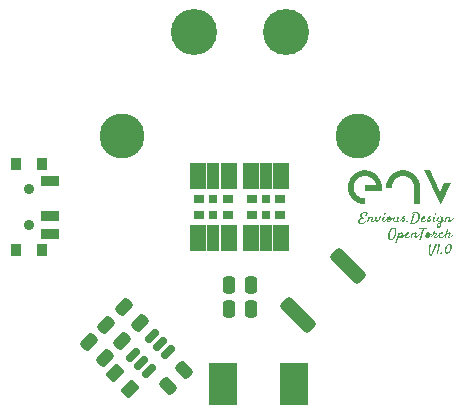
<source format=gbr>
%TF.GenerationSoftware,KiCad,Pcbnew,7.0.1*%
%TF.CreationDate,2023-03-29T13:12:42+01:00*%
%TF.ProjectId,LedBoard,4c656442-6f61-4726-942e-6b696361645f,rev?*%
%TF.SameCoordinates,Original*%
%TF.FileFunction,Soldermask,Top*%
%TF.FilePolarity,Negative*%
%FSLAX46Y46*%
G04 Gerber Fmt 4.6, Leading zero omitted, Abs format (unit mm)*
G04 Created by KiCad (PCBNEW 7.0.1) date 2023-03-29 13:12:42*
%MOMM*%
%LPD*%
G01*
G04 APERTURE LIST*
G04 Aperture macros list*
%AMRoundRect*
0 Rectangle with rounded corners*
0 $1 Rounding radius*
0 $2 $3 $4 $5 $6 $7 $8 $9 X,Y pos of 4 corners*
0 Add a 4 corners polygon primitive as box body*
4,1,4,$2,$3,$4,$5,$6,$7,$8,$9,$2,$3,0*
0 Add four circle primitives for the rounded corners*
1,1,$1+$1,$2,$3*
1,1,$1+$1,$4,$5*
1,1,$1+$1,$6,$7*
1,1,$1+$1,$8,$9*
0 Add four rect primitives between the rounded corners*
20,1,$1+$1,$2,$3,$4,$5,0*
20,1,$1+$1,$4,$5,$6,$7,0*
20,1,$1+$1,$6,$7,$8,$9,0*
20,1,$1+$1,$8,$9,$2,$3,0*%
G04 Aperture macros list end*
%ADD10C,0.150000*%
%ADD11C,0.100000*%
%ADD12RoundRect,0.005000X0.412500X0.300000X-0.412500X0.300000X-0.412500X-0.300000X0.412500X-0.300000X0*%
%ADD13RoundRect,0.005000X0.312500X0.300000X-0.312500X0.300000X-0.312500X-0.300000X0.312500X-0.300000X0*%
%ADD14RoundRect,0.005000X0.622500X1.100000X-0.622500X1.100000X-0.622500X-1.100000X0.622500X-1.100000X0*%
%ADD15RoundRect,0.005000X0.425000X1.100000X-0.425000X1.100000X-0.425000X-1.100000X0.425000X-1.100000X0*%
%ADD16RoundRect,0.005000X-0.412500X-0.300000X0.412500X-0.300000X0.412500X0.300000X-0.412500X0.300000X0*%
%ADD17RoundRect,0.005000X-0.312500X-0.300000X0.312500X-0.300000X0.312500X0.300000X-0.312500X0.300000X0*%
%ADD18RoundRect,0.005000X-0.622500X-1.100000X0.622500X-1.100000X0.622500X1.100000X-0.622500X1.100000X0*%
%ADD19RoundRect,0.005000X-0.425000X-1.100000X0.425000X-1.100000X0.425000X1.100000X-0.425000X1.100000X0*%
%ADD20C,3.810000*%
%ADD21RoundRect,0.005000X-0.400000X0.500000X-0.400000X-0.500000X0.400000X-0.500000X0.400000X0.500000X0*%
%ADD22C,0.910000*%
%ADD23RoundRect,0.005000X-0.750000X0.350000X-0.750000X-0.350000X0.750000X-0.350000X0.750000X0.350000X0*%
%ADD24RoundRect,0.005000X-1.175000X-1.750000X1.175000X-1.750000X1.175000X1.750000X-1.175000X1.750000X0*%
%ADD25RoundRect,0.255000X0.250000X0.475000X-0.250000X0.475000X-0.250000X-0.475000X0.250000X-0.475000X0*%
%ADD26RoundRect,0.255000X0.512652X0.159099X0.159099X0.512652X-0.512652X-0.159099X-0.159099X-0.512652X0*%
%ADD27RoundRect,0.155000X0.256326X0.468458X-0.468458X-0.256326X-0.256326X-0.468458X0.468458X0.256326X0*%
%ADD28RoundRect,0.255000X-0.751301X1.263953X-1.263953X0.751301X0.751301X-1.263953X1.263953X-0.751301X0*%
%ADD29RoundRect,0.255000X0.503814X0.132583X0.132583X0.503814X-0.503814X-0.132583X-0.132583X-0.503814X0*%
%ADD30O,3.910000X3.910000*%
%ADD31C,3.910000*%
%ADD32RoundRect,0.255000X0.159099X-0.512652X0.512652X-0.159099X-0.159099X0.512652X-0.512652X0.159099X0*%
G04 APERTURE END LIST*
D10*
G36*
X100630425Y-36745000D02*
G01*
X100589297Y-36744561D01*
X100548711Y-36743244D01*
X100508667Y-36741050D01*
X100469164Y-36737978D01*
X100430204Y-36734028D01*
X100372779Y-36726457D01*
X100316573Y-36716912D01*
X100261587Y-36705391D01*
X100207820Y-36691896D01*
X100155273Y-36676425D01*
X100103945Y-36658980D01*
X100053836Y-36639560D01*
X100037404Y-36632648D01*
X99989070Y-36610852D01*
X99941886Y-36587596D01*
X99895853Y-36562881D01*
X99850970Y-36536706D01*
X99807238Y-36509071D01*
X99764657Y-36479977D01*
X99723226Y-36449423D01*
X99682946Y-36417409D01*
X99643817Y-36383935D01*
X99605838Y-36349002D01*
X99581158Y-36324902D01*
X99545252Y-36287690D01*
X99510805Y-36249328D01*
X99477818Y-36209815D01*
X99446290Y-36169151D01*
X99416223Y-36127337D01*
X99387615Y-36084372D01*
X99360467Y-36040257D01*
X99334778Y-35994991D01*
X99310550Y-35948574D01*
X99287781Y-35901007D01*
X99273412Y-35868656D01*
X99253334Y-35819228D01*
X99235230Y-35769131D01*
X99219102Y-35718364D01*
X99204948Y-35666927D01*
X99192769Y-35614820D01*
X99182565Y-35562044D01*
X99174336Y-35508597D01*
X99168082Y-35454481D01*
X99163803Y-35399696D01*
X99161499Y-35344240D01*
X99161061Y-35306898D01*
X99162048Y-35252052D01*
X99165010Y-35197790D01*
X99169948Y-35144112D01*
X99176860Y-35091017D01*
X99185747Y-35038507D01*
X99196609Y-34986581D01*
X99209446Y-34935238D01*
X99224258Y-34884480D01*
X99241045Y-34834305D01*
X99259807Y-34784714D01*
X99273412Y-34751978D01*
X99295208Y-34703469D01*
X99318464Y-34656128D01*
X99343179Y-34609954D01*
X99369354Y-34564949D01*
X99396989Y-34521111D01*
X99426083Y-34478441D01*
X99456637Y-34436939D01*
X99488651Y-34396605D01*
X99522125Y-34357438D01*
X99557058Y-34319439D01*
X99581158Y-34294755D01*
X99618370Y-34258657D01*
X99656732Y-34224001D01*
X99696245Y-34190788D01*
X99736909Y-34159017D01*
X99778723Y-34128689D01*
X99821688Y-34099804D01*
X99865803Y-34072361D01*
X99911069Y-34046360D01*
X99957486Y-34021802D01*
X100005053Y-33998687D01*
X100037404Y-33984078D01*
X100086832Y-33963476D01*
X100136929Y-33944900D01*
X100187696Y-33928351D01*
X100239133Y-33913828D01*
X100291240Y-33901332D01*
X100344016Y-33890862D01*
X100397463Y-33882418D01*
X100451579Y-33876001D01*
X100506364Y-33871610D01*
X100561820Y-33869246D01*
X100599162Y-33868796D01*
X100654008Y-33869818D01*
X100708270Y-33872883D01*
X100761948Y-33877992D01*
X100815043Y-33885145D01*
X100867553Y-33894341D01*
X100919479Y-33905581D01*
X100970822Y-33918865D01*
X101021580Y-33934192D01*
X101071755Y-33951563D01*
X101121346Y-33970977D01*
X101154082Y-33985055D01*
X101202591Y-34007392D01*
X101249932Y-34031171D01*
X101296106Y-34056393D01*
X101341111Y-34083058D01*
X101384949Y-34111165D01*
X101427619Y-34140714D01*
X101469121Y-34171706D01*
X101509455Y-34204141D01*
X101548622Y-34238018D01*
X101586621Y-34273338D01*
X101611305Y-34297686D01*
X101647403Y-34335098D01*
X101682059Y-34373695D01*
X101715272Y-34413477D01*
X101747043Y-34454444D01*
X101777371Y-34496596D01*
X101806256Y-34539933D01*
X101833699Y-34584455D01*
X101859700Y-34630162D01*
X101884258Y-34677054D01*
X101907373Y-34725130D01*
X101921982Y-34757840D01*
X101942584Y-34807408D01*
X101961160Y-34857559D01*
X101977709Y-34908295D01*
X101992232Y-34959615D01*
X102004728Y-35011518D01*
X102015198Y-35064006D01*
X102023642Y-35117077D01*
X102030059Y-35170732D01*
X102034450Y-35224971D01*
X102036814Y-35279794D01*
X102037264Y-35316667D01*
X102037264Y-35619528D01*
X100567899Y-35619528D01*
X100567899Y-35119319D01*
X101552686Y-35119319D01*
X101550898Y-35079553D01*
X101545531Y-35039024D01*
X101536586Y-34997732D01*
X101524064Y-34955676D01*
X101507964Y-34912858D01*
X101488286Y-34869275D01*
X101479414Y-34851629D01*
X101460424Y-34816763D01*
X101439602Y-34782997D01*
X101416948Y-34750329D01*
X101392463Y-34718761D01*
X101366146Y-34688292D01*
X101337997Y-34658921D01*
X101308016Y-34630650D01*
X101276204Y-34603478D01*
X101243002Y-34577527D01*
X101208365Y-34552920D01*
X101172293Y-34529656D01*
X101134787Y-34507735D01*
X101095845Y-34487158D01*
X101055469Y-34467923D01*
X101013658Y-34450033D01*
X100970412Y-34433485D01*
X100926356Y-34418373D01*
X100881629Y-34405275D01*
X100836231Y-34394193D01*
X100790160Y-34385125D01*
X100743418Y-34378073D01*
X100696005Y-34373035D01*
X100647919Y-34370013D01*
X100599162Y-34369005D01*
X100549032Y-34370135D01*
X100499756Y-34373524D01*
X100451334Y-34379172D01*
X100403768Y-34387079D01*
X100357057Y-34397246D01*
X100311200Y-34409672D01*
X100266198Y-34424357D01*
X100222051Y-34441301D01*
X100179294Y-34460260D01*
X100137971Y-34480990D01*
X100098083Y-34503491D01*
X100059630Y-34527763D01*
X100022612Y-34553805D01*
X99987029Y-34581618D01*
X99952881Y-34611202D01*
X99920167Y-34642557D01*
X99889240Y-34675240D01*
X99859961Y-34709296D01*
X99832331Y-34744727D01*
X99806350Y-34781531D01*
X99782017Y-34819709D01*
X99759333Y-34859262D01*
X99738298Y-34900187D01*
X99718911Y-34942487D01*
X99701738Y-34985795D01*
X99686854Y-35029743D01*
X99674261Y-35074333D01*
X99663957Y-35119563D01*
X99655942Y-35165435D01*
X99650218Y-35211948D01*
X99646783Y-35259102D01*
X99645638Y-35306898D01*
X99646783Y-35356067D01*
X99650218Y-35404412D01*
X99655942Y-35451932D01*
X99663957Y-35498628D01*
X99674261Y-35544500D01*
X99686854Y-35589548D01*
X99701738Y-35633771D01*
X99718911Y-35677170D01*
X99738298Y-35719439D01*
X99759333Y-35760273D01*
X99782017Y-35799673D01*
X99806350Y-35837637D01*
X99832331Y-35874167D01*
X99859961Y-35909262D01*
X99889240Y-35942921D01*
X99920167Y-35975146D01*
X99952881Y-36005585D01*
X99987029Y-36034375D01*
X100022612Y-36061516D01*
X100059630Y-36087009D01*
X100098083Y-36110853D01*
X100137971Y-36133049D01*
X100179294Y-36153596D01*
X100222051Y-36172494D01*
X100266687Y-36189439D01*
X100313154Y-36204124D01*
X100361453Y-36216550D01*
X100411584Y-36226716D01*
X100450384Y-36232859D01*
X100490215Y-36237730D01*
X100531076Y-36241331D01*
X100572967Y-36243661D01*
X100615889Y-36244720D01*
X100630425Y-36244790D01*
X100630425Y-36745000D01*
G37*
G36*
X102375296Y-35359654D02*
G01*
X102375743Y-35318648D01*
X102377082Y-35278184D01*
X102379315Y-35238262D01*
X102382440Y-35198881D01*
X102388803Y-35140827D01*
X102397175Y-35083992D01*
X102407556Y-35028376D01*
X102419947Y-34973979D01*
X102434347Y-34920802D01*
X102450756Y-34868844D01*
X102469174Y-34818106D01*
X102489602Y-34768586D01*
X102511922Y-34720026D01*
X102535649Y-34672530D01*
X102560785Y-34626099D01*
X102587330Y-34580733D01*
X102615282Y-34536432D01*
X102644643Y-34493195D01*
X102675412Y-34451023D01*
X102707589Y-34409916D01*
X102741174Y-34369873D01*
X102776168Y-34330896D01*
X102800279Y-34305502D01*
X102837499Y-34268505D01*
X102875887Y-34232985D01*
X102915443Y-34198941D01*
X102956167Y-34166375D01*
X102998058Y-34135286D01*
X103041118Y-34105673D01*
X103085345Y-34077537D01*
X103130739Y-34050879D01*
X103177302Y-34025697D01*
X103225032Y-34001992D01*
X103257502Y-33987009D01*
X103307095Y-33965883D01*
X103357324Y-33946835D01*
X103408189Y-33929865D01*
X103459689Y-33914973D01*
X103511824Y-33902159D01*
X103564595Y-33891423D01*
X103618001Y-33882764D01*
X103672043Y-33876184D01*
X103726720Y-33871682D01*
X103782032Y-33869258D01*
X103819260Y-33868796D01*
X103875154Y-33869800D01*
X103930360Y-33872814D01*
X103984880Y-33877837D01*
X104038712Y-33884870D01*
X104091858Y-33893912D01*
X104144317Y-33904963D01*
X104196089Y-33918023D01*
X104247174Y-33933093D01*
X104297572Y-33950172D01*
X104347283Y-33969260D01*
X104380042Y-33983101D01*
X104428576Y-34005264D01*
X104475995Y-34028885D01*
X104522297Y-34053967D01*
X104567483Y-34080508D01*
X104611552Y-34108510D01*
X104654506Y-34137970D01*
X104696343Y-34168891D01*
X104737064Y-34201271D01*
X104776668Y-34235111D01*
X104815156Y-34270411D01*
X104840195Y-34294755D01*
X104876817Y-34332308D01*
X104911945Y-34370959D01*
X104945579Y-34410710D01*
X104977719Y-34451559D01*
X105008365Y-34493508D01*
X105037517Y-34536556D01*
X105065174Y-34580703D01*
X105091338Y-34625949D01*
X105116007Y-34672294D01*
X105139183Y-34719738D01*
X105153803Y-34751978D01*
X105174405Y-34801039D01*
X105192981Y-34850770D01*
X105209530Y-34901171D01*
X105224053Y-34952242D01*
X105236550Y-35003982D01*
X105247020Y-35056392D01*
X105255463Y-35109472D01*
X105261880Y-35163222D01*
X105266271Y-35217641D01*
X105268635Y-35272730D01*
X105269086Y-35309829D01*
X105269086Y-36745000D01*
X104778646Y-36745000D01*
X104778646Y-35316667D01*
X104777486Y-35268643D01*
X104774005Y-35221290D01*
X104768205Y-35174610D01*
X104760084Y-35128600D01*
X104749642Y-35083263D01*
X104736880Y-35038597D01*
X104721798Y-34994603D01*
X104704396Y-34951280D01*
X104685177Y-34908736D01*
X104664157Y-34867566D01*
X104641336Y-34827769D01*
X104616713Y-34789347D01*
X104590289Y-34752298D01*
X104562064Y-34716624D01*
X104532037Y-34682323D01*
X104500209Y-34649396D01*
X104467023Y-34617766D01*
X104432432Y-34587847D01*
X104396436Y-34559637D01*
X104359037Y-34533136D01*
X104320233Y-34508346D01*
X104280024Y-34485265D01*
X104238411Y-34463893D01*
X104195394Y-34444232D01*
X104151262Y-34426601D01*
X104106306Y-34411320D01*
X104060526Y-34398391D01*
X104013922Y-34387812D01*
X103966493Y-34379584D01*
X103918239Y-34373707D01*
X103869162Y-34370181D01*
X103819260Y-34369005D01*
X103769358Y-34370211D01*
X103720281Y-34373829D01*
X103672027Y-34379859D01*
X103624599Y-34388300D01*
X103577994Y-34399154D01*
X103532214Y-34412419D01*
X103487258Y-34428097D01*
X103443126Y-34446186D01*
X103400094Y-34466092D01*
X103358435Y-34487707D01*
X103318150Y-34511032D01*
X103279239Y-34536067D01*
X103241702Y-34562812D01*
X103205539Y-34591266D01*
X103170750Y-34621430D01*
X103137334Y-34653304D01*
X103105720Y-34686490D01*
X103075846Y-34721081D01*
X103047712Y-34757076D01*
X103021319Y-34794476D01*
X102996665Y-34833280D01*
X102973752Y-34873489D01*
X102952580Y-34915102D01*
X102933147Y-34958119D01*
X102915974Y-35002434D01*
X102901090Y-35048428D01*
X102888496Y-35096101D01*
X102878192Y-35145453D01*
X102870178Y-35196485D01*
X102865670Y-35235860D01*
X102862450Y-35276180D01*
X102860518Y-35317445D01*
X102859874Y-35359654D01*
X102375296Y-35359654D01*
G37*
G36*
X107312910Y-34985474D02*
G01*
X107866853Y-34985474D01*
X107019818Y-36692243D01*
X107019818Y-36849535D01*
X105566085Y-33868796D01*
X106102442Y-33868796D01*
X106981716Y-35739696D01*
X106957292Y-35732857D01*
X107312910Y-34985474D01*
G37*
D11*
G36*
X100336881Y-38429382D02*
G01*
X100324868Y-38429238D01*
X100313010Y-38428805D01*
X100301306Y-38428084D01*
X100289757Y-38427074D01*
X100278363Y-38425776D01*
X100267123Y-38424189D01*
X100256037Y-38422313D01*
X100245107Y-38420150D01*
X100234330Y-38417697D01*
X100223709Y-38414956D01*
X100216713Y-38412969D01*
X100206392Y-38409775D01*
X100196312Y-38406347D01*
X100186471Y-38402685D01*
X100176871Y-38398790D01*
X100167512Y-38394662D01*
X100158393Y-38390300D01*
X100149514Y-38385704D01*
X100140876Y-38380875D01*
X100132478Y-38375813D01*
X100124321Y-38370516D01*
X100119016Y-38366856D01*
X100111336Y-38361194D01*
X100103955Y-38355347D01*
X100096876Y-38349315D01*
X100090096Y-38343097D01*
X100083618Y-38336694D01*
X100077440Y-38330105D01*
X100071562Y-38323331D01*
X100065985Y-38316371D01*
X100060709Y-38309226D01*
X100055733Y-38301895D01*
X100052582Y-38296905D01*
X100048119Y-38289331D01*
X100044073Y-38281629D01*
X100040443Y-38273801D01*
X100037229Y-38265846D01*
X100034432Y-38257764D01*
X100032052Y-38249554D01*
X100030087Y-38241218D01*
X100028540Y-38232754D01*
X100027408Y-38224164D01*
X100026693Y-38215446D01*
X100026448Y-38209563D01*
X100026410Y-38198140D01*
X100026843Y-38186950D01*
X100027749Y-38175993D01*
X100029127Y-38165270D01*
X100030978Y-38154780D01*
X100033300Y-38144525D01*
X100036095Y-38134502D01*
X100039363Y-38124713D01*
X100043102Y-38115158D01*
X100047314Y-38105836D01*
X100050384Y-38099752D01*
X100055291Y-38090764D01*
X100060485Y-38081972D01*
X100065967Y-38073375D01*
X100071736Y-38064975D01*
X100077793Y-38056770D01*
X100084138Y-38048761D01*
X100090771Y-38040947D01*
X100097691Y-38033330D01*
X100104899Y-38025908D01*
X100112394Y-38018682D01*
X100117551Y-38013974D01*
X100125529Y-38007077D01*
X100133708Y-38000384D01*
X100142089Y-37993893D01*
X100150672Y-37987605D01*
X100159457Y-37981519D01*
X100168444Y-37975636D01*
X100177632Y-37969956D01*
X100187023Y-37964478D01*
X100196615Y-37959203D01*
X100206408Y-37954130D01*
X100213050Y-37950861D01*
X100223148Y-37946073D01*
X100233294Y-37941453D01*
X100243487Y-37937001D01*
X100253728Y-37932717D01*
X100264015Y-37928602D01*
X100274350Y-37924655D01*
X100284732Y-37920876D01*
X100295161Y-37917266D01*
X100305638Y-37913824D01*
X100316161Y-37910550D01*
X100323203Y-37908461D01*
X100313822Y-37904180D01*
X100304608Y-37899641D01*
X100295561Y-37894845D01*
X100286681Y-37889791D01*
X100277968Y-37884480D01*
X100269422Y-37878911D01*
X100266050Y-37876612D01*
X100257874Y-37870645D01*
X100249984Y-37864468D01*
X100242380Y-37858081D01*
X100235062Y-37851485D01*
X100228031Y-37844679D01*
X100221285Y-37837662D01*
X100218667Y-37834797D01*
X100212453Y-37827539D01*
X100206632Y-37820177D01*
X100201204Y-37812709D01*
X100196170Y-37805137D01*
X100191530Y-37797459D01*
X100187283Y-37789677D01*
X100185695Y-37786535D01*
X100182176Y-37778602D01*
X100179255Y-37770678D01*
X100176929Y-37762764D01*
X100175200Y-37754859D01*
X100174067Y-37746965D01*
X100173530Y-37739079D01*
X100173482Y-37735928D01*
X100173291Y-37726361D01*
X100173448Y-37716907D01*
X100173955Y-37707566D01*
X100174811Y-37698339D01*
X100176016Y-37689224D01*
X100177570Y-37680222D01*
X100179473Y-37671333D01*
X100181726Y-37662557D01*
X100184327Y-37653894D01*
X100187278Y-37645344D01*
X100190578Y-37636907D01*
X100194228Y-37628583D01*
X100198226Y-37620372D01*
X100202574Y-37612274D01*
X100207271Y-37604288D01*
X100212317Y-37596416D01*
X100217662Y-37588647D01*
X100223193Y-37581020D01*
X100228912Y-37573534D01*
X100234818Y-37566191D01*
X100240911Y-37558990D01*
X100247190Y-37551930D01*
X100253657Y-37545013D01*
X100260311Y-37538237D01*
X100267151Y-37531604D01*
X100274179Y-37525112D01*
X100281394Y-37518763D01*
X100288796Y-37512555D01*
X100296384Y-37506490D01*
X100304160Y-37500566D01*
X100312123Y-37494784D01*
X100320272Y-37489145D01*
X100328578Y-37483656D01*
X100337007Y-37478328D01*
X100345560Y-37473160D01*
X100354237Y-37468152D01*
X100363039Y-37463305D01*
X100371964Y-37458617D01*
X100381013Y-37454090D01*
X100390187Y-37449724D01*
X100399484Y-37445518D01*
X100408906Y-37441471D01*
X100418451Y-37437586D01*
X100428121Y-37433860D01*
X100437914Y-37430295D01*
X100447832Y-37426890D01*
X100457874Y-37423646D01*
X100468039Y-37420561D01*
X100478253Y-37417627D01*
X100488437Y-37414883D01*
X100498594Y-37412327D01*
X100508721Y-37409961D01*
X100518820Y-37407784D01*
X100528890Y-37405797D01*
X100538932Y-37403999D01*
X100548945Y-37402390D01*
X100558929Y-37400970D01*
X100568885Y-37399740D01*
X100578812Y-37398698D01*
X100588711Y-37397847D01*
X100598580Y-37397184D01*
X100608422Y-37396711D01*
X100618234Y-37396427D01*
X100628018Y-37396332D01*
X100640849Y-37396546D01*
X100653206Y-37397187D01*
X100665090Y-37398256D01*
X100676501Y-37399752D01*
X100687438Y-37401675D01*
X100697902Y-37404026D01*
X100707893Y-37406804D01*
X100717411Y-37410010D01*
X100726475Y-37413533D01*
X100735104Y-37417264D01*
X100745278Y-37422219D01*
X100754772Y-37427499D01*
X100763586Y-37433104D01*
X100771721Y-37439032D01*
X100777739Y-37444009D01*
X100784780Y-37450440D01*
X100791249Y-37457034D01*
X100797145Y-37463789D01*
X100802469Y-37470707D01*
X100807220Y-37477788D01*
X100811399Y-37485030D01*
X100812910Y-37487972D01*
X100816937Y-37496708D01*
X100820226Y-37505182D01*
X100822776Y-37513396D01*
X100824588Y-37521348D01*
X100825769Y-37530296D01*
X100825855Y-37531545D01*
X100825992Y-37540604D01*
X100825672Y-37549705D01*
X100824893Y-37558849D01*
X100823657Y-37568035D01*
X100821962Y-37577264D01*
X100819810Y-37586536D01*
X100817200Y-37595851D01*
X100814131Y-37605209D01*
X100810785Y-37614429D01*
X100807216Y-37623429D01*
X100803427Y-37632210D01*
X100799416Y-37640771D01*
X100795184Y-37649112D01*
X100790730Y-37657233D01*
X100786055Y-37665134D01*
X100781159Y-37672815D01*
X100776136Y-37680170D01*
X100770962Y-37687189D01*
X100765634Y-37693872D01*
X100758760Y-37701754D01*
X100751647Y-37709111D01*
X100744296Y-37715943D01*
X100736706Y-37722250D01*
X100729027Y-37727766D01*
X100719891Y-37733152D01*
X100710841Y-37737191D01*
X100700391Y-37740202D01*
X100690057Y-37741380D01*
X100688591Y-37741399D01*
X100678445Y-37741043D01*
X100668068Y-37739977D01*
X100657460Y-37738199D01*
X100651466Y-37736905D01*
X100641816Y-37734791D01*
X100632493Y-37732315D01*
X100622468Y-37729277D01*
X100613120Y-37726158D01*
X100603503Y-37722374D01*
X100593885Y-37717861D01*
X100585642Y-37713411D01*
X100577399Y-37708427D01*
X100569156Y-37702906D01*
X100580097Y-37699258D01*
X100590632Y-37695151D01*
X100600762Y-37690587D01*
X100610486Y-37685565D01*
X100619805Y-37680085D01*
X100628719Y-37674146D01*
X100632171Y-37671643D01*
X100640575Y-37665173D01*
X100648538Y-37658465D01*
X100656059Y-37651519D01*
X100663140Y-37644334D01*
X100669779Y-37636910D01*
X100675977Y-37629248D01*
X100678332Y-37626116D01*
X100683895Y-37618140D01*
X100688980Y-37610088D01*
X100693588Y-37601959D01*
X100697719Y-37593754D01*
X100701373Y-37585473D01*
X100704550Y-37577115D01*
X100705688Y-37573750D01*
X100708291Y-37565396D01*
X100710453Y-37557184D01*
X100712174Y-37549115D01*
X100713454Y-37541190D01*
X100714407Y-37531868D01*
X100714725Y-37522752D01*
X100714080Y-37514210D01*
X100712878Y-37506168D01*
X100710591Y-37496820D01*
X100707435Y-37488255D01*
X100703407Y-37480471D01*
X100698509Y-37473470D01*
X100693964Y-37468433D01*
X100685987Y-37461859D01*
X100676344Y-37456645D01*
X100667036Y-37453339D01*
X100656571Y-37450978D01*
X100644949Y-37449561D01*
X100634819Y-37449108D01*
X100632171Y-37449089D01*
X100621363Y-37449286D01*
X100610555Y-37449879D01*
X100599747Y-37450866D01*
X100588940Y-37452249D01*
X100578132Y-37454026D01*
X100567324Y-37456199D01*
X100556516Y-37458766D01*
X100545709Y-37461728D01*
X100534901Y-37465086D01*
X100524093Y-37468838D01*
X100516888Y-37471559D01*
X100506194Y-37475929D01*
X100495727Y-37480611D01*
X100485489Y-37485605D01*
X100475477Y-37490912D01*
X100465693Y-37496532D01*
X100456137Y-37502464D01*
X100446809Y-37508709D01*
X100437707Y-37515266D01*
X100428834Y-37522136D01*
X100420188Y-37529319D01*
X100414550Y-37534281D01*
X100406339Y-37541927D01*
X100398467Y-37549844D01*
X100390935Y-37558033D01*
X100383741Y-37566493D01*
X100376887Y-37575225D01*
X100370372Y-37584228D01*
X100364196Y-37593502D01*
X100358359Y-37603047D01*
X100352861Y-37612864D01*
X100347703Y-37622952D01*
X100344452Y-37629829D01*
X100339986Y-37640316D01*
X100336112Y-37650968D01*
X100332830Y-37661785D01*
X100330141Y-37672766D01*
X100328045Y-37683913D01*
X100326541Y-37695225D01*
X100325629Y-37706701D01*
X100325310Y-37718342D01*
X100325426Y-37726195D01*
X100325806Y-37734120D01*
X100326449Y-37742119D01*
X100327355Y-37750191D01*
X100328848Y-37759326D01*
X100330761Y-37768194D01*
X100333096Y-37776793D01*
X100335851Y-37785124D01*
X100339026Y-37793188D01*
X100342623Y-37800983D01*
X100346640Y-37808511D01*
X100351078Y-37815771D01*
X100355936Y-37822762D01*
X100361216Y-37829486D01*
X100364969Y-37833820D01*
X100372666Y-37842079D01*
X100380249Y-37849855D01*
X100387718Y-37857148D01*
X100395072Y-37863960D01*
X100402311Y-37870289D01*
X100409436Y-37876135D01*
X100418182Y-37882765D01*
X100423343Y-37886381D01*
X100434166Y-37885343D01*
X100444653Y-37884378D01*
X100454804Y-37883487D01*
X100464620Y-37882669D01*
X100475242Y-37881819D01*
X100485400Y-37881247D01*
X100496143Y-37880938D01*
X100500279Y-37880910D01*
X100510526Y-37881228D01*
X100520749Y-37882182D01*
X100530949Y-37883771D01*
X100541125Y-37885997D01*
X100546930Y-37887554D01*
X100556066Y-37890722D01*
X100564515Y-37895565D01*
X100569805Y-37902659D01*
X100570377Y-37906311D01*
X100569442Y-37914416D01*
X100567152Y-37922019D01*
X100565492Y-37926046D01*
X100561551Y-37933453D01*
X100556110Y-37940630D01*
X100549861Y-37946953D01*
X100542586Y-37952754D01*
X100534500Y-37957944D01*
X100525603Y-37962524D01*
X100523727Y-37963367D01*
X100514784Y-37966578D01*
X100504991Y-37968738D01*
X100494347Y-37969848D01*
X100488067Y-37970010D01*
X100478184Y-37969484D01*
X100468491Y-37968135D01*
X100457942Y-37965955D01*
X100448011Y-37963367D01*
X100437848Y-37960310D01*
X100427662Y-37956955D01*
X100417452Y-37953301D01*
X100407219Y-37949347D01*
X100401361Y-37946953D01*
X100391688Y-37948722D01*
X100382178Y-37950732D01*
X100369753Y-37953785D01*
X100357617Y-37957265D01*
X100345771Y-37961173D01*
X100334215Y-37965508D01*
X100322950Y-37970271D01*
X100311974Y-37975461D01*
X100306595Y-37978217D01*
X100296172Y-37983965D01*
X100286155Y-37989977D01*
X100276541Y-37996251D01*
X100267333Y-38002787D01*
X100258529Y-38009586D01*
X100250129Y-38016648D01*
X100242134Y-38023972D01*
X100234543Y-38031559D01*
X100227357Y-38039317D01*
X100220576Y-38047252D01*
X100214198Y-38055364D01*
X100208226Y-38063653D01*
X100202658Y-38072119D01*
X100197495Y-38080762D01*
X100192736Y-38089582D01*
X100188381Y-38098579D01*
X100184569Y-38107629D01*
X100181313Y-38116605D01*
X100178615Y-38125507D01*
X100176474Y-38134337D01*
X100174891Y-38143093D01*
X100173864Y-38151775D01*
X100173395Y-38160385D01*
X100173482Y-38168921D01*
X100173940Y-38176893D01*
X100174704Y-38184883D01*
X100175772Y-38192891D01*
X100177146Y-38200917D01*
X100178825Y-38208962D01*
X100180810Y-38217025D01*
X100183100Y-38225106D01*
X100185695Y-38233206D01*
X100188633Y-38241202D01*
X100191953Y-38248972D01*
X100195655Y-38256516D01*
X100199739Y-38263834D01*
X100204204Y-38270926D01*
X100209050Y-38277793D01*
X100214279Y-38284433D01*
X100219889Y-38290847D01*
X100225976Y-38297048D01*
X100232513Y-38302950D01*
X100239501Y-38308552D01*
X100246938Y-38313855D01*
X100254827Y-38318859D01*
X100263165Y-38323564D01*
X100271954Y-38327969D01*
X100281194Y-38332076D01*
X100290902Y-38335831D01*
X100301099Y-38339085D01*
X100311785Y-38341839D01*
X100322959Y-38344092D01*
X100334622Y-38345845D01*
X100346773Y-38347096D01*
X100359412Y-38347848D01*
X100369213Y-38348082D01*
X100372540Y-38348098D01*
X100382440Y-38347881D01*
X100392232Y-38347231D01*
X100401918Y-38346147D01*
X100413875Y-38344183D01*
X100423320Y-38342123D01*
X100432659Y-38339630D01*
X100441891Y-38336704D01*
X100448744Y-38334225D01*
X100457766Y-38330693D01*
X100466635Y-38326934D01*
X100475351Y-38322950D01*
X100483915Y-38318740D01*
X100492326Y-38314304D01*
X100500585Y-38309642D01*
X100508690Y-38304754D01*
X100516644Y-38299640D01*
X100524494Y-38294389D01*
X100532168Y-38288991D01*
X100539667Y-38283447D01*
X100546991Y-38277756D01*
X100554139Y-38271919D01*
X100561111Y-38265935D01*
X100567908Y-38259804D01*
X100574529Y-38253527D01*
X100580952Y-38247241D01*
X100587153Y-38240985D01*
X100593134Y-38234760D01*
X100600298Y-38227022D01*
X100607116Y-38219331D01*
X100613588Y-38211688D01*
X100619714Y-38204092D01*
X100625589Y-38196631D01*
X100631153Y-38189388D01*
X100636408Y-38182365D01*
X100641353Y-38175562D01*
X100646877Y-38167687D01*
X100651954Y-38160129D01*
X100656634Y-38153113D01*
X100661421Y-38145900D01*
X100666004Y-38138939D01*
X100670761Y-38131601D01*
X100676514Y-38125178D01*
X100682485Y-38121636D01*
X100692317Y-38119464D01*
X100697383Y-38120073D01*
X100705848Y-38124312D01*
X100709107Y-38128279D01*
X100711175Y-38135924D01*
X100710202Y-38144081D01*
X100709107Y-38148014D01*
X100706058Y-38158074D01*
X100703375Y-38165807D01*
X100700353Y-38173702D01*
X100696992Y-38181758D01*
X100693292Y-38189975D01*
X100689253Y-38198354D01*
X100684874Y-38206894D01*
X100680157Y-38215596D01*
X100675100Y-38224459D01*
X100669704Y-38233484D01*
X100667830Y-38236528D01*
X100662045Y-38245634D01*
X100655955Y-38254633D01*
X100649560Y-38263526D01*
X100642860Y-38272312D01*
X100635855Y-38280992D01*
X100628546Y-38289566D01*
X100620932Y-38298033D01*
X100613013Y-38306393D01*
X100604789Y-38314648D01*
X100596260Y-38322795D01*
X100590405Y-38328168D01*
X100581375Y-38336106D01*
X100572052Y-38343800D01*
X100562438Y-38351250D01*
X100552532Y-38358457D01*
X100542334Y-38365419D01*
X100531844Y-38372138D01*
X100521062Y-38378613D01*
X100509988Y-38384844D01*
X100498622Y-38390831D01*
X100486964Y-38396575D01*
X100479030Y-38400268D01*
X100466949Y-38405471D01*
X100454610Y-38410162D01*
X100442013Y-38414342D01*
X100429159Y-38418009D01*
X100416047Y-38421165D01*
X100402678Y-38423809D01*
X100389051Y-38425942D01*
X100375166Y-38427562D01*
X100361024Y-38428671D01*
X100346624Y-38429268D01*
X100336881Y-38429382D01*
G37*
G36*
X101209805Y-38252550D02*
G01*
X101198216Y-38252220D01*
X101187262Y-38251231D01*
X101176944Y-38249583D01*
X101167261Y-38247274D01*
X101158213Y-38244307D01*
X101155339Y-38243171D01*
X101145917Y-38238778D01*
X101137313Y-38233805D01*
X101129528Y-38228253D01*
X101122561Y-38222120D01*
X101118947Y-38218356D01*
X101113418Y-38211369D01*
X101108802Y-38203914D01*
X101105097Y-38195992D01*
X101102304Y-38187603D01*
X101101117Y-38182599D01*
X101099838Y-38173578D01*
X101099597Y-38165637D01*
X101100147Y-38157503D01*
X101101486Y-38149178D01*
X101103616Y-38140660D01*
X101104048Y-38139221D01*
X101106353Y-38130856D01*
X101108946Y-38122475D01*
X101111596Y-38114502D01*
X101114641Y-38105800D01*
X101117481Y-38097993D01*
X101120546Y-38089828D01*
X101123635Y-38081453D01*
X101126747Y-38072869D01*
X101129884Y-38064074D01*
X101133044Y-38055069D01*
X101136229Y-38045855D01*
X101137509Y-38042110D01*
X101140108Y-38034539D01*
X101142653Y-38026967D01*
X101145145Y-38019396D01*
X101147584Y-38011824D01*
X101150557Y-38002360D01*
X101153447Y-37992896D01*
X101156253Y-37983431D01*
X101156804Y-37981538D01*
X101159473Y-37972212D01*
X101161832Y-37963163D01*
X101163881Y-37954390D01*
X101165620Y-37945894D01*
X101167049Y-37937675D01*
X101168167Y-37929732D01*
X101168528Y-37926632D01*
X101169243Y-37917643D01*
X101169375Y-37909285D01*
X101168791Y-37900333D01*
X101167412Y-37892242D01*
X101165597Y-37885990D01*
X101161589Y-37878245D01*
X101154014Y-37872221D01*
X101144574Y-37870031D01*
X101142394Y-37869968D01*
X101131311Y-37870689D01*
X101121464Y-37872501D01*
X101111476Y-37875417D01*
X101101348Y-37879436D01*
X101096965Y-37881496D01*
X101088229Y-37886115D01*
X101079425Y-37891324D01*
X101070552Y-37897124D01*
X101063106Y-37902409D01*
X101055611Y-37908104D01*
X101049582Y-37912955D01*
X101042096Y-37919270D01*
X101034598Y-37925881D01*
X101027088Y-37932787D01*
X101019566Y-37939989D01*
X101012033Y-37947488D01*
X101005997Y-37953699D01*
X101001466Y-37958482D01*
X100995489Y-37964957D01*
X100989528Y-37971488D01*
X100983583Y-37978073D01*
X100977652Y-37984713D01*
X100971737Y-37991409D01*
X100965837Y-37998159D01*
X100959952Y-38004964D01*
X100954083Y-38011824D01*
X100951091Y-38021011D01*
X100948221Y-38029911D01*
X100945473Y-38038523D01*
X100942847Y-38046849D01*
X100940344Y-38054887D01*
X100937963Y-38062639D01*
X100935158Y-38071925D01*
X100933566Y-38077281D01*
X100931025Y-38085880D01*
X100928591Y-38094211D01*
X100926264Y-38102274D01*
X100924045Y-38110071D01*
X100921523Y-38119074D01*
X100919156Y-38127693D01*
X100916883Y-38135934D01*
X100914645Y-38143804D01*
X100912077Y-38152517D01*
X100909556Y-38160725D01*
X100907432Y-38167358D01*
X100904822Y-38175760D01*
X100902364Y-38183967D01*
X100900059Y-38191978D01*
X100897907Y-38199794D01*
X100893090Y-38207270D01*
X100886229Y-38213319D01*
X100877925Y-38218643D01*
X100872994Y-38221287D01*
X100863878Y-38225631D01*
X100854481Y-38229600D01*
X100844804Y-38233196D01*
X100834846Y-38236418D01*
X100829030Y-38238091D01*
X100819171Y-38240680D01*
X100808619Y-38242859D01*
X100798830Y-38244209D01*
X100788730Y-38244734D01*
X100778541Y-38243360D01*
X100773818Y-38236148D01*
X100774076Y-38234965D01*
X100776274Y-38226858D01*
X100778629Y-38219177D01*
X100781315Y-38210772D01*
X100783113Y-38205265D01*
X100786046Y-38196330D01*
X100788635Y-38188444D01*
X100791356Y-38180157D01*
X100794207Y-38171469D01*
X100797190Y-38162380D01*
X100800304Y-38152891D01*
X100800942Y-38150945D01*
X100803518Y-38143022D01*
X100806117Y-38134984D01*
X100808739Y-38126829D01*
X100811384Y-38118558D01*
X100814051Y-38110172D01*
X100816742Y-38101669D01*
X100819455Y-38093050D01*
X100822191Y-38084316D01*
X100824920Y-38075575D01*
X100827611Y-38066938D01*
X100830263Y-38058405D01*
X100832877Y-38049975D01*
X100835453Y-38041649D01*
X100837991Y-38033428D01*
X100840491Y-38025310D01*
X100842952Y-38017295D01*
X100845125Y-38009229D01*
X100847369Y-38000904D01*
X100849685Y-37992323D01*
X100852073Y-37983483D01*
X100854532Y-37974386D01*
X100857063Y-37965031D01*
X100858095Y-37961217D01*
X100860316Y-37952759D01*
X100862703Y-37943872D01*
X100865258Y-37934556D01*
X100867422Y-37926793D01*
X100869692Y-37918756D01*
X100872070Y-37910444D01*
X100874554Y-37901858D01*
X100875192Y-37899668D01*
X100877810Y-37890771D01*
X100880535Y-37881667D01*
X100883367Y-37872356D01*
X100886305Y-37862836D01*
X100889351Y-37853109D01*
X100892503Y-37843175D01*
X100894937Y-37835587D01*
X100897432Y-37827884D01*
X100899128Y-37822683D01*
X100907146Y-37817769D01*
X100915962Y-37813558D01*
X100919156Y-37812327D01*
X100928272Y-37809244D01*
X100937669Y-37806834D01*
X100940405Y-37806270D01*
X100950303Y-37803774D01*
X100959995Y-37802194D01*
X100963852Y-37801775D01*
X100974156Y-37802033D01*
X100984460Y-37802806D01*
X100985834Y-37802948D01*
X100995543Y-37804511D01*
X101004977Y-37806686D01*
X101005618Y-37806856D01*
X101014927Y-37810021D01*
X101023163Y-37814389D01*
X101024180Y-37815062D01*
X101020267Y-37822927D01*
X101016798Y-37830785D01*
X101014411Y-37836556D01*
X101011388Y-37844388D01*
X101008366Y-37852499D01*
X101005343Y-37860889D01*
X101003664Y-37865669D01*
X101001089Y-37873410D01*
X100998281Y-37881244D01*
X100995239Y-37889171D01*
X100991963Y-37897192D01*
X100989986Y-37901817D01*
X100996836Y-37894396D01*
X101002793Y-37888180D01*
X101008976Y-37881936D01*
X101015386Y-37875663D01*
X101022023Y-37869361D01*
X101028886Y-37863031D01*
X101030286Y-37861762D01*
X101037486Y-37855507D01*
X101044888Y-37849443D01*
X101052494Y-37843569D01*
X101060302Y-37837887D01*
X101068312Y-37832395D01*
X101076526Y-37827094D01*
X101079868Y-37825027D01*
X101088341Y-37819990D01*
X101096969Y-37815258D01*
X101105753Y-37810831D01*
X101114691Y-37806709D01*
X101123785Y-37802893D01*
X101133033Y-37799382D01*
X101136776Y-37798063D01*
X101146276Y-37795023D01*
X101155848Y-37792499D01*
X101165491Y-37790490D01*
X101175206Y-37788995D01*
X101184993Y-37788017D01*
X101194851Y-37787553D01*
X101198814Y-37787512D01*
X101209979Y-37788091D01*
X101220606Y-37789830D01*
X101230695Y-37792729D01*
X101240247Y-37796787D01*
X101245464Y-37799626D01*
X101254019Y-37805375D01*
X101261733Y-37812021D01*
X101267675Y-37818433D01*
X101272999Y-37825504D01*
X101277704Y-37833234D01*
X101281757Y-37841516D01*
X101285123Y-37850389D01*
X101287403Y-37858234D01*
X101289207Y-37866490D01*
X101290533Y-37875156D01*
X101291382Y-37884232D01*
X101291711Y-37893647D01*
X101291325Y-37903329D01*
X101290500Y-37911267D01*
X101289218Y-37919375D01*
X101287478Y-37927655D01*
X101285280Y-37936106D01*
X101282624Y-37944728D01*
X101281124Y-37949103D01*
X101265981Y-37997561D01*
X101263296Y-38006495D01*
X101260875Y-38014382D01*
X101258287Y-38022669D01*
X101255532Y-38031357D01*
X101252610Y-38040445D01*
X101249521Y-38049934D01*
X101248884Y-38051880D01*
X101246243Y-38059794D01*
X101243449Y-38067903D01*
X101240503Y-38076207D01*
X101237404Y-38084706D01*
X101234153Y-38093401D01*
X101230749Y-38102292D01*
X101227192Y-38111378D01*
X101223482Y-38120659D01*
X101220729Y-38129445D01*
X101218697Y-38137777D01*
X101217386Y-38145656D01*
X101216768Y-38154276D01*
X101217132Y-38162278D01*
X101219636Y-38169972D01*
X101226715Y-38176497D01*
X101236839Y-38179434D01*
X101243999Y-38179863D01*
X101253788Y-38179018D01*
X101264469Y-38176484D01*
X101274053Y-38173081D01*
X101284257Y-38168504D01*
X101292866Y-38163998D01*
X101301873Y-38158740D01*
X101306525Y-38155830D01*
X101315997Y-38149620D01*
X101325484Y-38143105D01*
X101334987Y-38136284D01*
X101344505Y-38129159D01*
X101351653Y-38123614D01*
X101358810Y-38117897D01*
X101365976Y-38112009D01*
X101373150Y-38105949D01*
X101380333Y-38099718D01*
X101382729Y-38097602D01*
X101389926Y-38091177D01*
X101397046Y-38084725D01*
X101404088Y-38078245D01*
X101411053Y-38071737D01*
X101417941Y-38065202D01*
X101424752Y-38058640D01*
X101431485Y-38052050D01*
X101438141Y-38045432D01*
X101444720Y-38038787D01*
X101451222Y-38032115D01*
X101455513Y-38027651D01*
X101461824Y-38021069D01*
X101467844Y-38014730D01*
X101475415Y-38006658D01*
X101482468Y-37999019D01*
X101489001Y-37991814D01*
X101495016Y-37985042D01*
X101501804Y-37977187D01*
X101507781Y-37970010D01*
X101513918Y-37963501D01*
X101520602Y-37957667D01*
X101528458Y-37952678D01*
X101531228Y-37951448D01*
X101540998Y-37948907D01*
X101548325Y-37950275D01*
X101553628Y-37957113D01*
X101554676Y-37965125D01*
X101553602Y-37972922D01*
X101550801Y-37980950D01*
X101546851Y-37988891D01*
X101543685Y-37994239D01*
X101538920Y-38001393D01*
X101534054Y-38008299D01*
X101528467Y-38015919D01*
X101523260Y-38022815D01*
X101517552Y-38030207D01*
X101513887Y-38034881D01*
X101507514Y-38042844D01*
X101500759Y-38050978D01*
X101495080Y-38057609D01*
X101489158Y-38064350D01*
X101482990Y-38071201D01*
X101476579Y-38078162D01*
X101469923Y-38085233D01*
X101466504Y-38088810D01*
X101459597Y-38095951D01*
X101452552Y-38103110D01*
X101445369Y-38110288D01*
X101438050Y-38117484D01*
X101430593Y-38124698D01*
X101422998Y-38131931D01*
X101415267Y-38139182D01*
X101407397Y-38146451D01*
X101399475Y-38153644D01*
X101391460Y-38160666D01*
X101383355Y-38167517D01*
X101375157Y-38174197D01*
X101366868Y-38180706D01*
X101358488Y-38187044D01*
X101350015Y-38193211D01*
X101341452Y-38199207D01*
X101332911Y-38204981D01*
X101324385Y-38210479D01*
X101315875Y-38215703D01*
X101307380Y-38220652D01*
X101298900Y-38225326D01*
X101290436Y-38229726D01*
X101281986Y-38233850D01*
X101273552Y-38237700D01*
X101263109Y-38241978D01*
X101252844Y-38245531D01*
X101242758Y-38248359D01*
X101232851Y-38250462D01*
X101223123Y-38251839D01*
X101211686Y-38252536D01*
X101209805Y-38252550D01*
G37*
G36*
X101850942Y-38029410D02*
G01*
X101844237Y-38037196D01*
X101837493Y-38044948D01*
X101830710Y-38052666D01*
X101823889Y-38060349D01*
X101817029Y-38067998D01*
X101810130Y-38075613D01*
X101803193Y-38083193D01*
X101796217Y-38090739D01*
X101789202Y-38098251D01*
X101782149Y-38105728D01*
X101777425Y-38110694D01*
X101770394Y-38118024D01*
X101763406Y-38125213D01*
X101756461Y-38132262D01*
X101749559Y-38139170D01*
X101742699Y-38145936D01*
X101735883Y-38152562D01*
X101729109Y-38159048D01*
X101722379Y-38165392D01*
X101715691Y-38171596D01*
X101709047Y-38177658D01*
X101704641Y-38181622D01*
X101695993Y-38189248D01*
X101687513Y-38196496D01*
X101679201Y-38203366D01*
X101671057Y-38209856D01*
X101663081Y-38215969D01*
X101655273Y-38221702D01*
X101647633Y-38227057D01*
X101640161Y-38232034D01*
X101631212Y-38237606D01*
X101622835Y-38242235D01*
X101613538Y-38246542D01*
X101603734Y-38249848D01*
X101593903Y-38251359D01*
X101592778Y-38251378D01*
X101582340Y-38250871D01*
X101572399Y-38249351D01*
X101562953Y-38246816D01*
X101554004Y-38243269D01*
X101545551Y-38238708D01*
X101537594Y-38233133D01*
X101530133Y-38226544D01*
X101523168Y-38218942D01*
X101516704Y-38210595D01*
X101510620Y-38201772D01*
X101504919Y-38192472D01*
X101500893Y-38185185D01*
X101497082Y-38177630D01*
X101493486Y-38169807D01*
X101490104Y-38161716D01*
X101486937Y-38153357D01*
X101483985Y-38144731D01*
X101482136Y-38138831D01*
X101479530Y-38129798D01*
X101477118Y-38120652D01*
X101474899Y-38111393D01*
X101472873Y-38102020D01*
X101471041Y-38092534D01*
X101469402Y-38082935D01*
X101467955Y-38073222D01*
X101466703Y-38063396D01*
X101465643Y-38053457D01*
X101464776Y-38043404D01*
X101464306Y-38036639D01*
X101463731Y-38026519D01*
X101463290Y-38016602D01*
X101462981Y-38006887D01*
X101462806Y-37997374D01*
X101462764Y-37988065D01*
X101462855Y-37978958D01*
X101463079Y-37970053D01*
X101463436Y-37961352D01*
X101463926Y-37952852D01*
X101464549Y-37944556D01*
X101465039Y-37939138D01*
X101466059Y-37931264D01*
X101467460Y-37921230D01*
X101468906Y-37911727D01*
X101470398Y-37902756D01*
X101471936Y-37894316D01*
X101473520Y-37886407D01*
X101475564Y-37877268D01*
X101477251Y-37870554D01*
X101479471Y-37862776D01*
X101482356Y-37854184D01*
X101485482Y-37846404D01*
X101489432Y-37838351D01*
X101494348Y-37830498D01*
X101499843Y-37823770D01*
X101506610Y-37817397D01*
X101514853Y-37811802D01*
X101519261Y-37809591D01*
X101527965Y-37806024D01*
X101537868Y-37802797D01*
X101547676Y-37800215D01*
X101555653Y-37798454D01*
X101565173Y-37796696D01*
X101575124Y-37795521D01*
X101577390Y-37795327D01*
X101587148Y-37794859D01*
X101597506Y-37795520D01*
X101600105Y-37795914D01*
X101609816Y-37798677D01*
X101615981Y-37802948D01*
X101619209Y-37810834D01*
X101617696Y-37818682D01*
X101617446Y-37819361D01*
X101615166Y-37827320D01*
X101612657Y-37835481D01*
X101609939Y-37843981D01*
X101608409Y-37848670D01*
X101605703Y-37857291D01*
X101603327Y-37865067D01*
X101600900Y-37873200D01*
X101598421Y-37881691D01*
X101595891Y-37890538D01*
X101595464Y-37892048D01*
X101592917Y-37901143D01*
X101590820Y-37908848D01*
X101588748Y-37916667D01*
X101586699Y-37924601D01*
X101584674Y-37932650D01*
X101582673Y-37940813D01*
X101582275Y-37942459D01*
X101580451Y-37950650D01*
X101578793Y-37958736D01*
X101577302Y-37966717D01*
X101575978Y-37974593D01*
X101574821Y-37982364D01*
X101573654Y-37991550D01*
X101573482Y-37993066D01*
X101572574Y-38003355D01*
X101571925Y-38013314D01*
X101571536Y-38022943D01*
X101571406Y-38032243D01*
X101571536Y-38041213D01*
X101571925Y-38049853D01*
X101572574Y-38058163D01*
X101573482Y-38066144D01*
X101574875Y-38075675D01*
X101576459Y-38084729D01*
X101578234Y-38093306D01*
X101580199Y-38101407D01*
X101582355Y-38109030D01*
X101585195Y-38117548D01*
X101585695Y-38118900D01*
X101588852Y-38126589D01*
X101592643Y-38134622D01*
X101597120Y-38142566D01*
X101602338Y-38149927D01*
X101603524Y-38151336D01*
X101609750Y-38157566D01*
X101617822Y-38162182D01*
X101618912Y-38162278D01*
X101627899Y-38159015D01*
X101635764Y-38153925D01*
X101643164Y-38148342D01*
X101644313Y-38147428D01*
X101651463Y-38141536D01*
X101658990Y-38134999D01*
X101665552Y-38129058D01*
X101672376Y-38122669D01*
X101679462Y-38115831D01*
X101686811Y-38108545D01*
X101692841Y-38102368D01*
X101698962Y-38095954D01*
X101705175Y-38089301D01*
X101711480Y-38082411D01*
X101717876Y-38075282D01*
X101724363Y-38067915D01*
X101730943Y-38060310D01*
X101737614Y-38052466D01*
X101744273Y-38044467D01*
X101750818Y-38036395D01*
X101757248Y-38028250D01*
X101763564Y-38020031D01*
X101769766Y-38011739D01*
X101775853Y-38003374D01*
X101781825Y-37994935D01*
X101787683Y-37986423D01*
X101784601Y-37978421D01*
X101782407Y-37969802D01*
X101781234Y-37961922D01*
X101780713Y-37953590D01*
X101780845Y-37944804D01*
X101782073Y-37935541D01*
X101783684Y-37926510D01*
X101785676Y-37917711D01*
X101788050Y-37909145D01*
X101790805Y-37900810D01*
X101793942Y-37892707D01*
X101797461Y-37884836D01*
X101801361Y-37877198D01*
X101805586Y-37869773D01*
X101809955Y-37862641D01*
X101815621Y-37854138D01*
X101821514Y-37846093D01*
X101827633Y-37838507D01*
X101833979Y-37831378D01*
X101839219Y-37826004D01*
X101845959Y-37819700D01*
X101852747Y-37813853D01*
X101860956Y-37807442D01*
X101869234Y-37801690D01*
X101877580Y-37796598D01*
X101883182Y-37793569D01*
X101892886Y-37789077D01*
X101902123Y-37785688D01*
X101912106Y-37783166D01*
X101922608Y-37782052D01*
X101923727Y-37782041D01*
X101934285Y-37782403D01*
X101945207Y-37783795D01*
X101955540Y-37786739D01*
X101964173Y-37791844D01*
X101968423Y-37796891D01*
X101972194Y-37804352D01*
X101974647Y-37812834D01*
X101975208Y-37821409D01*
X101974529Y-37827177D01*
X101972818Y-37836421D01*
X101970316Y-37845037D01*
X101966836Y-37854483D01*
X101963347Y-37862638D01*
X101959233Y-37871324D01*
X101954494Y-37880541D01*
X101950528Y-37887802D01*
X101949128Y-37890289D01*
X101944797Y-37897863D01*
X101940229Y-37905564D01*
X101935426Y-37913392D01*
X101930386Y-37921348D01*
X101925110Y-37929430D01*
X101919598Y-37937639D01*
X101913850Y-37945976D01*
X101907866Y-37954439D01*
X101901646Y-37963030D01*
X101895189Y-37971748D01*
X101890754Y-37977630D01*
X101899875Y-37980485D01*
X101905897Y-37982124D01*
X101915478Y-37983801D01*
X101925192Y-37984274D01*
X101936717Y-37984136D01*
X101947968Y-37983724D01*
X101958943Y-37983037D01*
X101969644Y-37982076D01*
X101980070Y-37980839D01*
X101990222Y-37979328D01*
X102000098Y-37977542D01*
X102009700Y-37975481D01*
X102021292Y-37972652D01*
X102032407Y-37969661D01*
X102043045Y-37966508D01*
X102053206Y-37963193D01*
X102062890Y-37959715D01*
X102072097Y-37956075D01*
X102075646Y-37954574D01*
X102084220Y-37950750D01*
X102093975Y-37946060D01*
X102103145Y-37941261D01*
X102111732Y-37936352D01*
X102119735Y-37931333D01*
X102123517Y-37928782D01*
X102131917Y-37923032D01*
X102139593Y-37917749D01*
X102147477Y-37912284D01*
X102155216Y-37906866D01*
X102156002Y-37906311D01*
X102164245Y-37901329D01*
X102172366Y-37899668D01*
X102182003Y-37901099D01*
X102186043Y-37902990D01*
X102191310Y-37909841D01*
X102191661Y-37912955D01*
X102189034Y-37920642D01*
X102183357Y-37927219D01*
X102173917Y-37936105D01*
X102164100Y-37944664D01*
X102153905Y-37952898D01*
X102143332Y-37960805D01*
X102132381Y-37968386D01*
X102121052Y-37975641D01*
X102109346Y-37982569D01*
X102097261Y-37989171D01*
X102088995Y-37993391D01*
X102080561Y-37997466D01*
X102071959Y-38001396D01*
X102063189Y-38005181D01*
X102054271Y-38008777D01*
X102045161Y-38012142D01*
X102035861Y-38015274D01*
X102026370Y-38018175D01*
X102016688Y-38020843D01*
X102006815Y-38023279D01*
X101996751Y-38025484D01*
X101986497Y-38027456D01*
X101976052Y-38029196D01*
X101965416Y-38030704D01*
X101954589Y-38031980D01*
X101943571Y-38033025D01*
X101932363Y-38033837D01*
X101920964Y-38034417D01*
X101909374Y-38034765D01*
X101897593Y-38034881D01*
X101887788Y-38034605D01*
X101877851Y-38033964D01*
X101877076Y-38033904D01*
X101866754Y-38032597D01*
X101856868Y-38030760D01*
X101850942Y-38029410D01*
G37*
G36*
X102349686Y-37577658D02*
G01*
X102346352Y-37585173D01*
X102341538Y-37592572D01*
X102335942Y-37599134D01*
X102333810Y-37601301D01*
X102327003Y-37607446D01*
X102319771Y-37612910D01*
X102311237Y-37618184D01*
X102307676Y-37620059D01*
X102298598Y-37623978D01*
X102289377Y-37626943D01*
X102279069Y-37629103D01*
X102278123Y-37629242D01*
X102267556Y-37629645D01*
X102257891Y-37627353D01*
X102253455Y-37624944D01*
X102245116Y-37619381D01*
X102238113Y-37613686D01*
X102231473Y-37606674D01*
X102226756Y-37599471D01*
X102223684Y-37590823D01*
X102223168Y-37587037D01*
X102223252Y-37578250D01*
X102224785Y-37569668D01*
X102227767Y-37561292D01*
X102232198Y-37553121D01*
X102235381Y-37548545D01*
X102240833Y-37541929D01*
X102247780Y-37534715D01*
X102255359Y-37528043D01*
X102263568Y-37521914D01*
X102269819Y-37517868D01*
X102278633Y-37512807D01*
X102288048Y-37508236D01*
X102297800Y-37504642D01*
X102305722Y-37502822D01*
X102316244Y-37502529D01*
X102326169Y-37505188D01*
X102330880Y-37507903D01*
X102338035Y-37513810D01*
X102343748Y-37520982D01*
X102346755Y-37526465D01*
X102349765Y-37533956D01*
X102351774Y-37542020D01*
X102352780Y-37550656D01*
X102352861Y-37552452D01*
X102352866Y-37561043D01*
X102351965Y-37568985D01*
X102349926Y-37576971D01*
X102349686Y-37577658D01*
G37*
G36*
X102159910Y-37811741D02*
G01*
X102167522Y-37806730D01*
X102177174Y-37803094D01*
X102186043Y-37800799D01*
X102195767Y-37798661D01*
X102205644Y-37796744D01*
X102215673Y-37795047D01*
X102225855Y-37793569D01*
X102236006Y-37792336D01*
X102246879Y-37791269D01*
X102257173Y-37790543D01*
X102263713Y-37790247D01*
X102273793Y-37790052D01*
X102283544Y-37790762D01*
X102283741Y-37790833D01*
X102282101Y-37798767D01*
X102279437Y-37806541D01*
X102276658Y-37814085D01*
X102273481Y-37822567D01*
X102270597Y-37830054D01*
X102267498Y-37837923D01*
X102264185Y-37846174D01*
X102260658Y-37854807D01*
X102256915Y-37863821D01*
X102256141Y-37865669D01*
X102253008Y-37873076D01*
X102249837Y-37880544D01*
X102246627Y-37888073D01*
X102243380Y-37895662D01*
X102240094Y-37903313D01*
X102236770Y-37911025D01*
X102233408Y-37918798D01*
X102230007Y-37926632D01*
X102226695Y-37934268D01*
X102222855Y-37943306D01*
X102219348Y-37951781D01*
X102216176Y-37959693D01*
X102212810Y-37968445D01*
X102209925Y-37976386D01*
X102209491Y-37977630D01*
X102206823Y-37985276D01*
X102203950Y-37993265D01*
X102200870Y-38001597D01*
X102197584Y-38010273D01*
X102194688Y-38017766D01*
X102192882Y-38022376D01*
X102189953Y-38030045D01*
X102187120Y-38037668D01*
X102184382Y-38045242D01*
X102181739Y-38052769D01*
X102178693Y-38061738D01*
X102175785Y-38070638D01*
X102173118Y-38079408D01*
X102170794Y-38087985D01*
X102168813Y-38096371D01*
X102167176Y-38104563D01*
X102165882Y-38112564D01*
X102165527Y-38115188D01*
X102164807Y-38123791D01*
X102165101Y-38132501D01*
X102166855Y-38140870D01*
X102169679Y-38147037D01*
X102174073Y-38154437D01*
X102179660Y-38161251D01*
X102184578Y-38165209D01*
X102193249Y-38168872D01*
X102202652Y-38170094D01*
X102213417Y-38169242D01*
X102223161Y-38167231D01*
X102233610Y-38164036D01*
X102242475Y-38160629D01*
X102251791Y-38156465D01*
X102261557Y-38151543D01*
X102271773Y-38145865D01*
X102279660Y-38141241D01*
X102287569Y-38136456D01*
X102295500Y-38131510D01*
X102303452Y-38126402D01*
X102311425Y-38121132D01*
X102319420Y-38115702D01*
X102327436Y-38110109D01*
X102335474Y-38104356D01*
X102343534Y-38098441D01*
X102351614Y-38092364D01*
X102357013Y-38088224D01*
X102365107Y-38081913D01*
X102373085Y-38075586D01*
X102380947Y-38069242D01*
X102388693Y-38062880D01*
X102396323Y-38056502D01*
X102403837Y-38050106D01*
X102411235Y-38043693D01*
X102418517Y-38037262D01*
X102425683Y-38030815D01*
X102432734Y-38024350D01*
X102437369Y-38020031D01*
X102444163Y-38013666D01*
X102450621Y-38007542D01*
X102458712Y-37999751D01*
X102466207Y-37992387D01*
X102473107Y-37985451D01*
X102479412Y-37978942D01*
X102486455Y-37971406D01*
X102492568Y-37964539D01*
X102499485Y-37958444D01*
X102507204Y-37953459D01*
X102515039Y-37950275D01*
X102525117Y-37948878D01*
X102534334Y-37951448D01*
X102540448Y-37957614D01*
X102542638Y-37965711D01*
X102541711Y-37973533D01*
X102538266Y-37981572D01*
X102533601Y-37988768D01*
X102527785Y-37996620D01*
X102521328Y-38004839D01*
X102514230Y-38013424D01*
X102508485Y-38020103D01*
X102502380Y-38026989D01*
X102495914Y-38034080D01*
X102489088Y-38041378D01*
X102481901Y-38048881D01*
X102474353Y-38056591D01*
X102469121Y-38061845D01*
X102461103Y-38069731D01*
X102452987Y-38077562D01*
X102444771Y-38085338D01*
X102436457Y-38093060D01*
X102428045Y-38100726D01*
X102419533Y-38108337D01*
X102410923Y-38115893D01*
X102402214Y-38123394D01*
X102393406Y-38130841D01*
X102384499Y-38138232D01*
X102378507Y-38143129D01*
X102369502Y-38150355D01*
X102360532Y-38157379D01*
X102351596Y-38164199D01*
X102342695Y-38170817D01*
X102333828Y-38177233D01*
X102324995Y-38183445D01*
X102316196Y-38189455D01*
X102307432Y-38195263D01*
X102298702Y-38200868D01*
X102290007Y-38206270D01*
X102284229Y-38209759D01*
X102275770Y-38214658D01*
X102267611Y-38219096D01*
X102257200Y-38224299D01*
X102247324Y-38228683D01*
X102237981Y-38232249D01*
X102227055Y-38235556D01*
X102216963Y-38237584D01*
X102209491Y-38238286D01*
X102199268Y-38238321D01*
X102189115Y-38237570D01*
X102179032Y-38236034D01*
X102169019Y-38233713D01*
X102163329Y-38232034D01*
X102153685Y-38228694D01*
X102144415Y-38224832D01*
X102135520Y-38220445D01*
X102126998Y-38215535D01*
X102122296Y-38212494D01*
X102114467Y-38206732D01*
X102107223Y-38200558D01*
X102100563Y-38193973D01*
X102094487Y-38186977D01*
X102091277Y-38182794D01*
X102086365Y-38175206D01*
X102082528Y-38167487D01*
X102079767Y-38159637D01*
X102078081Y-38151656D01*
X102077600Y-38147037D01*
X102076505Y-38137936D01*
X102075921Y-38129948D01*
X102075597Y-38121331D01*
X102075532Y-38112085D01*
X102075726Y-38102210D01*
X102076043Y-38094391D01*
X102076505Y-38086218D01*
X102077113Y-38077691D01*
X102077600Y-38071810D01*
X102078438Y-38062816D01*
X102079397Y-38053783D01*
X102080476Y-38044713D01*
X102081675Y-38035604D01*
X102082995Y-38026458D01*
X102084435Y-38017275D01*
X102085995Y-38008053D01*
X102087675Y-37998794D01*
X102089475Y-37989497D01*
X102091396Y-37980162D01*
X102092743Y-37973918D01*
X102094857Y-37964582D01*
X102097079Y-37955332D01*
X102099408Y-37946167D01*
X102101845Y-37937089D01*
X102104388Y-37928097D01*
X102107040Y-37919190D01*
X102109798Y-37910369D01*
X102112664Y-37901634D01*
X102115637Y-37892985D01*
X102118717Y-37884422D01*
X102120831Y-37878761D01*
X102124079Y-37870502D01*
X102127414Y-37862652D01*
X102130834Y-37855211D01*
X102135528Y-37845925D01*
X102140375Y-37837366D01*
X102145374Y-37829534D01*
X102150526Y-37822428D01*
X102157181Y-37814567D01*
X102159910Y-37811741D01*
G37*
G36*
X102688940Y-37779891D02*
G01*
X102696511Y-37782041D01*
X102707236Y-37783396D01*
X102717937Y-37785768D01*
X102728202Y-37788745D01*
X102737670Y-37791967D01*
X102740963Y-37793178D01*
X102750987Y-37797192D01*
X102760907Y-37801907D01*
X102769096Y-37806371D01*
X102777212Y-37811322D01*
X102785258Y-37816759D01*
X102793231Y-37822683D01*
X102800984Y-37829107D01*
X102808368Y-37836047D01*
X102815381Y-37843502D01*
X102822025Y-37851473D01*
X102827074Y-37858220D01*
X102831886Y-37865297D01*
X102836462Y-37872704D01*
X102840698Y-37880471D01*
X102844370Y-37888628D01*
X102847476Y-37897177D01*
X102850018Y-37906116D01*
X102851995Y-37915446D01*
X102853407Y-37925167D01*
X102854254Y-37935279D01*
X102854519Y-37943119D01*
X102854536Y-37945781D01*
X102854256Y-37954223D01*
X102853569Y-37962649D01*
X102853071Y-37967274D01*
X102852092Y-37975544D01*
X102851090Y-37983513D01*
X102850384Y-37988768D01*
X102860296Y-37985549D01*
X102870338Y-37982120D01*
X102880512Y-37978481D01*
X102890818Y-37974632D01*
X102901254Y-37970574D01*
X102911822Y-37966305D01*
X102916085Y-37964539D01*
X102926794Y-37960043D01*
X102937395Y-37955471D01*
X102947888Y-37950823D01*
X102958275Y-37946099D01*
X102968553Y-37941298D01*
X102978725Y-37936420D01*
X102982764Y-37934448D01*
X102992790Y-37929432D01*
X103002565Y-37924396D01*
X103012091Y-37919341D01*
X103021365Y-37914268D01*
X103030390Y-37909175D01*
X103039164Y-37904063D01*
X103042603Y-37902013D01*
X103050954Y-37896904D01*
X103058756Y-37891957D01*
X103067394Y-37886235D01*
X103075242Y-37880746D01*
X103083400Y-37874638D01*
X103086567Y-37872117D01*
X103094710Y-37866851D01*
X103103411Y-37862748D01*
X103109770Y-37861175D01*
X103119788Y-37862381D01*
X103123692Y-37865669D01*
X103126122Y-37873246D01*
X103124913Y-37881106D01*
X103121558Y-37888763D01*
X103116717Y-37895647D01*
X103110768Y-37902235D01*
X103110014Y-37902990D01*
X103102773Y-37909104D01*
X103095520Y-37914606D01*
X103087666Y-37920319D01*
X103079967Y-37925783D01*
X103074843Y-37929368D01*
X103065809Y-37935616D01*
X103058213Y-37940732D01*
X103050288Y-37945951D01*
X103042036Y-37951274D01*
X103033455Y-37956700D01*
X103024546Y-37962231D01*
X103015308Y-37967865D01*
X103008165Y-37972159D01*
X102998468Y-37977908D01*
X102988549Y-37983627D01*
X102978409Y-37989314D01*
X102968048Y-37994972D01*
X102957465Y-38000598D01*
X102946662Y-38006195D01*
X102935636Y-38011760D01*
X102927222Y-38015914D01*
X102924390Y-38017295D01*
X102915952Y-38021304D01*
X102904808Y-38026355D01*
X102893787Y-38031071D01*
X102882887Y-38035450D01*
X102872110Y-38039494D01*
X102861455Y-38043202D01*
X102850922Y-38046574D01*
X102840511Y-38049610D01*
X102837928Y-38050317D01*
X102835277Y-38058074D01*
X102832455Y-38065739D01*
X102829461Y-38073310D01*
X102826296Y-38080789D01*
X102822958Y-38088176D01*
X102818241Y-38097880D01*
X102813219Y-38107419D01*
X102807892Y-38116793D01*
X102802259Y-38126003D01*
X102800803Y-38128279D01*
X102794857Y-38137209D01*
X102788621Y-38145828D01*
X102782095Y-38154135D01*
X102775279Y-38162131D01*
X102768173Y-38169816D01*
X102760777Y-38177189D01*
X102753091Y-38184251D01*
X102745115Y-38191001D01*
X102736926Y-38197415D01*
X102728476Y-38203469D01*
X102719768Y-38209163D01*
X102710799Y-38214497D01*
X102701571Y-38219470D01*
X102692084Y-38224084D01*
X102682337Y-38228336D01*
X102672331Y-38232229D01*
X102662077Y-38235710D01*
X102651586Y-38238726D01*
X102640858Y-38241278D01*
X102629894Y-38243367D01*
X102618693Y-38244991D01*
X102607256Y-38246151D01*
X102595582Y-38246847D01*
X102583671Y-38247079D01*
X102573346Y-38246909D01*
X102563438Y-38246399D01*
X102550875Y-38245190D01*
X102539052Y-38243376D01*
X102527969Y-38240958D01*
X102517627Y-38237936D01*
X102508025Y-38234309D01*
X102499164Y-38230077D01*
X102495011Y-38227735D01*
X102487206Y-38222801D01*
X102479913Y-38217575D01*
X102471516Y-38210629D01*
X102463918Y-38203225D01*
X102457119Y-38195364D01*
X102451119Y-38187044D01*
X102446895Y-38180059D01*
X102443178Y-38172796D01*
X102439842Y-38165368D01*
X102436889Y-38157775D01*
X102434316Y-38150017D01*
X102432126Y-38142094D01*
X102430317Y-38134007D01*
X102428890Y-38125754D01*
X102427844Y-38117337D01*
X102427042Y-38108859D01*
X102426348Y-38100521D01*
X102425760Y-38092324D01*
X102425279Y-38084267D01*
X102424921Y-38076695D01*
X102517725Y-38076695D01*
X102517854Y-38085311D01*
X102518240Y-38093888D01*
X102518882Y-38102429D01*
X102519782Y-38110932D01*
X102520412Y-38115774D01*
X102521940Y-38123946D01*
X102523958Y-38131706D01*
X102526866Y-38140072D01*
X102530415Y-38147900D01*
X102531403Y-38149773D01*
X102535891Y-38156856D01*
X102541743Y-38164007D01*
X102548445Y-38170292D01*
X102553385Y-38174002D01*
X102561853Y-38178441D01*
X102571597Y-38181427D01*
X102581329Y-38182862D01*
X102589288Y-38183185D01*
X102599882Y-38182746D01*
X102610079Y-38181427D01*
X102619878Y-38179230D01*
X102629279Y-38176154D01*
X102634473Y-38174002D01*
X102643346Y-38169637D01*
X102651797Y-38164748D01*
X102659828Y-38159336D01*
X102667439Y-38153400D01*
X102671598Y-38149773D01*
X102678689Y-38143070D01*
X102685429Y-38135956D01*
X102691819Y-38128431D01*
X102697017Y-38121653D01*
X102701152Y-38115774D01*
X102705969Y-38108465D01*
X102710528Y-38101046D01*
X102714830Y-38093517D01*
X102718875Y-38085879D01*
X102722661Y-38078130D01*
X102723866Y-38075523D01*
X102713883Y-38076603D01*
X102705304Y-38077281D01*
X102695341Y-38077586D01*
X102685520Y-38077672D01*
X102672678Y-38077288D01*
X102660287Y-38076133D01*
X102648346Y-38074210D01*
X102636855Y-38071517D01*
X102625814Y-38068055D01*
X102615224Y-38063824D01*
X102605084Y-38058823D01*
X102595395Y-38053053D01*
X102586254Y-38046635D01*
X102577641Y-38039790D01*
X102569554Y-38032518D01*
X102561994Y-38024818D01*
X102554961Y-38016691D01*
X102548454Y-38008136D01*
X102542474Y-37999154D01*
X102537020Y-37989745D01*
X102534001Y-37998357D01*
X102531170Y-38006900D01*
X102528528Y-38015374D01*
X102526075Y-38023780D01*
X102523811Y-38032117D01*
X102523099Y-38034881D01*
X102521273Y-38043019D01*
X102519824Y-38051019D01*
X102518754Y-38058882D01*
X102517982Y-38067882D01*
X102517725Y-38076695D01*
X102424921Y-38076695D01*
X102424905Y-38076350D01*
X102424588Y-38066652D01*
X102424438Y-38057173D01*
X102424425Y-38053443D01*
X102424648Y-38045518D01*
X102425318Y-38037278D01*
X102426434Y-38028721D01*
X102427997Y-38019848D01*
X102430006Y-38010659D01*
X102430775Y-38007526D01*
X102432802Y-37999564D01*
X102435068Y-37991554D01*
X102437573Y-37983497D01*
X102440316Y-37975392D01*
X102443297Y-37967240D01*
X102446517Y-37959040D01*
X102447872Y-37955746D01*
X102451456Y-37947503D01*
X102455337Y-37939260D01*
X102459517Y-37931017D01*
X102463996Y-37922773D01*
X102468772Y-37914530D01*
X102473846Y-37906287D01*
X102475334Y-37903967D01*
X102601745Y-37903967D01*
X102601913Y-37912869D01*
X102602335Y-37920839D01*
X102603015Y-37928978D01*
X102603951Y-37937285D01*
X102604431Y-37940896D01*
X102606004Y-37949096D01*
X102608372Y-37956941D01*
X102611534Y-37964430D01*
X102616121Y-37972554D01*
X102618109Y-37975481D01*
X102623537Y-37982001D01*
X102630204Y-37988053D01*
X102638110Y-37993637D01*
X102647254Y-37998754D01*
X102653036Y-38001468D01*
X102662747Y-38004988D01*
X102673747Y-38007779D01*
X102683897Y-38009549D01*
X102694942Y-38010813D01*
X102706881Y-38011572D01*
X102717076Y-38011814D01*
X102719714Y-38011824D01*
X102729545Y-38011522D01*
X102733392Y-38011238D01*
X102743447Y-38010093D01*
X102747314Y-38009480D01*
X102749591Y-38001673D01*
X102751986Y-37993506D01*
X102754238Y-37985873D01*
X102754885Y-37983688D01*
X102756969Y-37975426D01*
X102758141Y-37967344D01*
X102758304Y-37963367D01*
X102759123Y-37955492D01*
X102759564Y-37947549D01*
X102759627Y-37939537D01*
X102759312Y-37931456D01*
X102758619Y-37923307D01*
X102758304Y-37920575D01*
X102757125Y-37912440D01*
X102755603Y-37904593D01*
X102753392Y-37895802D01*
X102750714Y-37887405D01*
X102748046Y-37880519D01*
X102744535Y-37872887D01*
X102740036Y-37864943D01*
X102735017Y-37857830D01*
X102728751Y-37850819D01*
X102721789Y-37845247D01*
X102713193Y-37841194D01*
X102702691Y-37839336D01*
X102700663Y-37839291D01*
X102689323Y-37839843D01*
X102678170Y-37841498D01*
X102668759Y-37843794D01*
X102659485Y-37846902D01*
X102650349Y-37850819D01*
X102641485Y-37855472D01*
X102632844Y-37860785D01*
X102624426Y-37866756D01*
X102616231Y-37873387D01*
X102609573Y-37879417D01*
X102605653Y-37883255D01*
X102603123Y-37891386D01*
X102601932Y-37899236D01*
X102601745Y-37903967D01*
X102475334Y-37903967D01*
X102475960Y-37902990D01*
X102481458Y-37894851D01*
X102487266Y-37886923D01*
X102493384Y-37879205D01*
X102499812Y-37871696D01*
X102506550Y-37864397D01*
X102513598Y-37857309D01*
X102516504Y-37854532D01*
X102520558Y-37846617D01*
X102525453Y-37839113D01*
X102531190Y-37832020D01*
X102537768Y-37825339D01*
X102541905Y-37821706D01*
X102549654Y-37815632D01*
X102557940Y-37810064D01*
X102566764Y-37805000D01*
X102576126Y-37800441D01*
X102581717Y-37798063D01*
X102591818Y-37794175D01*
X102602247Y-37790717D01*
X102613002Y-37787689D01*
X102622482Y-37785435D01*
X102630565Y-37783799D01*
X102640314Y-37782073D01*
X102649960Y-37780703D01*
X102661083Y-37779557D01*
X102672066Y-37778898D01*
X102681368Y-37778719D01*
X102688940Y-37779891D01*
G37*
G36*
X103152757Y-38242585D02*
G01*
X103139991Y-38242377D01*
X103127829Y-38241755D01*
X103116269Y-38240717D01*
X103105313Y-38239263D01*
X103094959Y-38237395D01*
X103085208Y-38235111D01*
X103073868Y-38231673D01*
X103067516Y-38229298D01*
X103057564Y-38225059D01*
X103048315Y-38220525D01*
X103039770Y-38215694D01*
X103031929Y-38210568D01*
X103024791Y-38205146D01*
X103017155Y-38198249D01*
X103015981Y-38197058D01*
X103009406Y-38189694D01*
X103003604Y-38182110D01*
X102998576Y-38174307D01*
X102994319Y-38166284D01*
X102990836Y-38158040D01*
X102989847Y-38155244D01*
X102987274Y-38146888D01*
X102985233Y-38138821D01*
X102983724Y-38131043D01*
X102982637Y-38122333D01*
X102982275Y-38114016D01*
X102982382Y-38105702D01*
X102982703Y-38097273D01*
X102983237Y-38088727D01*
X102983985Y-38080066D01*
X102984947Y-38071288D01*
X102986122Y-38062395D01*
X102987511Y-38053385D01*
X102989114Y-38044260D01*
X102990866Y-38035116D01*
X102992701Y-38026149D01*
X102994621Y-38017359D01*
X102996624Y-38008747D01*
X102998712Y-38000311D01*
X103000883Y-37992053D01*
X103003139Y-37983971D01*
X103005478Y-37976067D01*
X103007886Y-37968398D01*
X103010800Y-37959224D01*
X103013606Y-37950507D01*
X103016305Y-37942249D01*
X103018896Y-37934448D01*
X103021864Y-37925692D01*
X103022819Y-37922920D01*
X103025487Y-37915217D01*
X103028165Y-37907689D01*
X103031180Y-37899660D01*
X103033078Y-37895174D01*
X103036306Y-37887340D01*
X103039764Y-37879762D01*
X103043450Y-37872441D01*
X103048381Y-37863650D01*
X103053669Y-37855260D01*
X103059314Y-37847271D01*
X103065318Y-37839682D01*
X103071958Y-37832656D01*
X103079362Y-37826355D01*
X103087529Y-37820780D01*
X103096459Y-37815929D01*
X103106152Y-37811804D01*
X103116609Y-37808404D01*
X103121005Y-37807247D01*
X103131469Y-37805635D01*
X103141424Y-37804157D01*
X103149826Y-37802948D01*
X103160027Y-37802189D01*
X103170390Y-37801817D01*
X103175227Y-37801775D01*
X103185580Y-37802324D01*
X103195208Y-37803968D01*
X103199407Y-37805097D01*
X103194828Y-37814475D01*
X103190374Y-37823657D01*
X103186043Y-37832641D01*
X103181837Y-37841428D01*
X103177754Y-37850019D01*
X103173796Y-37858412D01*
X103169961Y-37866609D01*
X103166251Y-37874609D01*
X103162665Y-37882412D01*
X103159202Y-37890017D01*
X103155864Y-37897426D01*
X103151089Y-37908171D01*
X103146593Y-37918472D01*
X103142377Y-37928330D01*
X103141033Y-37931517D01*
X103137139Y-37940841D01*
X103133425Y-37949836D01*
X103129892Y-37958500D01*
X103126539Y-37966835D01*
X103123366Y-37974840D01*
X103120374Y-37982515D01*
X103116664Y-37992236D01*
X103113275Y-38001371D01*
X103110207Y-38009919D01*
X103108793Y-38013974D01*
X103105832Y-38022834D01*
X103103175Y-38031242D01*
X103100825Y-38039198D01*
X103098315Y-38048508D01*
X103096283Y-38057112D01*
X103094728Y-38065009D01*
X103093650Y-38072201D01*
X103092584Y-38081259D01*
X103091953Y-38089894D01*
X103091754Y-38098107D01*
X103092165Y-38108400D01*
X103093346Y-38117943D01*
X103095298Y-38126734D01*
X103098021Y-38134774D01*
X103102508Y-38143768D01*
X103104641Y-38147037D01*
X103111119Y-38154299D01*
X103119410Y-38160329D01*
X103129514Y-38165129D01*
X103138902Y-38168083D01*
X103149450Y-38170249D01*
X103161158Y-38171628D01*
X103174027Y-38172218D01*
X103177425Y-38172243D01*
X103188503Y-38171723D01*
X103199450Y-38170163D01*
X103210266Y-38167563D01*
X103220950Y-38163924D01*
X103231503Y-38159244D01*
X103239851Y-38154751D01*
X103246057Y-38150945D01*
X103254217Y-38145373D01*
X103262208Y-38139405D01*
X103270031Y-38133039D01*
X103277687Y-38126277D01*
X103285174Y-38119117D01*
X103292494Y-38111561D01*
X103299646Y-38103608D01*
X103306630Y-38095258D01*
X103305012Y-38087517D01*
X103303791Y-38079683D01*
X103302968Y-38071756D01*
X103302542Y-38063735D01*
X103302478Y-38059110D01*
X103302596Y-38050341D01*
X103302951Y-38041622D01*
X103303542Y-38032951D01*
X103304370Y-38024330D01*
X103305435Y-38015757D01*
X103306737Y-38007233D01*
X103308275Y-37998757D01*
X103310049Y-37990331D01*
X103311984Y-37981999D01*
X103314003Y-37973808D01*
X103316106Y-37965757D01*
X103318292Y-37957847D01*
X103320563Y-37950077D01*
X103322918Y-37942447D01*
X103325979Y-37933108D01*
X103327879Y-37927609D01*
X103331120Y-37918659D01*
X103334433Y-37910005D01*
X103337818Y-37901646D01*
X103341274Y-37893583D01*
X103344802Y-37885816D01*
X103348401Y-37878345D01*
X103349861Y-37875439D01*
X103354128Y-37867143D01*
X103358138Y-37859548D01*
X103362491Y-37851573D01*
X103367036Y-37843626D01*
X103369644Y-37839291D01*
X103374305Y-37831544D01*
X103379709Y-37823557D01*
X103385753Y-37816045D01*
X103392317Y-37809842D01*
X103397000Y-37806856D01*
X103406264Y-37803547D01*
X103415804Y-37801587D01*
X103425705Y-37800373D01*
X103437055Y-37799626D01*
X103447191Y-37798893D01*
X103455618Y-37799040D01*
X103465366Y-37800185D01*
X103468563Y-37800799D01*
X103478019Y-37803844D01*
X103484376Y-37809924D01*
X103485171Y-37813890D01*
X103485031Y-37822425D01*
X103484687Y-37831080D01*
X103484244Y-37839238D01*
X103483657Y-37848254D01*
X103483085Y-37856085D01*
X103482421Y-37864465D01*
X103482240Y-37866646D01*
X103481397Y-37875473D01*
X103480210Y-37884366D01*
X103478680Y-37893327D01*
X103476806Y-37902355D01*
X103474589Y-37911450D01*
X103472028Y-37920612D01*
X103469124Y-37929841D01*
X103465876Y-37939138D01*
X103462911Y-37948556D01*
X103459970Y-37957517D01*
X103457053Y-37966020D01*
X103454160Y-37974064D01*
X103451291Y-37981651D01*
X103447879Y-37990151D01*
X103447314Y-37991503D01*
X103444033Y-37999263D01*
X103440250Y-38007744D01*
X103436513Y-38015607D01*
X103432824Y-38022853D01*
X103430217Y-38027651D01*
X103426064Y-38034734D01*
X103421393Y-38041885D01*
X103416203Y-38048816D01*
X103413608Y-38051880D01*
X103407700Y-38058667D01*
X103401611Y-38065461D01*
X103398465Y-38068879D01*
X103399213Y-38076927D01*
X103400191Y-38086403D01*
X103401217Y-38095230D01*
X103402290Y-38103409D01*
X103403641Y-38112366D01*
X103405061Y-38120390D01*
X103405304Y-38121636D01*
X103407214Y-38129830D01*
X103409626Y-38138119D01*
X103412631Y-38146072D01*
X103415562Y-38151922D01*
X103420668Y-38158782D01*
X103427494Y-38164494D01*
X103430705Y-38166186D01*
X103440231Y-38169117D01*
X103450048Y-38170090D01*
X103450733Y-38170094D01*
X103460808Y-38169166D01*
X103470325Y-38166831D01*
X103480496Y-38163075D01*
X103489735Y-38158724D01*
X103496162Y-38155244D01*
X103504377Y-38150417D01*
X103512687Y-38145218D01*
X103521092Y-38139648D01*
X103529593Y-38133705D01*
X103538189Y-38127390D01*
X103546881Y-38120702D01*
X103550384Y-38117923D01*
X103557406Y-38112193D01*
X103564428Y-38106334D01*
X103571450Y-38100347D01*
X103578472Y-38094232D01*
X103585494Y-38087988D01*
X103592516Y-38081617D01*
X103599538Y-38075117D01*
X103606560Y-38068489D01*
X103613563Y-38061790D01*
X103620405Y-38055177D01*
X103627088Y-38048650D01*
X103633610Y-38042208D01*
X103639972Y-38035852D01*
X103646173Y-38029581D01*
X103652214Y-38023395D01*
X103658095Y-38017295D01*
X103665249Y-38009872D01*
X103672058Y-38002744D01*
X103678521Y-37995912D01*
X103684637Y-37989375D01*
X103691521Y-37981922D01*
X103697907Y-37974895D01*
X103703697Y-37968568D01*
X103710055Y-37961650D01*
X103716255Y-37954969D01*
X103718667Y-37952424D01*
X103725158Y-37946497D01*
X103733253Y-37941624D01*
X103737230Y-37940310D01*
X103747095Y-37939989D01*
X103751640Y-37942069D01*
X103756804Y-37948961D01*
X103757746Y-37954183D01*
X103756769Y-37962220D01*
X103753232Y-37969741D01*
X103751640Y-37972159D01*
X103746395Y-37980042D01*
X103740918Y-37988011D01*
X103735210Y-37996066D01*
X103729269Y-38004207D01*
X103723097Y-38012434D01*
X103716692Y-38020746D01*
X103710056Y-38029144D01*
X103703188Y-38037629D01*
X103696089Y-38046199D01*
X103688757Y-38054855D01*
X103683741Y-38060673D01*
X103676089Y-38069367D01*
X103668339Y-38077938D01*
X103660490Y-38086385D01*
X103652542Y-38094708D01*
X103644496Y-38102908D01*
X103636351Y-38110984D01*
X103628107Y-38118936D01*
X103619764Y-38126765D01*
X103611323Y-38134470D01*
X103602783Y-38142052D01*
X103597034Y-38147037D01*
X103588416Y-38154323D01*
X103579781Y-38161378D01*
X103571128Y-38168203D01*
X103562459Y-38174798D01*
X103553772Y-38181163D01*
X103545068Y-38187298D01*
X103536347Y-38193203D01*
X103527608Y-38198878D01*
X103518853Y-38204322D01*
X103510080Y-38209537D01*
X103504222Y-38212885D01*
X103495525Y-38217599D01*
X103486926Y-38221850D01*
X103475614Y-38226795D01*
X103464478Y-38230917D01*
X103453518Y-38234214D01*
X103442733Y-38236687D01*
X103432124Y-38238336D01*
X103421690Y-38239160D01*
X103416539Y-38239263D01*
X103405319Y-38238767D01*
X103394862Y-38237279D01*
X103385169Y-38234798D01*
X103376239Y-38231325D01*
X103368072Y-38226860D01*
X103360668Y-38221403D01*
X103357921Y-38218942D01*
X103351429Y-38212148D01*
X103345236Y-38204467D01*
X103339341Y-38195899D01*
X103334840Y-38188405D01*
X103330529Y-38180343D01*
X103326410Y-38171714D01*
X103322481Y-38162517D01*
X103321528Y-38160129D01*
X103315522Y-38167406D01*
X103309318Y-38174364D01*
X103302917Y-38181003D01*
X103296318Y-38187322D01*
X103289522Y-38193322D01*
X103282528Y-38199002D01*
X103275337Y-38204363D01*
X103265441Y-38211014D01*
X103255194Y-38217097D01*
X103247279Y-38221287D01*
X103236505Y-38226279D01*
X103225434Y-38230605D01*
X103214065Y-38234265D01*
X103202399Y-38237260D01*
X103190435Y-38239590D01*
X103178173Y-38241254D01*
X103165614Y-38242252D01*
X103152757Y-38242585D01*
G37*
G36*
X103831508Y-38187679D02*
G01*
X103840972Y-38190903D01*
X103851157Y-38191961D01*
X103852757Y-38191978D01*
X103862614Y-38191373D01*
X103872403Y-38189560D01*
X103878891Y-38187679D01*
X103887756Y-38184220D01*
X103896218Y-38180022D01*
X103903559Y-38175565D01*
X103910898Y-38169707D01*
X103916793Y-38162879D01*
X103920900Y-38155830D01*
X103923054Y-38148196D01*
X103923508Y-38140036D01*
X103922778Y-38131833D01*
X103921315Y-38124013D01*
X103920656Y-38121245D01*
X103918418Y-38112636D01*
X103915733Y-38103806D01*
X103912602Y-38094757D01*
X103909651Y-38087048D01*
X103906391Y-38079187D01*
X103903559Y-38072787D01*
X103899912Y-38064713D01*
X103896146Y-38056610D01*
X103892261Y-38048479D01*
X103888256Y-38040318D01*
X103884132Y-38032130D01*
X103879889Y-38023912D01*
X103878158Y-38020617D01*
X103873985Y-38012479D01*
X103870015Y-38004550D01*
X103866248Y-37996832D01*
X103862683Y-37989323D01*
X103858673Y-37980590D01*
X103854955Y-37972159D01*
X103850986Y-37964087D01*
X103847383Y-37956284D01*
X103844147Y-37948749D01*
X103841277Y-37941482D01*
X103837838Y-37933968D01*
X103834542Y-37926568D01*
X103831081Y-37918561D01*
X103830775Y-37917840D01*
X103827535Y-37910183D01*
X103823768Y-37902722D01*
X103823203Y-37901817D01*
X103817927Y-37908400D01*
X103812264Y-37915233D01*
X103806257Y-37922354D01*
X103800326Y-37929306D01*
X103799268Y-37930540D01*
X103792753Y-37938003D01*
X103786033Y-37945589D01*
X103780275Y-37952005D01*
X103774374Y-37958507D01*
X103768330Y-37965095D01*
X103762143Y-37971769D01*
X103756002Y-37978348D01*
X103749945Y-37984774D01*
X103743971Y-37991048D01*
X103736913Y-37998376D01*
X103729975Y-38005483D01*
X103724285Y-38011238D01*
X103717985Y-38017640D01*
X103711612Y-38024068D01*
X103704964Y-38030683D01*
X103699616Y-38035858D01*
X103692147Y-38041739D01*
X103683542Y-38046189D01*
X103678367Y-38047581D01*
X103668433Y-38047423D01*
X103661270Y-38044260D01*
X103655727Y-38037704D01*
X103653699Y-38029996D01*
X103655038Y-38021731D01*
X103659194Y-38013729D01*
X103663957Y-38007330D01*
X103669934Y-38000823D01*
X103675849Y-37994162D01*
X103681852Y-37987271D01*
X103687611Y-37980576D01*
X103688625Y-37979389D01*
X103694845Y-37972101D01*
X103701048Y-37964743D01*
X103707233Y-37957318D01*
X103713401Y-37949823D01*
X103719552Y-37942260D01*
X103721598Y-37939724D01*
X103727723Y-37932261D01*
X103733643Y-37925115D01*
X103739355Y-37918285D01*
X103744862Y-37911770D01*
X103751027Y-37904569D01*
X103751884Y-37903576D01*
X103757960Y-37896359D01*
X103763408Y-37889569D01*
X103767027Y-37884232D01*
X103767074Y-37876185D01*
X103763776Y-37867965D01*
X103759456Y-37861175D01*
X103755395Y-37853763D01*
X103753472Y-37845788D01*
X103753686Y-37837252D01*
X103755626Y-37829322D01*
X103756037Y-37828154D01*
X103759593Y-37820216D01*
X103764133Y-37812749D01*
X103769085Y-37805962D01*
X103775015Y-37798818D01*
X103780705Y-37792592D01*
X103786902Y-37786281D01*
X103793432Y-37780170D01*
X103800297Y-37774259D01*
X103807495Y-37768549D01*
X103815028Y-37763040D01*
X103822894Y-37757730D01*
X103826134Y-37755662D01*
X103834331Y-37750734D01*
X103842587Y-37746206D01*
X103850903Y-37742078D01*
X103860961Y-37737654D01*
X103871105Y-37733808D01*
X103879623Y-37731043D01*
X103889776Y-37728497D01*
X103899533Y-37727159D01*
X103910417Y-37727127D01*
X103920764Y-37728741D01*
X103929205Y-37731434D01*
X103937692Y-37735940D01*
X103946219Y-37741272D01*
X103953663Y-37746883D01*
X103958025Y-37750778D01*
X103963535Y-37757307D01*
X103966558Y-37765294D01*
X103966085Y-37772076D01*
X103962213Y-37779439D01*
X103958025Y-37786535D01*
X103953057Y-37793679D01*
X103947761Y-37800472D01*
X103942099Y-37807238D01*
X103941417Y-37808028D01*
X103935326Y-37814733D01*
X103929020Y-37821340D01*
X103922889Y-37827555D01*
X103916088Y-37834278D01*
X103909910Y-37840268D01*
X103911291Y-37848096D01*
X103913168Y-37857200D01*
X103915286Y-37865989D01*
X103917645Y-37874461D01*
X103920244Y-37882617D01*
X103921633Y-37886577D01*
X103924447Y-37894158D01*
X103927664Y-37902534D01*
X103930811Y-37910406D01*
X103934322Y-37918783D01*
X103936043Y-37922725D01*
X103939652Y-37930763D01*
X103943423Y-37938464D01*
X103947359Y-37945830D01*
X103952056Y-37953835D01*
X103953873Y-37956723D01*
X103958504Y-37964231D01*
X103963238Y-37971808D01*
X103968076Y-37979454D01*
X103973016Y-37987168D01*
X103978059Y-37994951D01*
X103979763Y-37997561D01*
X103984881Y-38005321D01*
X103989792Y-38013067D01*
X103994498Y-38020800D01*
X103998997Y-38028518D01*
X104003290Y-38036223D01*
X104004676Y-38038789D01*
X104008651Y-38046313D01*
X104012335Y-38053645D01*
X104016264Y-38061956D01*
X104019795Y-38070005D01*
X104022505Y-38076695D01*
X104025330Y-38085134D01*
X104026963Y-38092864D01*
X104027377Y-38100714D01*
X104026658Y-38106200D01*
X104024081Y-38114771D01*
X104020664Y-38122698D01*
X104016130Y-38131161D01*
X104011499Y-38138623D01*
X104006093Y-38146457D01*
X104002478Y-38151336D01*
X103996057Y-38159541D01*
X103990576Y-38166050D01*
X103984791Y-38172510D01*
X103978700Y-38178922D01*
X103972304Y-38185284D01*
X103965603Y-38191598D01*
X103958596Y-38197863D01*
X103953140Y-38202529D01*
X103945622Y-38208574D01*
X103937845Y-38214399D01*
X103929808Y-38220005D01*
X103921511Y-38225390D01*
X103912955Y-38230556D01*
X103904139Y-38235502D01*
X103895064Y-38240228D01*
X103885729Y-38244734D01*
X103876269Y-38248856D01*
X103866694Y-38252428D01*
X103857004Y-38255450D01*
X103847200Y-38257923D01*
X103837282Y-38259847D01*
X103827249Y-38261221D01*
X103817101Y-38262045D01*
X103806839Y-38262320D01*
X103796100Y-38261818D01*
X103785498Y-38260314D01*
X103775034Y-38257807D01*
X103764707Y-38254296D01*
X103754518Y-38249783D01*
X103751152Y-38248056D01*
X103742959Y-38243479D01*
X103735171Y-38238664D01*
X103726361Y-38232571D01*
X103718135Y-38226134D01*
X103710493Y-38219354D01*
X103705722Y-38214644D01*
X103699179Y-38207417D01*
X103693289Y-38200245D01*
X103688051Y-38193129D01*
X103683466Y-38186067D01*
X103678941Y-38177898D01*
X103678367Y-38176737D01*
X103675185Y-38168951D01*
X103673437Y-38161084D01*
X103674086Y-38152795D01*
X103676413Y-38148014D01*
X103681332Y-38140366D01*
X103686466Y-38133188D01*
X103691312Y-38127302D01*
X103697552Y-38121138D01*
X103704901Y-38114957D01*
X103712073Y-38109521D01*
X103720388Y-38104741D01*
X103725750Y-38101901D01*
X103734533Y-38098372D01*
X103744043Y-38095465D01*
X103744801Y-38095258D01*
X103754728Y-38092629D01*
X103764852Y-38089978D01*
X103773866Y-38087637D01*
X103777244Y-38095908D01*
X103780537Y-38103721D01*
X103784536Y-38112843D01*
X103788403Y-38121249D01*
X103792140Y-38128940D01*
X103796450Y-38137224D01*
X103798535Y-38140980D01*
X103803145Y-38148965D01*
X103807357Y-38156164D01*
X103811685Y-38163430D01*
X103816365Y-38171071D01*
X103821412Y-38177898D01*
X103827545Y-38184548D01*
X103831508Y-38187679D01*
G37*
G36*
X104199337Y-38141371D02*
G01*
X104210129Y-38140361D01*
X104220217Y-38140020D01*
X104231394Y-38140491D01*
X104241558Y-38141925D01*
X104252135Y-38144813D01*
X104256246Y-38146451D01*
X104264480Y-38151312D01*
X104270378Y-38157687D01*
X104273937Y-38165577D01*
X104275128Y-38173545D01*
X104274808Y-38181036D01*
X104273175Y-38188936D01*
X104269648Y-38196588D01*
X104264227Y-38203993D01*
X104260398Y-38208000D01*
X104253574Y-38214094D01*
X104246049Y-38219870D01*
X104237821Y-38225329D01*
X104228891Y-38230471D01*
X104219472Y-38235172D01*
X104209779Y-38239312D01*
X104199811Y-38242890D01*
X104189568Y-38245907D01*
X104179645Y-38248300D01*
X104169285Y-38250176D01*
X104158772Y-38251244D01*
X104153908Y-38251378D01*
X104143865Y-38251027D01*
X104132690Y-38249733D01*
X104122099Y-38247485D01*
X104112093Y-38244283D01*
X104105304Y-38241413D01*
X104097069Y-38236549D01*
X104090520Y-38229549D01*
X104087295Y-38222161D01*
X104086406Y-38213595D01*
X104086741Y-38209563D01*
X104088162Y-38201756D01*
X104091464Y-38193589D01*
X104096577Y-38185957D01*
X104098465Y-38183771D01*
X104104680Y-38177503D01*
X104111783Y-38171668D01*
X104119775Y-38166265D01*
X104124599Y-38163450D01*
X104133720Y-38158767D01*
X104142379Y-38155045D01*
X104151558Y-38151739D01*
X104160014Y-38149187D01*
X104169982Y-38146646D01*
X104179859Y-38144497D01*
X104189644Y-38142739D01*
X104199337Y-38141371D01*
G37*
G36*
X104433810Y-38366856D02*
G01*
X104426117Y-38361708D01*
X104421137Y-38354810D01*
X104420621Y-38352397D01*
X104421635Y-38344300D01*
X104425506Y-38337156D01*
X104430799Y-38330012D01*
X104437331Y-38323417D01*
X104441870Y-38319570D01*
X104448381Y-38313319D01*
X104453899Y-38305893D01*
X104458945Y-38297741D01*
X104463374Y-38289689D01*
X104467062Y-38282423D01*
X104468004Y-38280491D01*
X104471821Y-38272468D01*
X104475698Y-38264030D01*
X104479636Y-38255176D01*
X104483636Y-38245907D01*
X104487697Y-38236222D01*
X104490782Y-38228687D01*
X104493902Y-38220918D01*
X104497056Y-38212915D01*
X104500244Y-38204678D01*
X104503494Y-38196253D01*
X104506739Y-38187684D01*
X104509980Y-38178970D01*
X104513216Y-38170112D01*
X104516448Y-38161110D01*
X104519676Y-38151963D01*
X104522900Y-38142672D01*
X104526119Y-38133237D01*
X104529334Y-38123658D01*
X104532545Y-38113935D01*
X104534683Y-38107372D01*
X104537871Y-38097501D01*
X104541025Y-38087671D01*
X104544145Y-38077882D01*
X104547231Y-38068135D01*
X104550282Y-38058428D01*
X104553299Y-38048763D01*
X104556281Y-38039139D01*
X104559229Y-38029556D01*
X104562143Y-38020015D01*
X104565022Y-38010515D01*
X104566923Y-38004204D01*
X104569726Y-37994784D01*
X104572455Y-37985501D01*
X104575112Y-37976356D01*
X104577696Y-37967348D01*
X104580207Y-37958477D01*
X104582645Y-37949744D01*
X104585010Y-37941148D01*
X104587302Y-37932690D01*
X104589521Y-37924369D01*
X104591667Y-37916185D01*
X104593057Y-37910806D01*
X104595070Y-37902900D01*
X104597608Y-37892840D01*
X104599978Y-37883330D01*
X104602180Y-37874369D01*
X104604214Y-37865958D01*
X104606080Y-37858097D01*
X104608177Y-37849043D01*
X104609665Y-37842418D01*
X104611394Y-37834660D01*
X104613161Y-37826725D01*
X104614966Y-37818613D01*
X104616809Y-37810324D01*
X104618691Y-37801858D01*
X104620610Y-37793215D01*
X104622568Y-37784395D01*
X104624564Y-37775397D01*
X104626350Y-37767273D01*
X104628167Y-37758825D01*
X104630014Y-37750054D01*
X104631891Y-37740959D01*
X104633800Y-37731540D01*
X104635738Y-37721798D01*
X104637707Y-37711732D01*
X104639204Y-37703971D01*
X104639707Y-37701343D01*
X104641251Y-37693312D01*
X104642770Y-37685120D01*
X104644262Y-37676766D01*
X104645729Y-37668251D01*
X104647170Y-37659574D01*
X104648586Y-37650736D01*
X104649975Y-37641737D01*
X104651339Y-37632576D01*
X104652677Y-37623254D01*
X104653990Y-37613770D01*
X104654850Y-37607358D01*
X104764759Y-37567693D01*
X104774351Y-37564875D01*
X104784726Y-37564274D01*
X104793671Y-37567594D01*
X104797732Y-37571601D01*
X104801396Y-37579624D01*
X104802541Y-37587838D01*
X104802445Y-37596120D01*
X104801396Y-37605710D01*
X104799869Y-37614322D01*
X104797732Y-37623771D01*
X104795935Y-37632044D01*
X104794070Y-37640271D01*
X104791870Y-37649710D01*
X104789871Y-37658133D01*
X104787657Y-37667332D01*
X104785230Y-37677306D01*
X104783269Y-37685296D01*
X104782589Y-37688056D01*
X104780498Y-37696486D01*
X104778347Y-37705071D01*
X104776136Y-37713811D01*
X104773865Y-37722705D01*
X104771534Y-37731754D01*
X104769142Y-37740957D01*
X104766691Y-37750314D01*
X104764179Y-37759827D01*
X104761608Y-37769494D01*
X104758976Y-37779315D01*
X104757188Y-37785949D01*
X104754473Y-37795969D01*
X104751733Y-37806028D01*
X104748966Y-37816124D01*
X104746174Y-37826258D01*
X104743356Y-37836430D01*
X104740513Y-37846639D01*
X104737643Y-37856886D01*
X104734748Y-37867172D01*
X104731827Y-37877494D01*
X104728881Y-37887855D01*
X104726902Y-37894783D01*
X104723975Y-37905076D01*
X104721057Y-37915146D01*
X104718148Y-37924993D01*
X104715247Y-37934616D01*
X104712355Y-37944016D01*
X104709471Y-37953193D01*
X104706596Y-37962147D01*
X104703729Y-37970877D01*
X104700871Y-37979384D01*
X104698022Y-37987668D01*
X104696127Y-37993066D01*
X104693526Y-38000793D01*
X104690852Y-38008733D01*
X104688105Y-38016886D01*
X104685285Y-38025252D01*
X104682392Y-38033830D01*
X104679426Y-38042622D01*
X104676387Y-38051626D01*
X104673275Y-38060844D01*
X104670090Y-38070274D01*
X104666832Y-38079918D01*
X104664620Y-38086465D01*
X104660556Y-38097983D01*
X104656300Y-38110016D01*
X104651854Y-38122566D01*
X104647218Y-38135631D01*
X104642390Y-38149212D01*
X104637372Y-38163310D01*
X104632162Y-38177923D01*
X104626762Y-38193053D01*
X104623991Y-38200811D01*
X104621171Y-38208698D01*
X104618304Y-38216714D01*
X104615390Y-38224859D01*
X104612427Y-38233133D01*
X104609417Y-38241536D01*
X104606359Y-38250068D01*
X104603254Y-38258729D01*
X104600101Y-38267520D01*
X104596900Y-38276439D01*
X104593651Y-38285487D01*
X104590355Y-38294664D01*
X104587011Y-38303970D01*
X104583619Y-38313405D01*
X104580180Y-38322969D01*
X104576692Y-38332662D01*
X104583457Y-38340261D01*
X104591843Y-38346572D01*
X104601851Y-38351595D01*
X104611026Y-38354687D01*
X104621238Y-38356953D01*
X104632489Y-38358396D01*
X104644777Y-38359014D01*
X104648011Y-38359040D01*
X104658982Y-38358731D01*
X104670279Y-38357803D01*
X104681903Y-38356258D01*
X104693853Y-38354094D01*
X104706129Y-38351312D01*
X104718731Y-38347912D01*
X104731660Y-38343893D01*
X104744915Y-38339256D01*
X104753933Y-38335822D01*
X104763096Y-38332112D01*
X104772404Y-38328128D01*
X104781856Y-38323869D01*
X104791392Y-38319335D01*
X104800888Y-38314527D01*
X104810344Y-38309443D01*
X104819760Y-38304085D01*
X104829136Y-38298452D01*
X104838471Y-38292545D01*
X104847767Y-38286362D01*
X104857022Y-38279905D01*
X104866238Y-38273173D01*
X104875413Y-38266167D01*
X104884548Y-38258885D01*
X104893643Y-38251329D01*
X104902698Y-38243498D01*
X104911714Y-38235392D01*
X104920689Y-38227011D01*
X104929623Y-38218356D01*
X104938501Y-38209424D01*
X104947243Y-38200215D01*
X104955850Y-38190728D01*
X104964321Y-38180963D01*
X104972657Y-38170920D01*
X104980857Y-38160599D01*
X104988922Y-38150000D01*
X104996851Y-38139124D01*
X105004645Y-38127969D01*
X105012303Y-38116537D01*
X105019826Y-38104827D01*
X105027214Y-38092840D01*
X105034466Y-38080574D01*
X105041582Y-38068031D01*
X105048563Y-38055210D01*
X105055408Y-38042110D01*
X105062028Y-38028708D01*
X105068330Y-38015027D01*
X105074316Y-38001066D01*
X105079985Y-37986826D01*
X105085338Y-37972307D01*
X105090373Y-37957508D01*
X105095092Y-37942430D01*
X105097333Y-37934786D01*
X105099494Y-37927072D01*
X105101577Y-37919289D01*
X105103580Y-37911435D01*
X105105504Y-37903512D01*
X105107348Y-37895519D01*
X105109114Y-37887456D01*
X105110800Y-37879323D01*
X105112407Y-37871121D01*
X105113935Y-37862848D01*
X105115384Y-37854506D01*
X105116753Y-37846094D01*
X105118044Y-37837612D01*
X105119255Y-37829060D01*
X105120387Y-37820439D01*
X105121440Y-37811747D01*
X105122414Y-37802986D01*
X105123308Y-37794155D01*
X105124071Y-37784605D01*
X105124651Y-37775202D01*
X105125048Y-37765945D01*
X105125262Y-37756835D01*
X105125292Y-37747871D01*
X105125140Y-37739054D01*
X105124804Y-37730383D01*
X105124285Y-37721859D01*
X105123583Y-37713482D01*
X105122697Y-37705251D01*
X105121629Y-37697166D01*
X105120377Y-37689228D01*
X105118942Y-37681437D01*
X105116446Y-37670025D01*
X105113538Y-37658942D01*
X105110318Y-37648189D01*
X105106792Y-37637766D01*
X105102962Y-37627673D01*
X105098826Y-37617909D01*
X105094386Y-37608476D01*
X105089642Y-37599371D01*
X105084592Y-37590597D01*
X105079237Y-37582152D01*
X105073578Y-37574037D01*
X105067614Y-37566252D01*
X105063468Y-37561245D01*
X105057059Y-37553983D01*
X105050380Y-37547071D01*
X105043429Y-37540510D01*
X105036209Y-37534299D01*
X105028718Y-37528438D01*
X105020956Y-37522928D01*
X105012924Y-37517768D01*
X105004621Y-37512958D01*
X104996048Y-37508499D01*
X104987205Y-37504390D01*
X104981159Y-37501845D01*
X104971912Y-37498284D01*
X104962488Y-37495072D01*
X104952889Y-37492211D01*
X104943114Y-37489700D01*
X104933163Y-37487540D01*
X104923036Y-37485730D01*
X104912732Y-37484270D01*
X104902253Y-37483161D01*
X104891598Y-37482402D01*
X104880766Y-37481993D01*
X104873448Y-37481915D01*
X104856040Y-37482276D01*
X104838559Y-37483359D01*
X104821006Y-37485164D01*
X104803380Y-37487691D01*
X104785682Y-37490941D01*
X104767912Y-37494912D01*
X104750069Y-37499605D01*
X104732153Y-37505020D01*
X104714165Y-37511158D01*
X104705144Y-37514497D01*
X104696104Y-37518017D01*
X104687047Y-37521718D01*
X104677971Y-37525599D01*
X104668877Y-37529660D01*
X104659766Y-37533902D01*
X104650636Y-37538325D01*
X104641487Y-37542928D01*
X104632321Y-37547711D01*
X104623137Y-37552675D01*
X104613934Y-37557820D01*
X104604714Y-37563145D01*
X104595475Y-37568650D01*
X104586218Y-37574337D01*
X104579379Y-37483087D01*
X104586155Y-37477246D01*
X104593112Y-37471666D01*
X104602668Y-37464632D01*
X104612545Y-37458062D01*
X104622742Y-37451956D01*
X104633260Y-37446314D01*
X104644098Y-37441136D01*
X104655257Y-37436422D01*
X104660956Y-37434239D01*
X104672398Y-37430117D01*
X104683640Y-37426252D01*
X104694685Y-37422643D01*
X104705531Y-37419291D01*
X104716178Y-37416195D01*
X104726627Y-37413356D01*
X104736878Y-37410773D01*
X104746930Y-37408447D01*
X104758615Y-37406093D01*
X104770347Y-37404014D01*
X104782124Y-37402209D01*
X104793947Y-37400680D01*
X104805815Y-37399425D01*
X104817730Y-37398445D01*
X104829690Y-37397740D01*
X104841696Y-37397309D01*
X104852663Y-37397415D01*
X104863582Y-37397731D01*
X104874454Y-37398257D01*
X104885278Y-37398995D01*
X104896054Y-37399943D01*
X104906783Y-37401101D01*
X104917464Y-37402470D01*
X104928097Y-37404050D01*
X104938682Y-37405841D01*
X104949220Y-37407842D01*
X104959710Y-37410054D01*
X104970152Y-37412477D01*
X104980547Y-37415110D01*
X104990894Y-37417954D01*
X105001193Y-37421009D01*
X105011445Y-37424274D01*
X105021586Y-37427753D01*
X105031553Y-37431451D01*
X105041346Y-37435368D01*
X105050966Y-37439502D01*
X105060413Y-37443855D01*
X105069685Y-37448426D01*
X105078784Y-37453216D01*
X105087710Y-37458224D01*
X105096461Y-37463450D01*
X105105039Y-37468894D01*
X105113444Y-37474556D01*
X105121675Y-37480437D01*
X105129732Y-37486537D01*
X105137615Y-37492854D01*
X105145325Y-37499390D01*
X105152861Y-37506144D01*
X105160231Y-37513117D01*
X105167379Y-37520310D01*
X105174305Y-37527723D01*
X105181010Y-37535355D01*
X105187494Y-37543208D01*
X105193757Y-37551280D01*
X105199798Y-37559572D01*
X105205618Y-37568084D01*
X105211216Y-37576816D01*
X105216593Y-37585767D01*
X105221749Y-37594938D01*
X105226684Y-37604330D01*
X105231397Y-37613941D01*
X105235889Y-37623771D01*
X105240159Y-37633822D01*
X105244208Y-37644092D01*
X105248015Y-37654582D01*
X105251497Y-37665290D01*
X105254655Y-37676216D01*
X105257489Y-37687360D01*
X105259998Y-37698723D01*
X105262183Y-37710303D01*
X105264043Y-37722103D01*
X105265579Y-37734120D01*
X105266791Y-37746356D01*
X105267678Y-37758810D01*
X105268241Y-37771483D01*
X105268480Y-37784373D01*
X105268394Y-37797482D01*
X105267984Y-37810809D01*
X105267249Y-37824355D01*
X105266190Y-37838119D01*
X105265434Y-37846101D01*
X105264511Y-37854123D01*
X105263419Y-37862184D01*
X105262160Y-37870286D01*
X105260733Y-37878427D01*
X105259138Y-37886607D01*
X105257374Y-37894827D01*
X105255443Y-37903087D01*
X105253344Y-37911387D01*
X105251078Y-37919726D01*
X105248643Y-37928106D01*
X105246040Y-37936524D01*
X105243269Y-37944983D01*
X105240331Y-37953481D01*
X105237224Y-37962019D01*
X105233950Y-37970596D01*
X105230528Y-37979159D01*
X105226978Y-37987702D01*
X105223300Y-37996226D01*
X105219494Y-38004729D01*
X105215560Y-38013213D01*
X105211499Y-38021676D01*
X105207309Y-38030120D01*
X105202992Y-38038545D01*
X105198547Y-38046949D01*
X105193974Y-38055333D01*
X105189274Y-38063698D01*
X105184445Y-38072042D01*
X105179489Y-38080367D01*
X105174404Y-38088672D01*
X105169192Y-38096957D01*
X105163852Y-38105223D01*
X105158386Y-38113429D01*
X105152796Y-38121584D01*
X105147083Y-38129689D01*
X105141245Y-38137744D01*
X105135283Y-38145748D01*
X105129197Y-38153702D01*
X105122986Y-38161606D01*
X105116652Y-38169459D01*
X105110194Y-38177261D01*
X105103612Y-38185014D01*
X105096906Y-38192716D01*
X105090076Y-38200368D01*
X105083121Y-38207969D01*
X105076043Y-38215520D01*
X105068841Y-38223020D01*
X105061515Y-38230471D01*
X105054083Y-38237838D01*
X105046566Y-38245088D01*
X105038963Y-38252223D01*
X105031274Y-38259242D01*
X105023499Y-38266145D01*
X105015639Y-38272932D01*
X105007692Y-38279603D01*
X104999660Y-38286158D01*
X104991542Y-38292597D01*
X104983338Y-38298920D01*
X104975048Y-38305126D01*
X104966672Y-38311217D01*
X104958210Y-38317192D01*
X104949663Y-38323051D01*
X104941029Y-38328794D01*
X104932310Y-38334420D01*
X104923539Y-38339916D01*
X104914690Y-38345265D01*
X104905763Y-38350467D01*
X104896757Y-38355523D01*
X104887674Y-38360432D01*
X104878512Y-38365195D01*
X104869272Y-38369811D01*
X104859953Y-38374281D01*
X104850556Y-38378604D01*
X104841082Y-38382780D01*
X104831528Y-38386810D01*
X104821897Y-38390694D01*
X104812187Y-38394431D01*
X104802400Y-38398021D01*
X104792534Y-38401465D01*
X104782589Y-38404762D01*
X104772614Y-38407885D01*
X104762596Y-38410807D01*
X104752533Y-38413528D01*
X104742427Y-38416046D01*
X104732276Y-38418364D01*
X104722082Y-38420479D01*
X104711844Y-38422394D01*
X104701562Y-38424106D01*
X104691236Y-38425618D01*
X104680866Y-38426927D01*
X104670452Y-38428036D01*
X104659995Y-38428942D01*
X104649493Y-38429648D01*
X104638948Y-38430151D01*
X104628358Y-38430454D01*
X104617725Y-38430554D01*
X104607788Y-38429929D01*
X104597575Y-38428933D01*
X104587088Y-38427566D01*
X104576326Y-38425828D01*
X104565289Y-38423719D01*
X104561549Y-38422934D01*
X104551509Y-38420541D01*
X104540987Y-38417612D01*
X104531852Y-38414763D01*
X104522383Y-38411541D01*
X104512580Y-38407947D01*
X104502443Y-38403981D01*
X104492073Y-38399622D01*
X104481572Y-38394730D01*
X104473077Y-38390431D01*
X104464498Y-38385791D01*
X104455835Y-38380808D01*
X104447088Y-38375484D01*
X104438257Y-38369817D01*
X104433810Y-38366856D01*
G37*
G36*
X105635100Y-37764782D02*
G01*
X105646766Y-37765762D01*
X105657540Y-37767395D01*
X105667420Y-37769682D01*
X105678515Y-37773459D01*
X105688214Y-37778257D01*
X105696518Y-37784076D01*
X105698011Y-37785362D01*
X105704695Y-37792134D01*
X105710090Y-37799383D01*
X105714197Y-37807110D01*
X105717017Y-37815313D01*
X105718548Y-37823993D01*
X105718791Y-37833150D01*
X105718528Y-37836946D01*
X105717299Y-37845406D01*
X105715566Y-37853689D01*
X105713330Y-37861795D01*
X105710590Y-37869724D01*
X105707346Y-37877476D01*
X105703598Y-37885050D01*
X105699347Y-37892448D01*
X105694592Y-37899668D01*
X105689467Y-37906714D01*
X105684105Y-37913590D01*
X105678506Y-37920294D01*
X105672671Y-37926828D01*
X105666599Y-37933190D01*
X105660291Y-37939382D01*
X105653746Y-37945403D01*
X105646965Y-37951252D01*
X105640069Y-37956949D01*
X105633058Y-37962512D01*
X105625933Y-37967940D01*
X105618694Y-37973234D01*
X105611340Y-37978394D01*
X105601986Y-37984654D01*
X105592454Y-37990705D01*
X105588591Y-37993066D01*
X105579057Y-37998842D01*
X105569690Y-38004447D01*
X105560491Y-38009879D01*
X105551458Y-38015140D01*
X105542592Y-38020229D01*
X105533894Y-38025146D01*
X105530461Y-38027065D01*
X105521062Y-38032212D01*
X105511794Y-38037274D01*
X105502658Y-38042249D01*
X105493653Y-38047139D01*
X105484779Y-38051943D01*
X105476036Y-38056660D01*
X105472575Y-38058524D01*
X105464194Y-38063097D01*
X105456146Y-38067538D01*
X105446930Y-38072690D01*
X105438194Y-38077649D01*
X105429940Y-38082417D01*
X105424704Y-38085488D01*
X105425324Y-38093827D01*
X105426421Y-38101745D01*
X105428367Y-38110694D01*
X105431001Y-38119038D01*
X105434321Y-38126777D01*
X105436916Y-38131601D01*
X105441981Y-38139395D01*
X105447561Y-38146534D01*
X105453655Y-38153019D01*
X105460264Y-38158849D01*
X105464271Y-38161887D01*
X105472865Y-38167236D01*
X105482040Y-38171755D01*
X105491794Y-38175443D01*
X105502129Y-38178300D01*
X105512906Y-38180437D01*
X105523744Y-38181964D01*
X105534643Y-38182880D01*
X105545604Y-38183185D01*
X105557331Y-38182816D01*
X105569189Y-38181707D01*
X105581176Y-38179860D01*
X105593292Y-38177274D01*
X105605539Y-38173950D01*
X105614809Y-38170971D01*
X105624152Y-38167577D01*
X105633568Y-38163768D01*
X105643057Y-38159542D01*
X105652565Y-38155024D01*
X105662039Y-38150333D01*
X105671479Y-38145471D01*
X105680884Y-38140437D01*
X105690255Y-38135231D01*
X105699591Y-38129853D01*
X105708894Y-38124304D01*
X105718161Y-38118583D01*
X105727395Y-38112690D01*
X105736594Y-38106626D01*
X105742708Y-38102487D01*
X105751805Y-38096163D01*
X105760777Y-38089795D01*
X105769625Y-38083382D01*
X105778348Y-38076924D01*
X105786947Y-38070422D01*
X105795421Y-38063875D01*
X105803771Y-38057283D01*
X105811996Y-38050647D01*
X105820097Y-38043966D01*
X105828074Y-38037240D01*
X105833322Y-38032732D01*
X105841070Y-38026005D01*
X105848560Y-38019453D01*
X105855793Y-38013077D01*
X105862768Y-38006875D01*
X105869486Y-38000849D01*
X105878042Y-37993087D01*
X105886140Y-37985636D01*
X105893781Y-37978496D01*
X105900963Y-37971668D01*
X105902687Y-37970010D01*
X105910083Y-37964432D01*
X105918885Y-37960494D01*
X105922715Y-37959654D01*
X105932942Y-37959469D01*
X105939079Y-37961803D01*
X105944536Y-37968657D01*
X105945429Y-37974895D01*
X105943817Y-37982967D01*
X105939934Y-37990502D01*
X105935660Y-37996388D01*
X105927824Y-38005415D01*
X105919794Y-38014397D01*
X105911572Y-38023335D01*
X105903156Y-38032228D01*
X105894547Y-38041076D01*
X105885745Y-38049880D01*
X105876750Y-38058639D01*
X105867562Y-38067353D01*
X105858180Y-38076023D01*
X105848605Y-38084648D01*
X105842115Y-38090373D01*
X105832304Y-38098823D01*
X105822383Y-38107102D01*
X105812349Y-38115209D01*
X105802204Y-38123144D01*
X105791947Y-38130908D01*
X105781579Y-38138499D01*
X105771099Y-38145919D01*
X105760507Y-38153168D01*
X105749804Y-38160244D01*
X105738989Y-38167149D01*
X105731717Y-38171657D01*
X105720746Y-38178239D01*
X105709724Y-38184578D01*
X105698650Y-38190673D01*
X105687524Y-38196524D01*
X105676347Y-38202131D01*
X105665119Y-38207494D01*
X105653839Y-38212614D01*
X105642507Y-38217489D01*
X105631124Y-38222121D01*
X105619690Y-38226508D01*
X105612038Y-38229298D01*
X105600619Y-38233244D01*
X105589260Y-38236802D01*
X105577962Y-38239971D01*
X105566723Y-38242753D01*
X105555545Y-38245146D01*
X105544427Y-38247152D01*
X105533368Y-38248769D01*
X105522370Y-38249998D01*
X105511432Y-38250839D01*
X105500554Y-38251291D01*
X105493336Y-38251378D01*
X105481807Y-38250972D01*
X105471937Y-38250016D01*
X105461829Y-38248496D01*
X105451482Y-38246413D01*
X105440896Y-38243767D01*
X105430072Y-38240559D01*
X105427879Y-38239849D01*
X105417113Y-38235937D01*
X105406646Y-38231404D01*
X105396477Y-38226251D01*
X105386606Y-38220478D01*
X105378923Y-38215413D01*
X105371432Y-38209951D01*
X105364131Y-38204092D01*
X105357106Y-38197815D01*
X105350439Y-38191099D01*
X105344130Y-38183942D01*
X105338181Y-38176346D01*
X105332590Y-38168311D01*
X105327358Y-38159836D01*
X105322484Y-38150921D01*
X105317970Y-38141566D01*
X105314069Y-38131683D01*
X105311635Y-38123931D01*
X105309621Y-38115886D01*
X105308029Y-38107550D01*
X105306856Y-38098921D01*
X105306105Y-38090001D01*
X105305775Y-38080789D01*
X105305865Y-38071284D01*
X105306376Y-38061488D01*
X105307307Y-38051400D01*
X105307711Y-38047972D01*
X105308975Y-38039501D01*
X105310659Y-38030941D01*
X105312765Y-38022291D01*
X105313249Y-38020617D01*
X105430077Y-38020617D01*
X105438534Y-38015610D01*
X105447296Y-38010554D01*
X105456364Y-38005450D01*
X105464548Y-38000943D01*
X105465736Y-38000296D01*
X105474178Y-37995605D01*
X105482620Y-37990765D01*
X105491061Y-37985774D01*
X105499503Y-37980635D01*
X105504327Y-37977630D01*
X105515094Y-37970928D01*
X105525230Y-37964377D01*
X105534734Y-37957977D01*
X105543608Y-37951728D01*
X105551850Y-37945631D01*
X105559462Y-37939684D01*
X105566442Y-37933889D01*
X105574767Y-37926397D01*
X105581971Y-37919173D01*
X105586637Y-37913932D01*
X105592174Y-37907166D01*
X105598184Y-37899053D01*
X105603179Y-37891321D01*
X105607161Y-37883971D01*
X105610602Y-37875654D01*
X105612582Y-37867887D01*
X105612771Y-37866646D01*
X105613515Y-37858060D01*
X105613050Y-37849622D01*
X105610847Y-37841880D01*
X105607397Y-37836556D01*
X105600207Y-37830840D01*
X105591094Y-37827763D01*
X105583950Y-37827177D01*
X105574243Y-37828228D01*
X105564771Y-37830927D01*
X105555832Y-37834651D01*
X105546285Y-37839646D01*
X105544871Y-37840464D01*
X105536379Y-37845785D01*
X105527938Y-37851931D01*
X105520944Y-37857682D01*
X105513985Y-37864006D01*
X105507062Y-37870902D01*
X105500175Y-37878370D01*
X105493371Y-37886336D01*
X105488022Y-37893100D01*
X105482758Y-37900212D01*
X105477577Y-37907672D01*
X105472481Y-37915480D01*
X105467468Y-37923636D01*
X105462539Y-37932140D01*
X105458898Y-37938747D01*
X105454280Y-37947805D01*
X105449952Y-37957199D01*
X105445915Y-37966929D01*
X105443077Y-37974447D01*
X105440402Y-37982154D01*
X105437890Y-37990050D01*
X105435542Y-37998135D01*
X105433357Y-38006408D01*
X105431334Y-38014871D01*
X105430077Y-38020617D01*
X105313249Y-38020617D01*
X105315290Y-38013552D01*
X105318237Y-38004724D01*
X105321605Y-37995807D01*
X105325393Y-37986800D01*
X105329602Y-37977704D01*
X105334231Y-37968518D01*
X105339282Y-37959243D01*
X105342882Y-37953011D01*
X105348544Y-37943704D01*
X105354446Y-37934541D01*
X105360588Y-37925523D01*
X105366971Y-37916649D01*
X105373594Y-37907919D01*
X105380458Y-37899334D01*
X105387562Y-37890892D01*
X105394906Y-37882595D01*
X105402491Y-37874443D01*
X105410316Y-37866434D01*
X105415667Y-37861175D01*
X105423869Y-37853462D01*
X105432265Y-37846003D01*
X105440853Y-37838799D01*
X105449636Y-37831848D01*
X105458611Y-37825151D01*
X105467779Y-37818709D01*
X105477141Y-37812521D01*
X105486696Y-37806587D01*
X105496444Y-37800907D01*
X105506385Y-37795482D01*
X105513120Y-37792006D01*
X105523336Y-37787082D01*
X105533562Y-37782643D01*
X105543795Y-37778688D01*
X105554038Y-37775217D01*
X105564289Y-37772231D01*
X105574549Y-37769729D01*
X105584817Y-37767711D01*
X105595094Y-37766177D01*
X105605379Y-37765128D01*
X105615673Y-37764563D01*
X105622540Y-37764455D01*
X105635100Y-37764782D01*
G37*
G36*
X106027739Y-38187679D02*
G01*
X106037204Y-38190903D01*
X106047388Y-38191961D01*
X106048988Y-38191978D01*
X106058846Y-38191373D01*
X106068635Y-38189560D01*
X106075122Y-38187679D01*
X106083988Y-38184220D01*
X106092449Y-38180022D01*
X106099791Y-38175565D01*
X106107129Y-38169707D01*
X106113025Y-38162879D01*
X106117132Y-38155830D01*
X106119285Y-38148196D01*
X106119739Y-38140036D01*
X106119010Y-38131833D01*
X106117547Y-38124013D01*
X106116888Y-38121245D01*
X106114650Y-38112636D01*
X106111965Y-38103806D01*
X106108834Y-38094757D01*
X106105883Y-38087048D01*
X106102623Y-38079187D01*
X106099791Y-38072787D01*
X106096144Y-38064713D01*
X106092378Y-38056610D01*
X106088492Y-38048479D01*
X106084488Y-38040318D01*
X106080364Y-38032130D01*
X106076120Y-38023912D01*
X106074390Y-38020617D01*
X106070217Y-38012479D01*
X106066247Y-38004550D01*
X106062479Y-37996832D01*
X106058915Y-37989323D01*
X106054905Y-37980590D01*
X106051187Y-37972159D01*
X106047218Y-37964087D01*
X106043615Y-37956284D01*
X106040379Y-37948749D01*
X106037509Y-37941482D01*
X106034070Y-37933968D01*
X106030773Y-37926568D01*
X106027313Y-37918561D01*
X106027007Y-37917840D01*
X106023766Y-37910183D01*
X106020000Y-37902722D01*
X106019435Y-37901817D01*
X106014159Y-37908400D01*
X106008496Y-37915233D01*
X106002488Y-37922354D01*
X105996558Y-37929306D01*
X105995499Y-37930540D01*
X105988985Y-37938003D01*
X105982264Y-37945589D01*
X105976506Y-37952005D01*
X105970605Y-37958507D01*
X105964561Y-37965095D01*
X105958374Y-37971769D01*
X105952234Y-37978348D01*
X105946176Y-37984774D01*
X105940203Y-37991048D01*
X105933145Y-37998376D01*
X105926206Y-38005483D01*
X105920517Y-38011238D01*
X105914217Y-38017640D01*
X105907844Y-38024068D01*
X105901196Y-38030683D01*
X105895848Y-38035858D01*
X105888378Y-38041739D01*
X105879774Y-38046189D01*
X105874599Y-38047581D01*
X105864665Y-38047423D01*
X105857502Y-38044260D01*
X105851959Y-38037704D01*
X105849930Y-38029996D01*
X105851270Y-38021731D01*
X105855426Y-38013729D01*
X105860189Y-38007330D01*
X105866166Y-38000823D01*
X105872081Y-37994162D01*
X105878083Y-37987271D01*
X105883842Y-37980576D01*
X105884857Y-37979389D01*
X105891077Y-37972101D01*
X105897279Y-37964743D01*
X105903464Y-37957318D01*
X105909633Y-37949823D01*
X105915783Y-37942260D01*
X105917830Y-37939724D01*
X105923955Y-37932261D01*
X105929874Y-37925115D01*
X105935587Y-37918285D01*
X105941094Y-37911770D01*
X105947258Y-37904569D01*
X105948116Y-37903576D01*
X105954192Y-37896359D01*
X105959639Y-37889569D01*
X105963259Y-37884232D01*
X105963306Y-37876185D01*
X105960008Y-37867965D01*
X105955688Y-37861175D01*
X105951627Y-37853763D01*
X105949704Y-37845788D01*
X105949917Y-37837252D01*
X105951857Y-37829322D01*
X105952268Y-37828154D01*
X105955825Y-37820216D01*
X105960365Y-37812749D01*
X105965316Y-37805962D01*
X105971247Y-37798818D01*
X105976937Y-37792592D01*
X105983133Y-37786281D01*
X105989664Y-37780170D01*
X105996529Y-37774259D01*
X106003727Y-37768549D01*
X106011260Y-37763040D01*
X106019126Y-37757730D01*
X106022366Y-37755662D01*
X106030563Y-37750734D01*
X106038819Y-37746206D01*
X106047135Y-37742078D01*
X106057193Y-37737654D01*
X106067336Y-37733808D01*
X106075855Y-37731043D01*
X106086007Y-37728497D01*
X106095765Y-37727159D01*
X106106649Y-37727127D01*
X106116996Y-37728741D01*
X106125436Y-37731434D01*
X106133924Y-37735940D01*
X106142450Y-37741272D01*
X106149895Y-37746883D01*
X106154257Y-37750778D01*
X106159767Y-37757307D01*
X106162789Y-37765294D01*
X106162317Y-37772076D01*
X106158444Y-37779439D01*
X106154257Y-37786535D01*
X106149288Y-37793679D01*
X106143993Y-37800472D01*
X106138330Y-37807238D01*
X106137649Y-37808028D01*
X106131558Y-37814733D01*
X106125252Y-37821340D01*
X106119121Y-37827555D01*
X106112320Y-37834278D01*
X106106141Y-37840268D01*
X106107522Y-37848096D01*
X106109400Y-37857200D01*
X106111518Y-37865989D01*
X106113876Y-37874461D01*
X106116475Y-37882617D01*
X106117865Y-37886577D01*
X106120678Y-37894158D01*
X106123896Y-37902534D01*
X106127043Y-37910406D01*
X106130554Y-37918783D01*
X106132275Y-37922725D01*
X106135883Y-37930763D01*
X106139655Y-37938464D01*
X106143590Y-37945830D01*
X106148288Y-37953835D01*
X106150105Y-37956723D01*
X106154736Y-37964231D01*
X106159470Y-37971808D01*
X106164307Y-37979454D01*
X106169247Y-37987168D01*
X106174291Y-37994951D01*
X106175995Y-37997561D01*
X106181112Y-38005321D01*
X106186024Y-38013067D01*
X106190729Y-38020800D01*
X106195229Y-38028518D01*
X106199522Y-38036223D01*
X106200907Y-38038789D01*
X106204883Y-38046313D01*
X106208567Y-38053645D01*
X106212495Y-38061956D01*
X106216027Y-38070005D01*
X106218737Y-38076695D01*
X106221561Y-38085134D01*
X106223195Y-38092864D01*
X106223609Y-38100714D01*
X106222889Y-38106200D01*
X106220313Y-38114771D01*
X106216896Y-38122698D01*
X106212362Y-38131161D01*
X106207731Y-38138623D01*
X106202325Y-38146457D01*
X106198709Y-38151336D01*
X106192288Y-38159541D01*
X106186808Y-38166050D01*
X106181023Y-38172510D01*
X106174932Y-38178922D01*
X106168536Y-38185284D01*
X106161834Y-38191598D01*
X106154828Y-38197863D01*
X106149372Y-38202529D01*
X106141854Y-38208574D01*
X106134076Y-38214399D01*
X106126039Y-38220005D01*
X106117743Y-38225390D01*
X106109187Y-38230556D01*
X106100371Y-38235502D01*
X106091296Y-38240228D01*
X106081961Y-38244734D01*
X106072501Y-38248856D01*
X106062925Y-38252428D01*
X106053236Y-38255450D01*
X106043432Y-38257923D01*
X106033513Y-38259847D01*
X106023480Y-38261221D01*
X106013333Y-38262045D01*
X106003071Y-38262320D01*
X105992332Y-38261818D01*
X105981730Y-38260314D01*
X105971266Y-38257807D01*
X105960939Y-38254296D01*
X105950749Y-38249783D01*
X105947383Y-38248056D01*
X105939190Y-38243479D01*
X105931403Y-38238664D01*
X105922593Y-38232571D01*
X105914367Y-38226134D01*
X105906725Y-38219354D01*
X105901954Y-38214644D01*
X105895411Y-38207417D01*
X105889521Y-38200245D01*
X105884283Y-38193129D01*
X105879698Y-38186067D01*
X105875173Y-38177898D01*
X105874599Y-38176737D01*
X105871417Y-38168951D01*
X105869669Y-38161084D01*
X105870318Y-38152795D01*
X105872645Y-38148014D01*
X105877563Y-38140366D01*
X105882698Y-38133188D01*
X105887544Y-38127302D01*
X105893783Y-38121138D01*
X105901132Y-38114957D01*
X105908304Y-38109521D01*
X105916619Y-38104741D01*
X105921982Y-38101901D01*
X105930765Y-38098372D01*
X105940275Y-38095465D01*
X105941033Y-38095258D01*
X105950959Y-38092629D01*
X105961084Y-38089978D01*
X105970098Y-38087637D01*
X105973475Y-38095908D01*
X105976769Y-38103721D01*
X105980768Y-38112843D01*
X105984635Y-38121249D01*
X105988372Y-38128940D01*
X105992682Y-38137224D01*
X105994766Y-38140980D01*
X105999376Y-38148965D01*
X106003589Y-38156164D01*
X106007916Y-38163430D01*
X106012596Y-38171071D01*
X106017643Y-38177898D01*
X106023776Y-38184548D01*
X106027739Y-38187679D01*
G37*
G36*
X106627844Y-37577658D02*
G01*
X106624509Y-37585173D01*
X106619696Y-37592572D01*
X106614100Y-37599134D01*
X106611968Y-37601301D01*
X106605161Y-37607446D01*
X106597929Y-37612910D01*
X106589395Y-37618184D01*
X106585834Y-37620059D01*
X106576756Y-37623978D01*
X106567535Y-37626943D01*
X106557226Y-37629103D01*
X106556281Y-37629242D01*
X106545713Y-37629645D01*
X106536048Y-37627353D01*
X106531612Y-37624944D01*
X106523274Y-37619381D01*
X106516271Y-37613686D01*
X106509630Y-37606674D01*
X106504913Y-37599471D01*
X106501841Y-37590823D01*
X106501326Y-37587037D01*
X106501410Y-37578250D01*
X106502942Y-37569668D01*
X106505924Y-37561292D01*
X106510355Y-37553121D01*
X106513538Y-37548545D01*
X106518991Y-37541929D01*
X106525938Y-37534715D01*
X106533517Y-37528043D01*
X106541726Y-37521914D01*
X106547977Y-37517868D01*
X106556790Y-37512807D01*
X106566205Y-37508236D01*
X106575958Y-37504642D01*
X106583880Y-37502822D01*
X106594402Y-37502529D01*
X106604327Y-37505188D01*
X106609037Y-37507903D01*
X106616193Y-37513810D01*
X106621906Y-37520982D01*
X106624913Y-37526465D01*
X106627923Y-37533956D01*
X106629931Y-37542020D01*
X106630938Y-37550656D01*
X106631019Y-37552452D01*
X106631024Y-37561043D01*
X106630122Y-37568985D01*
X106628084Y-37576971D01*
X106627844Y-37577658D01*
G37*
G36*
X106438067Y-37811741D02*
G01*
X106445680Y-37806730D01*
X106455332Y-37803094D01*
X106464201Y-37800799D01*
X106473925Y-37798661D01*
X106483802Y-37796744D01*
X106493831Y-37795047D01*
X106504013Y-37793569D01*
X106514164Y-37792336D01*
X106525037Y-37791269D01*
X106535330Y-37790543D01*
X106541870Y-37790247D01*
X106551951Y-37790052D01*
X106561701Y-37790762D01*
X106561898Y-37790833D01*
X106560258Y-37798767D01*
X106557595Y-37806541D01*
X106554815Y-37814085D01*
X106551638Y-37822567D01*
X106548755Y-37830054D01*
X106545656Y-37837923D01*
X106542343Y-37846174D01*
X106538815Y-37854807D01*
X106535073Y-37863821D01*
X106534299Y-37865669D01*
X106531166Y-37873076D01*
X106527994Y-37880544D01*
X106524785Y-37888073D01*
X106521537Y-37895662D01*
X106518251Y-37903313D01*
X106514927Y-37911025D01*
X106511565Y-37918798D01*
X106508165Y-37926632D01*
X106504852Y-37934268D01*
X106501012Y-37943306D01*
X106497506Y-37951781D01*
X106494334Y-37959693D01*
X106490968Y-37968445D01*
X106488083Y-37976386D01*
X106487649Y-37977630D01*
X106484981Y-37985276D01*
X106482107Y-37993265D01*
X106479028Y-38001597D01*
X106475742Y-38010273D01*
X106472846Y-38017766D01*
X106471040Y-38022376D01*
X106468111Y-38030045D01*
X106465277Y-38037668D01*
X106462539Y-38045242D01*
X106459896Y-38052769D01*
X106456851Y-38061738D01*
X106453943Y-38070638D01*
X106451275Y-38079408D01*
X106448951Y-38087985D01*
X106446971Y-38096371D01*
X106445333Y-38104563D01*
X106444040Y-38112564D01*
X106443685Y-38115188D01*
X106442965Y-38123791D01*
X106443259Y-38132501D01*
X106445013Y-38140870D01*
X106447837Y-38147037D01*
X106452230Y-38154437D01*
X106457818Y-38161251D01*
X106462736Y-38165209D01*
X106471406Y-38168872D01*
X106480810Y-38170094D01*
X106491575Y-38169242D01*
X106501319Y-38167231D01*
X106511768Y-38164036D01*
X106520633Y-38160629D01*
X106529948Y-38156465D01*
X106539714Y-38151543D01*
X106549930Y-38145865D01*
X106557818Y-38141241D01*
X106565727Y-38136456D01*
X106573658Y-38131510D01*
X106581610Y-38126402D01*
X106589583Y-38121132D01*
X106597578Y-38115702D01*
X106605594Y-38110109D01*
X106613632Y-38104356D01*
X106621691Y-38098441D01*
X106629772Y-38092364D01*
X106635171Y-38088224D01*
X106643265Y-38081913D01*
X106651243Y-38075586D01*
X106659104Y-38069242D01*
X106666850Y-38062880D01*
X106674480Y-38056502D01*
X106681994Y-38050106D01*
X106689392Y-38043693D01*
X106696675Y-38037262D01*
X106703841Y-38030815D01*
X106710891Y-38024350D01*
X106715527Y-38020031D01*
X106722321Y-38013666D01*
X106728779Y-38007542D01*
X106736870Y-37999751D01*
X106744365Y-37992387D01*
X106751265Y-37985451D01*
X106757569Y-37978942D01*
X106764613Y-37971406D01*
X106770726Y-37964539D01*
X106777643Y-37958444D01*
X106785362Y-37953459D01*
X106793196Y-37950275D01*
X106803275Y-37948878D01*
X106812492Y-37951448D01*
X106818606Y-37957614D01*
X106820796Y-37965711D01*
X106819868Y-37973533D01*
X106816423Y-37981572D01*
X106811759Y-37988768D01*
X106805943Y-37996620D01*
X106799486Y-38004839D01*
X106792387Y-38013424D01*
X106786643Y-38020103D01*
X106780538Y-38026989D01*
X106774072Y-38034080D01*
X106767246Y-38041378D01*
X106760058Y-38048881D01*
X106752511Y-38056591D01*
X106747279Y-38061845D01*
X106739261Y-38069731D01*
X106731144Y-38077562D01*
X106722929Y-38085338D01*
X106714615Y-38093060D01*
X106706202Y-38100726D01*
X106697691Y-38108337D01*
X106689080Y-38115893D01*
X106680371Y-38123394D01*
X106671564Y-38130841D01*
X106662657Y-38138232D01*
X106656665Y-38143129D01*
X106647660Y-38150355D01*
X106638690Y-38157379D01*
X106629754Y-38164199D01*
X106620852Y-38170817D01*
X106611985Y-38177233D01*
X106603152Y-38183445D01*
X106594354Y-38189455D01*
X106585590Y-38195263D01*
X106576860Y-38200868D01*
X106568165Y-38206270D01*
X106562387Y-38209759D01*
X106553928Y-38214658D01*
X106545769Y-38219096D01*
X106535358Y-38224299D01*
X106525481Y-38228683D01*
X106516139Y-38232249D01*
X106505213Y-38235556D01*
X106495121Y-38237584D01*
X106487649Y-38238286D01*
X106477425Y-38238321D01*
X106467272Y-38237570D01*
X106457189Y-38236034D01*
X106447177Y-38233713D01*
X106441487Y-38232034D01*
X106431843Y-38228694D01*
X106422573Y-38224832D01*
X106413677Y-38220445D01*
X106405156Y-38215535D01*
X106400454Y-38212494D01*
X106392625Y-38206732D01*
X106385380Y-38200558D01*
X106378720Y-38193973D01*
X106372644Y-38186977D01*
X106369435Y-38182794D01*
X106364523Y-38175206D01*
X106360686Y-38167487D01*
X106357925Y-38159637D01*
X106356238Y-38151656D01*
X106355757Y-38147037D01*
X106354663Y-38137936D01*
X106354079Y-38129948D01*
X106353754Y-38121331D01*
X106353689Y-38112085D01*
X106353884Y-38102210D01*
X106354200Y-38094391D01*
X106354663Y-38086218D01*
X106355271Y-38077691D01*
X106355757Y-38071810D01*
X106356596Y-38062816D01*
X106357555Y-38053783D01*
X106358634Y-38044713D01*
X106359833Y-38035604D01*
X106361153Y-38026458D01*
X106362592Y-38017275D01*
X106364152Y-38008053D01*
X106365832Y-37998794D01*
X106367633Y-37989497D01*
X106369553Y-37980162D01*
X106370900Y-37973918D01*
X106373015Y-37964582D01*
X106375237Y-37955332D01*
X106377566Y-37946167D01*
X106380002Y-37937089D01*
X106382546Y-37928097D01*
X106385197Y-37919190D01*
X106387956Y-37910369D01*
X106390822Y-37901634D01*
X106393795Y-37892985D01*
X106396875Y-37884422D01*
X106398988Y-37878761D01*
X106402237Y-37870502D01*
X106405571Y-37862652D01*
X106408992Y-37855211D01*
X106413686Y-37845925D01*
X106418533Y-37837366D01*
X106423532Y-37829534D01*
X106428684Y-37822428D01*
X106435339Y-37814567D01*
X106438067Y-37811741D01*
G37*
G36*
X106999412Y-37771524D02*
G01*
X107009893Y-37772802D01*
X107019791Y-37774932D01*
X107029104Y-37777913D01*
X107037834Y-37781746D01*
X107040614Y-37783213D01*
X107048609Y-37787969D01*
X107056105Y-37793151D01*
X107063103Y-37798758D01*
X107069603Y-37804792D01*
X107075605Y-37811251D01*
X107077495Y-37813499D01*
X107082933Y-37820323D01*
X107087891Y-37827311D01*
X107092367Y-37834464D01*
X107096363Y-37841782D01*
X107099878Y-37849265D01*
X107100942Y-37851796D01*
X107103910Y-37859321D01*
X107107004Y-37867856D01*
X107109701Y-37876129D01*
X107112000Y-37884141D01*
X107113399Y-37889703D01*
X107116072Y-37881770D01*
X107117307Y-37876025D01*
X107119563Y-37868060D01*
X107121703Y-37863325D01*
X107125176Y-37854364D01*
X107128755Y-37846142D01*
X107132442Y-37838659D01*
X107137200Y-37830344D01*
X107142126Y-37823184D01*
X107148257Y-37816116D01*
X107152478Y-37812327D01*
X107160787Y-37806921D01*
X107170757Y-37802843D01*
X107180623Y-37800405D01*
X107191708Y-37798942D01*
X107201877Y-37798467D01*
X107204013Y-37798454D01*
X107214364Y-37798902D01*
X107224687Y-37800451D01*
X107234610Y-37803434D01*
X107236253Y-37804120D01*
X107244792Y-37808372D01*
X107249442Y-37813890D01*
X107245058Y-37821572D01*
X107240695Y-37828984D01*
X107238451Y-37832648D01*
X107234039Y-37839872D01*
X107230147Y-37846521D01*
X107226254Y-37853974D01*
X107222881Y-37861823D01*
X107221843Y-37864497D01*
X107218985Y-37872309D01*
X107216321Y-37879960D01*
X107213715Y-37887676D01*
X107210852Y-37896346D01*
X107208427Y-37904010D01*
X107205939Y-37912628D01*
X107203672Y-37920775D01*
X107201521Y-37928667D01*
X107200593Y-37932103D01*
X107198126Y-37941093D01*
X107195456Y-37950597D01*
X107193174Y-37958572D01*
X107190762Y-37966876D01*
X107188220Y-37975510D01*
X107185549Y-37984474D01*
X107182747Y-37993767D01*
X107181298Y-37998538D01*
X107178348Y-38008283D01*
X107175360Y-38018272D01*
X107173094Y-38025925D01*
X107170806Y-38033715D01*
X107168497Y-38041642D01*
X107166167Y-38049706D01*
X107163815Y-38057908D01*
X107161441Y-38066248D01*
X107159046Y-38074725D01*
X107156630Y-38083339D01*
X107154207Y-38091966D01*
X107151793Y-38100555D01*
X107149387Y-38109107D01*
X107146990Y-38117621D01*
X107144601Y-38126097D01*
X107142221Y-38134536D01*
X107139850Y-38142936D01*
X107137487Y-38151299D01*
X107135133Y-38159624D01*
X107132787Y-38167912D01*
X107131228Y-38173415D01*
X107140861Y-38168900D01*
X107150585Y-38164146D01*
X107160400Y-38159155D01*
X107170307Y-38153925D01*
X107180306Y-38148457D01*
X107190396Y-38142751D01*
X107200578Y-38136806D01*
X107210852Y-38130624D01*
X107221106Y-38124258D01*
X107231231Y-38117862D01*
X107241225Y-38111436D01*
X107251091Y-38104979D01*
X107260826Y-38098491D01*
X107270432Y-38091973D01*
X107279907Y-38085424D01*
X107289254Y-38078845D01*
X107298405Y-38072293D01*
X107307297Y-38065826D01*
X107315929Y-38059446D01*
X107324302Y-38053150D01*
X107332416Y-38046940D01*
X107340270Y-38040816D01*
X107347864Y-38034777D01*
X107355199Y-38028824D01*
X107362168Y-38023041D01*
X107370213Y-38016174D01*
X107377519Y-38009707D01*
X107384085Y-38003641D01*
X107390989Y-37996891D01*
X107397697Y-37989745D01*
X107404092Y-37982984D01*
X107411696Y-37976885D01*
X107419825Y-37972275D01*
X107422366Y-37971182D01*
X107431504Y-37968164D01*
X107441188Y-37966859D01*
X107446546Y-37967274D01*
X107455459Y-37971197D01*
X107458758Y-37977240D01*
X107458157Y-37985580D01*
X107454636Y-37992957D01*
X107449965Y-37999710D01*
X107443935Y-38007306D01*
X107437661Y-38014854D01*
X107431141Y-38022355D01*
X107424377Y-38029807D01*
X107417368Y-38037211D01*
X107410115Y-38044567D01*
X107402616Y-38051874D01*
X107394873Y-38059134D01*
X107386886Y-38066346D01*
X107378653Y-38073509D01*
X107373029Y-38078258D01*
X107364494Y-38085318D01*
X107355924Y-38092281D01*
X107347320Y-38099148D01*
X107338682Y-38105919D01*
X107330010Y-38112594D01*
X107321303Y-38119172D01*
X107312562Y-38125654D01*
X107303786Y-38132041D01*
X107294976Y-38138331D01*
X107286132Y-38144525D01*
X107280217Y-38148600D01*
X107271356Y-38154615D01*
X107262542Y-38160496D01*
X107253776Y-38166242D01*
X107245057Y-38171855D01*
X107236385Y-38177334D01*
X107227761Y-38182679D01*
X107219183Y-38187890D01*
X107210653Y-38192967D01*
X107202170Y-38197910D01*
X107193735Y-38202719D01*
X107188137Y-38205851D01*
X107179914Y-38210386D01*
X107169297Y-38216183D01*
X107159077Y-38221692D01*
X107149254Y-38226914D01*
X107139827Y-38231849D01*
X107130798Y-38236497D01*
X107122166Y-38240859D01*
X107111933Y-38245907D01*
X107109403Y-38255011D01*
X107106942Y-38263785D01*
X107104549Y-38272230D01*
X107102225Y-38280345D01*
X107099969Y-38288130D01*
X107097069Y-38297998D01*
X107094291Y-38307279D01*
X107091634Y-38315974D01*
X107089100Y-38324083D01*
X107088486Y-38326018D01*
X107086147Y-38333648D01*
X107083340Y-38342936D01*
X107080665Y-38351947D01*
X107078122Y-38360682D01*
X107075709Y-38369139D01*
X107073428Y-38377321D01*
X107072122Y-38382096D01*
X107069901Y-38390659D01*
X107067513Y-38399861D01*
X107065483Y-38407683D01*
X107063346Y-38415914D01*
X107061102Y-38424554D01*
X107058751Y-38433603D01*
X107056294Y-38443062D01*
X107055025Y-38447944D01*
X107052414Y-38457928D01*
X107049712Y-38468046D01*
X107047626Y-38475722D01*
X107045488Y-38483474D01*
X107043298Y-38491302D01*
X107041057Y-38499205D01*
X107038764Y-38507184D01*
X107036420Y-38515238D01*
X107034025Y-38523368D01*
X107031577Y-38531573D01*
X107029112Y-38539811D01*
X107026568Y-38548039D01*
X107023948Y-38556256D01*
X107021250Y-38564463D01*
X107018476Y-38572660D01*
X107015623Y-38580847D01*
X107012694Y-38589023D01*
X107009687Y-38597189D01*
X107006603Y-38605345D01*
X107003442Y-38613490D01*
X107001291Y-38618914D01*
X106998053Y-38627005D01*
X106994751Y-38634938D01*
X106991384Y-38642713D01*
X106987953Y-38650330D01*
X106984458Y-38657789D01*
X106980898Y-38665090D01*
X106976051Y-38674579D01*
X106971090Y-38683787D01*
X106966014Y-38692714D01*
X106963434Y-38697072D01*
X106958240Y-38705520D01*
X106952916Y-38713571D01*
X106947462Y-38721225D01*
X106941879Y-38728482D01*
X106936166Y-38735342D01*
X106930323Y-38741805D01*
X106922838Y-38749326D01*
X106918249Y-38753541D01*
X106910403Y-38759902D01*
X106902282Y-38765185D01*
X106893888Y-38769389D01*
X106883452Y-38773012D01*
X106872621Y-38775082D01*
X106863294Y-38775621D01*
X106852143Y-38775285D01*
X106841404Y-38774277D01*
X106831077Y-38772598D01*
X106821162Y-38770247D01*
X106811660Y-38767225D01*
X106802569Y-38763531D01*
X106793891Y-38759165D01*
X106785625Y-38754127D01*
X106777725Y-38748629D01*
X106770146Y-38742782D01*
X106762887Y-38736588D01*
X106755949Y-38730045D01*
X106749332Y-38723154D01*
X106743035Y-38715915D01*
X106737059Y-38708329D01*
X106731403Y-38700394D01*
X106726091Y-38692206D01*
X106721145Y-38683859D01*
X106716565Y-38675353D01*
X106712352Y-38666688D01*
X106708505Y-38657865D01*
X106705025Y-38648883D01*
X106701911Y-38639742D01*
X106699163Y-38630443D01*
X106696759Y-38621198D01*
X106694675Y-38612124D01*
X106692912Y-38603222D01*
X106691469Y-38594490D01*
X106690347Y-38585929D01*
X106689546Y-38577540D01*
X106689065Y-38569321D01*
X106688905Y-38561273D01*
X106688949Y-38556974D01*
X106787823Y-38556974D01*
X106787876Y-38565807D01*
X106788037Y-38574230D01*
X106788304Y-38582244D01*
X106788788Y-38591687D01*
X106789439Y-38600490D01*
X106790257Y-38608654D01*
X106791242Y-38616179D01*
X106792619Y-38624541D01*
X106794464Y-38633394D01*
X106796566Y-38641275D01*
X106799283Y-38649091D01*
X106800768Y-38652522D01*
X106804870Y-38660006D01*
X106810549Y-38666820D01*
X106815911Y-38670694D01*
X106824812Y-38674200D01*
X106834573Y-38675560D01*
X106835939Y-38675579D01*
X106845836Y-38674438D01*
X106855013Y-38671017D01*
X106863468Y-38665316D01*
X106869963Y-38658823D01*
X106875956Y-38650745D01*
X106880391Y-38643143D01*
X106884753Y-38634668D01*
X106889168Y-38625460D01*
X106892515Y-38618073D01*
X106895892Y-38610274D01*
X106899299Y-38602063D01*
X106902735Y-38593440D01*
X106906202Y-38584404D01*
X106909699Y-38574957D01*
X106913226Y-38565097D01*
X106916783Y-38554825D01*
X106919389Y-38546439D01*
X106921790Y-38538656D01*
X106924518Y-38529770D01*
X106927117Y-38521275D01*
X106928507Y-38516723D01*
X106930939Y-38508853D01*
X106933501Y-38500630D01*
X106936196Y-38492054D01*
X106939021Y-38483125D01*
X106941977Y-38473842D01*
X106944437Y-38466162D01*
X106946337Y-38460254D01*
X106948970Y-38452213D01*
X106951618Y-38444012D01*
X106954282Y-38435653D01*
X106956961Y-38427135D01*
X106959655Y-38418458D01*
X106962365Y-38409623D01*
X106965090Y-38400628D01*
X106967830Y-38391475D01*
X106970597Y-38382283D01*
X106973402Y-38373072D01*
X106976245Y-38363842D01*
X106979126Y-38354595D01*
X106982046Y-38345329D01*
X106985003Y-38336045D01*
X106987999Y-38326742D01*
X106991033Y-38317421D01*
X106983390Y-38322729D01*
X106975574Y-38328176D01*
X106968318Y-38333248D01*
X106961048Y-38338663D01*
X106953588Y-38344651D01*
X106946710Y-38350529D01*
X106944383Y-38352592D01*
X106936845Y-38358329D01*
X106929377Y-38364010D01*
X106921977Y-38369637D01*
X106914646Y-38375209D01*
X106907384Y-38380726D01*
X106900190Y-38386188D01*
X106893065Y-38391594D01*
X106886009Y-38396946D01*
X106877380Y-38403716D01*
X106869050Y-38410590D01*
X106861018Y-38417569D01*
X106853284Y-38424653D01*
X106845848Y-38431842D01*
X106838710Y-38439136D01*
X106835939Y-38442083D01*
X106829284Y-38449562D01*
X106823059Y-38457222D01*
X106817263Y-38465063D01*
X106811896Y-38473086D01*
X106806959Y-38481290D01*
X106802451Y-38489676D01*
X106800768Y-38493080D01*
X106797039Y-38501905D01*
X106793941Y-38511158D01*
X106791919Y-38518870D01*
X106790301Y-38526857D01*
X106789087Y-38535118D01*
X106788278Y-38543655D01*
X106787874Y-38552466D01*
X106787823Y-38556974D01*
X106688949Y-38556974D01*
X106688988Y-38553160D01*
X106689240Y-38545309D01*
X106689835Y-38535246D01*
X106690728Y-38525647D01*
X106691919Y-38516512D01*
X106693407Y-38507842D01*
X106695193Y-38499635D01*
X106697277Y-38491893D01*
X106698430Y-38488196D01*
X106701759Y-38479164D01*
X106705791Y-38470267D01*
X106710527Y-38461503D01*
X106715966Y-38452872D01*
X106720824Y-38446064D01*
X106726133Y-38439341D01*
X106731891Y-38432704D01*
X106738204Y-38426057D01*
X106745050Y-38419307D01*
X106752431Y-38412453D01*
X106760346Y-38405495D01*
X106768795Y-38398433D01*
X106777778Y-38391268D01*
X106784867Y-38385826D01*
X106792256Y-38380325D01*
X106797348Y-38376625D01*
X106805292Y-38370931D01*
X106813643Y-38364987D01*
X106822402Y-38358791D01*
X106831569Y-38352345D01*
X106841144Y-38345648D01*
X106851127Y-38338700D01*
X106861517Y-38331501D01*
X106872316Y-38324052D01*
X106879741Y-38318947D01*
X106887348Y-38313730D01*
X106895136Y-38308402D01*
X106903106Y-38302962D01*
X106910998Y-38297521D01*
X106918798Y-38292142D01*
X106926507Y-38286823D01*
X106934124Y-38281566D01*
X106941650Y-38276370D01*
X106949084Y-38271235D01*
X106958248Y-38264902D01*
X106963678Y-38261147D01*
X106972619Y-38255061D01*
X106981428Y-38249138D01*
X106990107Y-38243376D01*
X106998654Y-38237776D01*
X107007070Y-38232339D01*
X107015355Y-38227064D01*
X107018632Y-38225000D01*
X107021171Y-38216823D01*
X107023659Y-38208852D01*
X107026094Y-38201087D01*
X107028871Y-38192289D01*
X107031577Y-38183771D01*
X107034155Y-38175571D01*
X107036546Y-38167727D01*
X107039050Y-38159197D01*
X107041309Y-38151131D01*
X107041836Y-38149187D01*
X107035021Y-38156297D01*
X107027948Y-38163195D01*
X107020618Y-38169880D01*
X107013030Y-38176352D01*
X107005185Y-38182612D01*
X106997082Y-38188658D01*
X106988721Y-38194491D01*
X106980103Y-38200111D01*
X106971227Y-38205518D01*
X106962094Y-38210713D01*
X106955862Y-38214057D01*
X106946347Y-38218771D01*
X106936579Y-38223022D01*
X106926558Y-38226809D01*
X106916283Y-38230132D01*
X106905755Y-38232991D01*
X106894974Y-38235387D01*
X106883939Y-38237319D01*
X106872652Y-38238787D01*
X106861110Y-38239792D01*
X106849316Y-38240333D01*
X106841312Y-38240436D01*
X106830429Y-38240065D01*
X106819946Y-38238952D01*
X106809861Y-38237097D01*
X106800176Y-38234501D01*
X106790891Y-38231162D01*
X106782004Y-38227082D01*
X106773517Y-38222259D01*
X106765429Y-38216695D01*
X106757740Y-38210389D01*
X106750451Y-38203341D01*
X106745813Y-38198230D01*
X106739310Y-38189928D01*
X106733446Y-38180922D01*
X106728221Y-38171212D01*
X106723637Y-38160797D01*
X106719692Y-38149679D01*
X106717417Y-38141875D01*
X106715427Y-38133759D01*
X106713721Y-38125329D01*
X106712300Y-38116587D01*
X106711162Y-38107531D01*
X106710310Y-38098163D01*
X106709741Y-38088482D01*
X106709457Y-38078488D01*
X106709421Y-38073374D01*
X106709712Y-38063408D01*
X106813957Y-38063408D01*
X106814101Y-38071897D01*
X106814532Y-38080069D01*
X106815251Y-38087925D01*
X106816658Y-38097908D01*
X106818575Y-38107330D01*
X106821004Y-38116190D01*
X106823945Y-38124488D01*
X106827397Y-38132225D01*
X106830321Y-38137658D01*
X106836376Y-38145708D01*
X106844160Y-38152393D01*
X106853673Y-38157714D01*
X106864916Y-38161670D01*
X106875155Y-38163853D01*
X106886501Y-38165163D01*
X106898953Y-38165600D01*
X106909641Y-38165174D01*
X106920088Y-38163896D01*
X106930295Y-38161767D01*
X106940261Y-38158785D01*
X106949987Y-38154952D01*
X106953175Y-38153485D01*
X106962612Y-38148812D01*
X106971688Y-38143877D01*
X106980404Y-38138682D01*
X106988759Y-38133225D01*
X106996753Y-38127508D01*
X106999337Y-38125544D01*
X107006791Y-38119522D01*
X107013763Y-38113472D01*
X107020254Y-38107395D01*
X107027220Y-38100270D01*
X107033531Y-38093108D01*
X107039283Y-38086236D01*
X107045027Y-38079138D01*
X107050430Y-38072116D01*
X107054292Y-38066730D01*
X107058246Y-38059117D01*
X107061867Y-38051755D01*
X107065378Y-38044354D01*
X107067237Y-38040352D01*
X107070809Y-38032206D01*
X107073953Y-38024183D01*
X107076671Y-38016282D01*
X107078960Y-38008503D01*
X107080910Y-38000083D01*
X107082086Y-37992188D01*
X107082487Y-37984033D01*
X107082380Y-37980952D01*
X107080333Y-37972947D01*
X107072708Y-37967933D01*
X107072122Y-37967861D01*
X107063466Y-37964195D01*
X107058933Y-37959068D01*
X107054958Y-37951311D01*
X107051926Y-37943297D01*
X107051361Y-37941482D01*
X107049501Y-37933418D01*
X107048285Y-37925418D01*
X107047942Y-37921748D01*
X107047327Y-37913440D01*
X107046254Y-37905451D01*
X107045988Y-37903967D01*
X107044125Y-37894716D01*
X107041958Y-37886113D01*
X107039485Y-37878156D01*
X107035964Y-37869121D01*
X107031967Y-37861098D01*
X107027492Y-37854085D01*
X107022540Y-37848084D01*
X107015182Y-37841232D01*
X107007427Y-37836063D01*
X106998077Y-37832216D01*
X106988208Y-37830567D01*
X106985660Y-37830498D01*
X106974981Y-37831038D01*
X106964470Y-37832655D01*
X106954125Y-37835350D01*
X106943948Y-37839123D01*
X106933937Y-37843975D01*
X106926049Y-37848632D01*
X106920203Y-37852578D01*
X106912612Y-37858247D01*
X106905227Y-37864314D01*
X106898049Y-37870777D01*
X106891077Y-37877637D01*
X106884310Y-37884894D01*
X106877750Y-37892548D01*
X106871396Y-37900599D01*
X106865248Y-37909047D01*
X106859424Y-37917797D01*
X106853921Y-37926755D01*
X106848739Y-37935920D01*
X106843877Y-37945293D01*
X106839335Y-37954873D01*
X106835115Y-37964661D01*
X106832159Y-37972138D01*
X106829384Y-37979732D01*
X106827635Y-37984860D01*
X106825190Y-37992556D01*
X106822986Y-38000183D01*
X106820422Y-38010246D01*
X106818285Y-38020187D01*
X106816575Y-38030005D01*
X106815293Y-38039702D01*
X106814438Y-38049276D01*
X106814010Y-38058728D01*
X106813957Y-38063408D01*
X106709712Y-38063408D01*
X106709723Y-38063024D01*
X106710344Y-38055013D01*
X106711305Y-38046789D01*
X106712605Y-38038353D01*
X106714245Y-38029703D01*
X106716223Y-38020840D01*
X106718541Y-38011765D01*
X106721198Y-38002476D01*
X106724194Y-37992975D01*
X106727529Y-37983261D01*
X106728716Y-37979975D01*
X106732478Y-37970142D01*
X106736527Y-37960425D01*
X106740864Y-37950825D01*
X106745489Y-37941342D01*
X106750401Y-37931976D01*
X106755601Y-37922726D01*
X106761089Y-37913593D01*
X106766864Y-37904577D01*
X106772927Y-37895678D01*
X106779277Y-37886896D01*
X106783671Y-37881106D01*
X106790503Y-37872550D01*
X106797627Y-37864248D01*
X106805043Y-37856201D01*
X106812751Y-37848408D01*
X106820751Y-37840868D01*
X106829043Y-37833584D01*
X106837627Y-37826553D01*
X106846502Y-37819776D01*
X106855670Y-37813254D01*
X106865130Y-37806985D01*
X106871598Y-37802948D01*
X106881506Y-37797256D01*
X106891628Y-37792124D01*
X106901965Y-37787552D01*
X106912517Y-37783540D01*
X106923283Y-37780087D01*
X106934264Y-37777195D01*
X106945459Y-37774862D01*
X106956870Y-37773089D01*
X106968494Y-37771876D01*
X106980334Y-37771223D01*
X106988346Y-37771099D01*
X106999412Y-37771524D01*
G37*
G36*
X107761375Y-38252550D02*
G01*
X107749786Y-38252220D01*
X107738832Y-38251231D01*
X107728514Y-38249583D01*
X107718831Y-38247274D01*
X107709783Y-38244307D01*
X107706909Y-38243171D01*
X107697487Y-38238778D01*
X107688884Y-38233805D01*
X107681098Y-38228253D01*
X107674131Y-38222120D01*
X107670517Y-38218356D01*
X107664988Y-38211369D01*
X107660372Y-38203914D01*
X107656667Y-38195992D01*
X107653874Y-38187603D01*
X107652687Y-38182599D01*
X107651408Y-38173578D01*
X107651168Y-38165637D01*
X107651717Y-38157503D01*
X107653057Y-38149178D01*
X107655186Y-38140660D01*
X107655618Y-38139221D01*
X107657923Y-38130856D01*
X107660516Y-38122475D01*
X107663166Y-38114502D01*
X107666212Y-38105800D01*
X107669051Y-38097993D01*
X107672116Y-38089828D01*
X107675205Y-38081453D01*
X107678318Y-38072869D01*
X107681454Y-38064074D01*
X107684615Y-38055069D01*
X107687799Y-38045855D01*
X107689079Y-38042110D01*
X107691678Y-38034539D01*
X107694223Y-38026967D01*
X107696715Y-38019396D01*
X107699154Y-38011824D01*
X107702127Y-38002360D01*
X107705017Y-37992896D01*
X107707823Y-37983431D01*
X107708374Y-37981538D01*
X107711043Y-37972212D01*
X107713402Y-37963163D01*
X107715451Y-37954390D01*
X107717190Y-37945894D01*
X107718619Y-37937675D01*
X107719737Y-37929732D01*
X107720098Y-37926632D01*
X107720813Y-37917643D01*
X107720945Y-37909285D01*
X107720361Y-37900333D01*
X107718982Y-37892242D01*
X107717167Y-37885990D01*
X107713159Y-37878245D01*
X107705585Y-37872221D01*
X107696144Y-37870031D01*
X107693964Y-37869968D01*
X107682881Y-37870689D01*
X107673034Y-37872501D01*
X107663046Y-37875417D01*
X107652918Y-37879436D01*
X107648535Y-37881496D01*
X107639799Y-37886115D01*
X107630995Y-37891324D01*
X107622122Y-37897124D01*
X107614676Y-37902409D01*
X107607181Y-37908104D01*
X107601152Y-37912955D01*
X107593666Y-37919270D01*
X107586168Y-37925881D01*
X107578658Y-37932787D01*
X107571137Y-37939989D01*
X107563603Y-37947488D01*
X107557567Y-37953699D01*
X107553036Y-37958482D01*
X107547060Y-37964957D01*
X107541098Y-37971488D01*
X107535153Y-37978073D01*
X107529222Y-37984713D01*
X107523307Y-37991409D01*
X107517407Y-37998159D01*
X107511522Y-38004964D01*
X107505653Y-38011824D01*
X107502661Y-38021011D01*
X107499791Y-38029911D01*
X107497043Y-38038523D01*
X107494418Y-38046849D01*
X107491914Y-38054887D01*
X107489533Y-38062639D01*
X107486728Y-38071925D01*
X107485136Y-38077281D01*
X107482595Y-38085880D01*
X107480161Y-38094211D01*
X107477834Y-38102274D01*
X107475615Y-38110071D01*
X107473093Y-38119074D01*
X107470726Y-38127693D01*
X107468453Y-38135934D01*
X107466215Y-38143804D01*
X107463647Y-38152517D01*
X107461126Y-38160725D01*
X107459002Y-38167358D01*
X107456392Y-38175760D01*
X107453934Y-38183967D01*
X107451629Y-38191978D01*
X107449477Y-38199794D01*
X107444660Y-38207270D01*
X107437799Y-38213319D01*
X107429495Y-38218643D01*
X107424564Y-38221287D01*
X107415448Y-38225631D01*
X107406051Y-38229600D01*
X107396374Y-38233196D01*
X107386416Y-38236418D01*
X107380600Y-38238091D01*
X107370741Y-38240680D01*
X107360189Y-38242859D01*
X107350400Y-38244209D01*
X107340300Y-38244734D01*
X107330111Y-38243360D01*
X107325388Y-38236148D01*
X107325646Y-38234965D01*
X107327844Y-38226858D01*
X107330199Y-38219177D01*
X107332885Y-38210772D01*
X107334683Y-38205265D01*
X107337616Y-38196330D01*
X107340206Y-38188444D01*
X107342926Y-38180157D01*
X107345777Y-38171469D01*
X107348760Y-38162380D01*
X107351874Y-38152891D01*
X107352512Y-38150945D01*
X107355088Y-38143022D01*
X107357687Y-38134984D01*
X107360309Y-38126829D01*
X107362954Y-38118558D01*
X107365621Y-38110172D01*
X107368312Y-38101669D01*
X107371025Y-38093050D01*
X107373762Y-38084316D01*
X107376490Y-38075575D01*
X107379181Y-38066938D01*
X107381833Y-38058405D01*
X107384447Y-38049975D01*
X107387023Y-38041649D01*
X107389561Y-38033428D01*
X107392061Y-38025310D01*
X107394522Y-38017295D01*
X107396695Y-38009229D01*
X107398940Y-38000904D01*
X107401256Y-37992323D01*
X107403643Y-37983483D01*
X107406102Y-37974386D01*
X107408633Y-37965031D01*
X107409665Y-37961217D01*
X107411886Y-37952759D01*
X107414273Y-37943872D01*
X107416828Y-37934556D01*
X107418992Y-37926793D01*
X107421263Y-37918756D01*
X107423640Y-37910444D01*
X107426124Y-37901858D01*
X107426762Y-37899668D01*
X107429380Y-37890771D01*
X107432105Y-37881667D01*
X107434937Y-37872356D01*
X107437875Y-37862836D01*
X107440921Y-37853109D01*
X107444073Y-37843175D01*
X107446507Y-37835587D01*
X107449002Y-37827884D01*
X107450698Y-37822683D01*
X107458717Y-37817769D01*
X107467532Y-37813558D01*
X107470726Y-37812327D01*
X107479842Y-37809244D01*
X107489239Y-37806834D01*
X107491975Y-37806270D01*
X107501873Y-37803774D01*
X107511566Y-37802194D01*
X107515422Y-37801775D01*
X107525726Y-37802033D01*
X107536030Y-37802806D01*
X107537404Y-37802948D01*
X107547113Y-37804511D01*
X107556548Y-37806686D01*
X107557188Y-37806856D01*
X107566497Y-37810021D01*
X107574733Y-37814389D01*
X107575750Y-37815062D01*
X107571837Y-37822927D01*
X107568368Y-37830785D01*
X107565981Y-37836556D01*
X107562958Y-37844388D01*
X107559936Y-37852499D01*
X107556913Y-37860889D01*
X107555234Y-37865669D01*
X107552659Y-37873410D01*
X107549851Y-37881244D01*
X107546809Y-37889171D01*
X107543533Y-37897192D01*
X107541556Y-37901817D01*
X107548406Y-37894396D01*
X107554363Y-37888180D01*
X107560546Y-37881936D01*
X107566956Y-37875663D01*
X107573593Y-37869361D01*
X107580457Y-37863031D01*
X107581856Y-37861762D01*
X107589056Y-37855507D01*
X107596459Y-37849443D01*
X107604064Y-37843569D01*
X107611872Y-37837887D01*
X107619882Y-37832395D01*
X107628096Y-37827094D01*
X107631438Y-37825027D01*
X107639911Y-37819990D01*
X107648540Y-37815258D01*
X107657323Y-37810831D01*
X107666261Y-37806709D01*
X107675355Y-37802893D01*
X107684604Y-37799382D01*
X107688346Y-37798063D01*
X107697847Y-37795023D01*
X107707418Y-37792499D01*
X107717062Y-37790490D01*
X107726776Y-37788995D01*
X107736563Y-37788017D01*
X107746421Y-37787553D01*
X107750384Y-37787512D01*
X107761549Y-37788091D01*
X107772176Y-37789830D01*
X107782266Y-37792729D01*
X107791818Y-37796787D01*
X107797034Y-37799626D01*
X107805590Y-37805375D01*
X107813303Y-37812021D01*
X107819245Y-37818433D01*
X107824569Y-37825504D01*
X107829274Y-37833234D01*
X107833327Y-37841516D01*
X107836693Y-37850389D01*
X107838974Y-37858234D01*
X107840777Y-37866490D01*
X107842103Y-37875156D01*
X107842952Y-37884232D01*
X107843281Y-37893647D01*
X107842895Y-37903329D01*
X107842071Y-37911267D01*
X107840788Y-37919375D01*
X107839048Y-37927655D01*
X107836850Y-37936106D01*
X107834194Y-37944728D01*
X107832694Y-37949103D01*
X107817551Y-37997561D01*
X107814866Y-38006495D01*
X107812445Y-38014382D01*
X107809857Y-38022669D01*
X107807102Y-38031357D01*
X107804180Y-38040445D01*
X107801092Y-38049934D01*
X107800454Y-38051880D01*
X107797813Y-38059794D01*
X107795019Y-38067903D01*
X107792073Y-38076207D01*
X107788974Y-38084706D01*
X107785723Y-38093401D01*
X107782319Y-38102292D01*
X107778762Y-38111378D01*
X107775053Y-38120659D01*
X107772299Y-38129445D01*
X107770267Y-38137777D01*
X107768956Y-38145656D01*
X107768338Y-38154276D01*
X107768702Y-38162278D01*
X107771206Y-38169972D01*
X107778285Y-38176497D01*
X107788409Y-38179434D01*
X107795569Y-38179863D01*
X107805358Y-38179018D01*
X107816040Y-38176484D01*
X107825623Y-38173081D01*
X107835827Y-38168504D01*
X107844437Y-38163998D01*
X107853443Y-38158740D01*
X107858095Y-38155830D01*
X107867567Y-38149620D01*
X107877054Y-38143105D01*
X107886557Y-38136284D01*
X107896075Y-38129159D01*
X107903223Y-38123614D01*
X107910380Y-38117897D01*
X107917546Y-38112009D01*
X107924720Y-38105949D01*
X107931903Y-38099718D01*
X107934299Y-38097602D01*
X107941496Y-38091177D01*
X107948616Y-38084725D01*
X107955658Y-38078245D01*
X107962623Y-38071737D01*
X107969511Y-38065202D01*
X107976322Y-38058640D01*
X107983055Y-38052050D01*
X107989712Y-38045432D01*
X107996290Y-38038787D01*
X108002792Y-38032115D01*
X108007083Y-38027651D01*
X108013394Y-38021069D01*
X108019414Y-38014730D01*
X108026985Y-38006658D01*
X108034038Y-37999019D01*
X108040571Y-37991814D01*
X108046586Y-37985042D01*
X108053374Y-37977187D01*
X108059351Y-37970010D01*
X108065488Y-37963501D01*
X108072173Y-37957667D01*
X108080028Y-37952678D01*
X108082799Y-37951448D01*
X108092568Y-37948907D01*
X108099896Y-37950275D01*
X108105198Y-37957113D01*
X108106246Y-37965125D01*
X108105173Y-37972922D01*
X108102371Y-37980950D01*
X108098421Y-37988891D01*
X108095255Y-37994239D01*
X108090490Y-38001393D01*
X108085624Y-38008299D01*
X108080037Y-38015919D01*
X108074830Y-38022815D01*
X108069122Y-38030207D01*
X108065457Y-38034881D01*
X108059084Y-38042844D01*
X108052329Y-38050978D01*
X108046651Y-38057609D01*
X108040728Y-38064350D01*
X108034561Y-38071201D01*
X108028149Y-38078162D01*
X108021494Y-38085233D01*
X108018074Y-38088810D01*
X108011167Y-38095951D01*
X108004122Y-38103110D01*
X107996940Y-38110288D01*
X107989620Y-38117484D01*
X107982163Y-38124698D01*
X107974568Y-38131931D01*
X107966837Y-38139182D01*
X107958967Y-38146451D01*
X107951045Y-38153644D01*
X107943031Y-38160666D01*
X107934925Y-38167517D01*
X107926727Y-38174197D01*
X107918438Y-38180706D01*
X107910058Y-38187044D01*
X107901586Y-38193211D01*
X107893022Y-38199207D01*
X107884481Y-38204981D01*
X107875955Y-38210479D01*
X107867445Y-38215703D01*
X107858950Y-38220652D01*
X107850470Y-38225326D01*
X107842006Y-38229726D01*
X107833556Y-38233850D01*
X107825122Y-38237700D01*
X107814679Y-38241978D01*
X107804414Y-38245531D01*
X107794328Y-38248359D01*
X107784422Y-38250462D01*
X107774694Y-38251839D01*
X107763256Y-38252536D01*
X107761375Y-38252550D01*
G37*
G36*
X103013798Y-38728670D02*
G01*
X103024499Y-38730258D01*
X103034002Y-38732991D01*
X103039672Y-38735448D01*
X103048083Y-38740226D01*
X103055300Y-38745767D01*
X103061325Y-38752071D01*
X103062387Y-38753424D01*
X103071961Y-38751666D01*
X103082059Y-38750491D01*
X103084369Y-38750297D01*
X103094933Y-38749538D01*
X103105472Y-38749181D01*
X103111968Y-38749125D01*
X103121780Y-38749641D01*
X103133648Y-38751737D01*
X103142824Y-38754575D01*
X103151718Y-38758445D01*
X103160329Y-38763346D01*
X103168658Y-38769280D01*
X103176705Y-38776245D01*
X103182555Y-38782147D01*
X103188272Y-38788535D01*
X103193792Y-38795391D01*
X103199114Y-38802714D01*
X103204239Y-38810503D01*
X103209166Y-38818760D01*
X103213896Y-38827484D01*
X103218428Y-38836675D01*
X103222763Y-38846334D01*
X103226900Y-38856459D01*
X103230840Y-38867052D01*
X103233357Y-38874373D01*
X103236990Y-38885718D01*
X103239276Y-38893513D01*
X103241453Y-38901492D01*
X103243522Y-38909655D01*
X103245481Y-38918004D01*
X103247332Y-38926537D01*
X103249074Y-38935255D01*
X103250708Y-38944158D01*
X103252232Y-38953245D01*
X103253648Y-38962517D01*
X103254955Y-38971974D01*
X103256153Y-38981615D01*
X103257243Y-38991442D01*
X103258224Y-39001453D01*
X103259096Y-39011648D01*
X103259491Y-39016815D01*
X103260217Y-39027238D01*
X103260808Y-39037796D01*
X103261263Y-39048487D01*
X103261582Y-39059314D01*
X103261766Y-39070274D01*
X103261815Y-39081369D01*
X103261728Y-39092598D01*
X103261506Y-39103961D01*
X103261148Y-39115459D01*
X103260655Y-39127091D01*
X103260026Y-39138857D01*
X103259262Y-39150758D01*
X103258362Y-39162793D01*
X103257327Y-39174963D01*
X103256157Y-39187266D01*
X103254850Y-39199704D01*
X103253913Y-39208354D01*
X103252870Y-39217009D01*
X103251722Y-39225670D01*
X103250469Y-39234338D01*
X103249112Y-39243012D01*
X103247649Y-39251691D01*
X103246082Y-39260377D01*
X103244409Y-39269069D01*
X103242632Y-39277767D01*
X103240749Y-39286472D01*
X103238762Y-39295182D01*
X103236670Y-39303898D01*
X103234472Y-39312621D01*
X103232170Y-39321349D01*
X103229763Y-39330084D01*
X103227251Y-39338825D01*
X103224645Y-39347525D01*
X103221958Y-39356188D01*
X103219188Y-39364812D01*
X103216336Y-39373398D01*
X103213403Y-39381945D01*
X103210387Y-39390455D01*
X103207289Y-39398926D01*
X103204109Y-39407360D01*
X103200847Y-39415755D01*
X103197503Y-39424112D01*
X103194077Y-39432430D01*
X103190569Y-39440711D01*
X103186979Y-39448953D01*
X103183306Y-39457158D01*
X103179552Y-39465324D01*
X103175716Y-39473452D01*
X103171828Y-39481505D01*
X103167858Y-39489495D01*
X103163806Y-39497423D01*
X103159672Y-39505289D01*
X103155456Y-39513092D01*
X103151158Y-39520832D01*
X103146778Y-39528509D01*
X103142316Y-39536124D01*
X103137771Y-39543677D01*
X103133145Y-39551167D01*
X103128437Y-39558594D01*
X103123646Y-39565959D01*
X103118774Y-39573261D01*
X103113819Y-39580500D01*
X103108783Y-39587677D01*
X103103664Y-39594792D01*
X103098469Y-39601816D01*
X103093204Y-39608723D01*
X103087867Y-39615512D01*
X103082461Y-39622183D01*
X103076983Y-39628737D01*
X103071435Y-39635174D01*
X103062981Y-39644608D01*
X103054368Y-39653778D01*
X103045596Y-39662684D01*
X103036665Y-39671325D01*
X103027576Y-39679702D01*
X103018327Y-39687814D01*
X103012073Y-39693075D01*
X103002625Y-39700761D01*
X102993056Y-39708137D01*
X102983368Y-39715204D01*
X102973559Y-39721963D01*
X102963630Y-39728412D01*
X102953581Y-39734552D01*
X102943411Y-39740383D01*
X102933122Y-39745905D01*
X102922712Y-39751117D01*
X102912182Y-39756021D01*
X102905095Y-39759118D01*
X102894379Y-39763448D01*
X102883574Y-39767352D01*
X102872678Y-39770830D01*
X102861692Y-39773883D01*
X102850616Y-39776509D01*
X102839450Y-39778709D01*
X102828193Y-39780484D01*
X102816847Y-39781833D01*
X102805410Y-39782755D01*
X102793883Y-39783252D01*
X102786148Y-39783347D01*
X102776194Y-39782885D01*
X102765731Y-39781821D01*
X102754679Y-39780355D01*
X102748535Y-39779439D01*
X102738881Y-39777690D01*
X102728969Y-39775226D01*
X102718799Y-39772048D01*
X102708372Y-39768155D01*
X102699486Y-39764366D01*
X102694069Y-39761854D01*
X102685044Y-39757269D01*
X102675984Y-39752065D01*
X102666888Y-39746240D01*
X102657757Y-39739795D01*
X102650426Y-39734193D01*
X102643072Y-39728194D01*
X102635695Y-39721798D01*
X102628482Y-39714919D01*
X102621498Y-39707473D01*
X102614743Y-39699459D01*
X102608217Y-39690877D01*
X102601921Y-39681727D01*
X102597348Y-39674492D01*
X102592905Y-39666937D01*
X102588590Y-39659063D01*
X102584404Y-39650870D01*
X102580390Y-39642329D01*
X102576590Y-39633415D01*
X102573005Y-39624126D01*
X102569635Y-39614462D01*
X102566479Y-39604424D01*
X102563538Y-39594012D01*
X102560812Y-39583226D01*
X102558300Y-39572065D01*
X102556003Y-39560529D01*
X102554591Y-39552631D01*
X102553275Y-39544567D01*
X102552652Y-39540472D01*
X102551536Y-39532110D01*
X102550569Y-39523534D01*
X102549750Y-39514744D01*
X102549080Y-39505741D01*
X102548559Y-39496523D01*
X102548552Y-39496333D01*
X102679852Y-39496333D01*
X102679949Y-39505924D01*
X102680173Y-39515250D01*
X102680525Y-39524312D01*
X102681005Y-39533110D01*
X102681612Y-39541644D01*
X102682355Y-39549914D01*
X102683177Y-39557969D01*
X102684080Y-39565808D01*
X102685584Y-39577164D01*
X102687268Y-39588035D01*
X102689133Y-39598422D01*
X102691178Y-39608325D01*
X102693403Y-39617743D01*
X102695809Y-39626677D01*
X102698395Y-39635127D01*
X102701161Y-39643093D01*
X102703106Y-39648134D01*
X102707189Y-39657678D01*
X102711502Y-39666477D01*
X102716043Y-39674531D01*
X102720813Y-39681840D01*
X102727098Y-39689928D01*
X102733741Y-39696853D01*
X102740742Y-39702614D01*
X102742185Y-39703626D01*
X102751020Y-39709071D01*
X102759942Y-39713390D01*
X102768949Y-39716582D01*
X102779566Y-39718882D01*
X102790301Y-39719648D01*
X102800397Y-39719262D01*
X102810536Y-39718103D01*
X102820719Y-39716171D01*
X102830944Y-39713466D01*
X102841212Y-39709988D01*
X102851523Y-39705738D01*
X102861878Y-39700715D01*
X102872275Y-39694919D01*
X102882714Y-39688350D01*
X102893197Y-39681009D01*
X102900210Y-39675685D01*
X102907230Y-39670067D01*
X102914185Y-39664205D01*
X102921075Y-39658099D01*
X102927901Y-39651749D01*
X102934661Y-39645154D01*
X102941357Y-39638316D01*
X102947988Y-39631233D01*
X102954554Y-39623905D01*
X102961055Y-39616334D01*
X102967491Y-39608518D01*
X102973862Y-39600458D01*
X102980169Y-39592154D01*
X102986410Y-39583605D01*
X102992587Y-39574812D01*
X102998699Y-39565775D01*
X103004746Y-39556494D01*
X103010706Y-39546970D01*
X103016557Y-39537254D01*
X103022300Y-39527345D01*
X103027934Y-39517244D01*
X103033459Y-39506951D01*
X103038875Y-39496465D01*
X103044182Y-39485787D01*
X103049381Y-39474917D01*
X103054471Y-39463854D01*
X103059452Y-39452599D01*
X103064325Y-39441152D01*
X103069088Y-39429512D01*
X103073743Y-39417680D01*
X103078290Y-39405656D01*
X103082727Y-39393439D01*
X103087056Y-39381030D01*
X103091274Y-39368478D01*
X103095322Y-39355830D01*
X103099197Y-39343089D01*
X103102901Y-39330252D01*
X103106433Y-39317321D01*
X103109793Y-39304295D01*
X103112982Y-39291175D01*
X103115998Y-39277960D01*
X103118843Y-39264650D01*
X103121517Y-39251246D01*
X103124018Y-39237747D01*
X103126348Y-39224153D01*
X103128506Y-39210465D01*
X103130493Y-39196682D01*
X103132307Y-39182804D01*
X103133950Y-39168832D01*
X103134754Y-39159392D01*
X103135346Y-39151525D01*
X103135891Y-39143376D01*
X103136391Y-39134947D01*
X103136845Y-39126236D01*
X103137254Y-39117245D01*
X103137616Y-39107973D01*
X103137858Y-39100835D01*
X103138179Y-39091196D01*
X103138408Y-39081527D01*
X103138545Y-39071828D01*
X103138591Y-39062098D01*
X103138545Y-39052337D01*
X103138408Y-39042546D01*
X103138179Y-39032725D01*
X103137858Y-39022872D01*
X103137496Y-39012965D01*
X103137019Y-39003077D01*
X103136427Y-38993206D01*
X103135721Y-38983354D01*
X103134900Y-38973520D01*
X103133965Y-38963705D01*
X103132916Y-38953907D01*
X103131752Y-38944129D01*
X103130477Y-38934508D01*
X103129096Y-38925188D01*
X103127608Y-38916166D01*
X103126012Y-38907443D01*
X103124310Y-38899020D01*
X103122501Y-38890896D01*
X103120586Y-38883071D01*
X103118563Y-38875545D01*
X103115937Y-38866531D01*
X103113096Y-38858051D01*
X103110041Y-38850106D01*
X103106771Y-38842695D01*
X103102563Y-38834506D01*
X103098047Y-38827087D01*
X103092493Y-38819778D01*
X103085632Y-38813624D01*
X103077255Y-38809502D01*
X103069226Y-38808330D01*
X103059197Y-38809499D01*
X103049167Y-38811689D01*
X103039138Y-38814898D01*
X103033566Y-38817122D01*
X103024662Y-38821508D01*
X103016098Y-38826497D01*
X103008104Y-38831704D01*
X102999642Y-38837696D01*
X102998395Y-38838616D01*
X102990994Y-38844590D01*
X102983626Y-38851374D01*
X102977513Y-38857647D01*
X102971424Y-38864483D01*
X102965358Y-38871882D01*
X102959317Y-38879844D01*
X102953106Y-38873662D01*
X102952966Y-38873396D01*
X102949307Y-38866093D01*
X102948326Y-38864408D01*
X102944873Y-38856976D01*
X102944174Y-38854638D01*
X102941497Y-38847036D01*
X102941487Y-38846431D01*
X102940730Y-38838321D01*
X102940021Y-38834708D01*
X102933018Y-38841083D01*
X102925687Y-38848092D01*
X102918028Y-38855737D01*
X102910041Y-38864017D01*
X102903835Y-38870644D01*
X102897444Y-38877627D01*
X102890869Y-38884968D01*
X102884109Y-38892667D01*
X102877164Y-38900722D01*
X102874809Y-38903487D01*
X102867754Y-38912029D01*
X102860695Y-38920948D01*
X102853632Y-38930246D01*
X102846564Y-38939922D01*
X102839492Y-38949975D01*
X102834775Y-38956887D01*
X102830057Y-38963967D01*
X102825336Y-38971215D01*
X102820613Y-38978631D01*
X102815889Y-38986214D01*
X102811162Y-38993966D01*
X102806434Y-39001886D01*
X102801703Y-39009973D01*
X102799338Y-39014080D01*
X102794632Y-39022404D01*
X102789980Y-39030914D01*
X102785381Y-39039611D01*
X102780836Y-39048494D01*
X102776344Y-39057563D01*
X102771906Y-39066818D01*
X102767521Y-39076259D01*
X102763190Y-39085887D01*
X102758911Y-39095701D01*
X102754687Y-39105701D01*
X102750516Y-39115888D01*
X102746398Y-39126260D01*
X102742334Y-39136819D01*
X102738323Y-39147565D01*
X102734365Y-39158496D01*
X102730461Y-39169614D01*
X102726686Y-39180897D01*
X102723054Y-39192374D01*
X102719565Y-39204045D01*
X102716219Y-39215910D01*
X102713016Y-39227969D01*
X102709956Y-39240221D01*
X102707039Y-39252668D01*
X102704266Y-39265308D01*
X102701636Y-39278142D01*
X102699148Y-39291170D01*
X102696804Y-39304392D01*
X102694603Y-39317808D01*
X102692545Y-39331418D01*
X102690630Y-39345221D01*
X102688859Y-39359219D01*
X102687230Y-39373410D01*
X102685920Y-39385905D01*
X102684738Y-39398136D01*
X102683684Y-39410103D01*
X102682757Y-39421807D01*
X102681959Y-39433246D01*
X102681288Y-39444420D01*
X102680745Y-39455331D01*
X102680330Y-39465978D01*
X102680043Y-39476360D01*
X102679884Y-39486479D01*
X102679852Y-39496333D01*
X102548552Y-39496333D01*
X102548187Y-39487093D01*
X102547964Y-39477448D01*
X102547889Y-39467590D01*
X102547964Y-39457518D01*
X102548187Y-39447232D01*
X102548559Y-39436733D01*
X102549080Y-39426020D01*
X102549750Y-39415093D01*
X102550569Y-39403952D01*
X102551536Y-39392598D01*
X102552652Y-39381030D01*
X102553724Y-39371849D01*
X102554865Y-39362720D01*
X102556073Y-39353643D01*
X102557350Y-39344620D01*
X102558695Y-39335649D01*
X102560108Y-39326730D01*
X102561590Y-39317865D01*
X102563139Y-39309052D01*
X102564757Y-39300292D01*
X102566443Y-39291584D01*
X102568198Y-39282929D01*
X102570020Y-39274327D01*
X102571911Y-39265777D01*
X102573870Y-39257280D01*
X102575897Y-39248836D01*
X102577992Y-39240444D01*
X102580156Y-39232105D01*
X102582388Y-39223819D01*
X102584688Y-39215585D01*
X102587056Y-39207404D01*
X102589493Y-39199276D01*
X102591997Y-39191200D01*
X102594570Y-39183177D01*
X102597211Y-39175207D01*
X102599921Y-39167289D01*
X102602698Y-39159424D01*
X102605544Y-39151612D01*
X102608458Y-39143852D01*
X102611440Y-39136145D01*
X102614491Y-39128491D01*
X102617609Y-39120889D01*
X102620796Y-39113340D01*
X102624031Y-39105851D01*
X102627296Y-39098431D01*
X102633913Y-39083793D01*
X102640645Y-39069427D01*
X102647495Y-39055332D01*
X102654460Y-39041510D01*
X102661543Y-39027959D01*
X102668741Y-39014680D01*
X102676056Y-39001672D01*
X102683487Y-38988936D01*
X102691035Y-38976472D01*
X102698699Y-38964280D01*
X102706479Y-38952360D01*
X102714376Y-38940711D01*
X102722390Y-38929334D01*
X102730519Y-38918228D01*
X102738765Y-38907394D01*
X102747118Y-38896825D01*
X102755507Y-38886561D01*
X102763933Y-38876602D01*
X102772394Y-38866948D01*
X102780892Y-38857599D01*
X102789427Y-38848556D01*
X102797997Y-38839819D01*
X102806604Y-38831386D01*
X102815247Y-38823259D01*
X102823926Y-38815437D01*
X102832641Y-38807920D01*
X102841393Y-38800709D01*
X102850181Y-38793803D01*
X102859005Y-38787203D01*
X102867866Y-38780907D01*
X102876762Y-38774917D01*
X102885643Y-38769262D01*
X102894394Y-38763972D01*
X102903015Y-38759047D01*
X102911506Y-38754486D01*
X102919868Y-38750291D01*
X102932166Y-38744681D01*
X102944174Y-38739893D01*
X102955889Y-38735925D01*
X102967312Y-38732778D01*
X102978443Y-38730453D01*
X102989282Y-38728948D01*
X102999829Y-38728264D01*
X103003280Y-38728218D01*
X103013798Y-38728670D01*
G37*
G36*
X103738946Y-39133131D02*
G01*
X103749591Y-39134470D01*
X103759394Y-39136703D01*
X103768356Y-39139828D01*
X103777747Y-39144603D01*
X103778996Y-39145385D01*
X103787325Y-39151258D01*
X103794790Y-39157935D01*
X103800500Y-39164298D01*
X103805575Y-39171252D01*
X103810014Y-39178797D01*
X103813844Y-39186809D01*
X103817090Y-39195164D01*
X103819752Y-39203863D01*
X103821830Y-39212906D01*
X103823115Y-39220703D01*
X103823692Y-39225496D01*
X103824436Y-39233547D01*
X103824990Y-39241578D01*
X103825352Y-39249591D01*
X103825524Y-39257584D01*
X103825505Y-39265558D01*
X103825295Y-39273513D01*
X103825157Y-39276690D01*
X103824485Y-39285324D01*
X103823383Y-39294130D01*
X103821852Y-39303108D01*
X103819891Y-39312258D01*
X103817501Y-39321579D01*
X103814682Y-39331072D01*
X103813434Y-39334917D01*
X103810747Y-39342608D01*
X103807816Y-39350341D01*
X103804641Y-39358117D01*
X103801222Y-39365936D01*
X103797558Y-39373798D01*
X103793650Y-39381702D01*
X103789498Y-39389649D01*
X103785102Y-39397639D01*
X103780556Y-39405586D01*
X103775836Y-39413502D01*
X103770939Y-39421388D01*
X103765868Y-39429244D01*
X103760620Y-39437069D01*
X103755197Y-39444863D01*
X103749599Y-39452627D01*
X103743825Y-39460360D01*
X103737978Y-39467962D01*
X103732040Y-39475430D01*
X103726010Y-39482763D01*
X103719889Y-39489963D01*
X103713676Y-39497027D01*
X103707371Y-39503958D01*
X103700975Y-39510754D01*
X103694488Y-39517415D01*
X103701326Y-39518979D01*
X103702792Y-39520151D01*
X103704746Y-39521128D01*
X103713783Y-39521714D01*
X103723665Y-39521394D01*
X103733618Y-39520436D01*
X103743643Y-39518838D01*
X103753739Y-39516600D01*
X103763907Y-39513724D01*
X103774147Y-39510208D01*
X103778263Y-39508623D01*
X103788531Y-39504299D01*
X103798728Y-39499631D01*
X103808853Y-39494621D01*
X103818906Y-39489266D01*
X103826898Y-39484736D01*
X103834843Y-39479985D01*
X103842743Y-39475015D01*
X103850646Y-39469874D01*
X103858481Y-39464610D01*
X103866248Y-39459225D01*
X103873945Y-39453717D01*
X103881574Y-39448087D01*
X103889134Y-39442335D01*
X103896625Y-39436461D01*
X103904048Y-39430465D01*
X103911348Y-39424435D01*
X103918473Y-39418460D01*
X103925423Y-39412541D01*
X103932197Y-39406676D01*
X103938795Y-39400866D01*
X103946796Y-39393681D01*
X103954523Y-39386581D01*
X103957537Y-39383766D01*
X103964903Y-39376849D01*
X103971886Y-39370142D01*
X103978489Y-39363644D01*
X103984709Y-39357357D01*
X103991670Y-39350089D01*
X103998081Y-39343124D01*
X104004018Y-39336680D01*
X104010205Y-39330101D01*
X104016304Y-39323817D01*
X104022994Y-39317332D01*
X104029720Y-39311180D01*
X104037414Y-39305611D01*
X104043511Y-39302482D01*
X104053358Y-39300390D01*
X104058409Y-39301896D01*
X104063363Y-39308864D01*
X104064027Y-39314596D01*
X104062697Y-39323023D01*
X104059863Y-39330602D01*
X104055967Y-39338239D01*
X104051263Y-39345547D01*
X104045783Y-39353125D01*
X104040671Y-39359818D01*
X104034701Y-39367376D01*
X104032520Y-39370088D01*
X104026745Y-39377065D01*
X104020565Y-39384319D01*
X104013980Y-39391850D01*
X104006989Y-39399657D01*
X104001104Y-39406102D01*
X103994960Y-39412724D01*
X103988556Y-39419523D01*
X103981904Y-39426444D01*
X103975016Y-39433433D01*
X103967891Y-39440488D01*
X103960529Y-39447611D01*
X103952931Y-39454801D01*
X103945096Y-39462058D01*
X103937025Y-39469382D01*
X103928716Y-39476773D01*
X103920294Y-39484067D01*
X103911757Y-39491196D01*
X103903105Y-39498160D01*
X103894339Y-39504959D01*
X103885459Y-39511593D01*
X103876464Y-39518063D01*
X103867354Y-39524367D01*
X103858130Y-39530507D01*
X103848815Y-39536433D01*
X103839430Y-39542096D01*
X103829977Y-39547497D01*
X103820456Y-39552635D01*
X103810865Y-39557511D01*
X103801206Y-39562124D01*
X103791479Y-39566475D01*
X103781682Y-39570563D01*
X103771943Y-39574318D01*
X103762265Y-39577572D01*
X103752648Y-39580326D01*
X103743092Y-39582579D01*
X103731233Y-39584692D01*
X103719469Y-39586022D01*
X103707801Y-39586569D01*
X103705478Y-39586585D01*
X103695003Y-39586470D01*
X103685022Y-39586080D01*
X103676658Y-39585413D01*
X103666522Y-39583996D01*
X103658095Y-39581700D01*
X103648917Y-39578281D01*
X103643685Y-39576229D01*
X103634617Y-39572774D01*
X103627321Y-39570172D01*
X103617936Y-39575640D01*
X103608464Y-39580613D01*
X103598907Y-39585092D01*
X103589265Y-39589076D01*
X103579536Y-39592566D01*
X103576274Y-39593619D01*
X103566600Y-39596475D01*
X103556994Y-39598739D01*
X103545874Y-39600634D01*
X103534848Y-39601726D01*
X103525471Y-39602021D01*
X103515601Y-39601731D01*
X103505007Y-39600690D01*
X103495145Y-39598892D01*
X103484927Y-39595964D01*
X103475793Y-39592201D01*
X103467625Y-39587728D01*
X103459682Y-39581923D01*
X103456839Y-39579355D01*
X103450375Y-39572673D01*
X103444723Y-39565571D01*
X103439881Y-39558049D01*
X103439010Y-39556494D01*
X103434998Y-39548614D01*
X103431511Y-39540847D01*
X103428548Y-39533196D01*
X103428019Y-39531679D01*
X103425820Y-39539300D01*
X103424133Y-39547085D01*
X103423866Y-39548092D01*
X103420785Y-39558130D01*
X103417678Y-39568460D01*
X103414546Y-39579082D01*
X103411387Y-39589995D01*
X103408203Y-39601201D01*
X103406066Y-39608833D01*
X103403917Y-39616596D01*
X103401757Y-39624488D01*
X103399586Y-39632510D01*
X103397403Y-39640661D01*
X103395208Y-39648943D01*
X103393003Y-39657354D01*
X103390785Y-39665895D01*
X103389672Y-39670214D01*
X103386777Y-39681543D01*
X103384785Y-39689350D01*
X103382744Y-39697359D01*
X103380652Y-39705572D01*
X103378511Y-39713988D01*
X103376321Y-39722606D01*
X103374081Y-39731428D01*
X103371791Y-39740453D01*
X103369451Y-39749681D01*
X103367062Y-39759111D01*
X103364624Y-39768745D01*
X103362136Y-39778582D01*
X103359598Y-39788622D01*
X103357010Y-39798865D01*
X103354373Y-39809311D01*
X103353036Y-39814610D01*
X103350372Y-39825351D01*
X103347693Y-39836278D01*
X103344999Y-39847388D01*
X103342289Y-39858684D01*
X103339565Y-39870164D01*
X103336824Y-39881829D01*
X103334069Y-39893678D01*
X103331298Y-39905713D01*
X103328513Y-39917932D01*
X103325711Y-39930335D01*
X103322895Y-39942924D01*
X103320063Y-39955697D01*
X103317216Y-39968655D01*
X103314354Y-39981797D01*
X103311477Y-39995125D01*
X103308584Y-40008637D01*
X103305673Y-40017298D01*
X103302130Y-40024718D01*
X103297043Y-40031986D01*
X103289959Y-40038208D01*
X103280346Y-40042342D01*
X103279030Y-40042635D01*
X103269347Y-40043966D01*
X103259102Y-40044024D01*
X103248296Y-40042812D01*
X103238587Y-40040760D01*
X103230182Y-40038337D01*
X103221198Y-40034493D01*
X103212716Y-40029588D01*
X103210887Y-40028371D01*
X103203667Y-40023061D01*
X103197047Y-40017192D01*
X103194522Y-40014694D01*
X103188672Y-40007989D01*
X103183973Y-40000878D01*
X103180601Y-39994373D01*
X103185379Y-39979789D01*
X103190065Y-39965445D01*
X103194660Y-39951341D01*
X103199163Y-39937476D01*
X103203575Y-39923852D01*
X103207895Y-39910466D01*
X103212123Y-39897321D01*
X103216260Y-39884415D01*
X103220305Y-39871748D01*
X103224259Y-39859322D01*
X103228121Y-39847135D01*
X103231892Y-39835188D01*
X103235570Y-39823480D01*
X103239158Y-39812012D01*
X103242654Y-39800784D01*
X103246058Y-39789795D01*
X103249357Y-39779062D01*
X103252599Y-39768552D01*
X103255783Y-39758265D01*
X103258911Y-39748200D01*
X103261981Y-39738359D01*
X103264994Y-39728740D01*
X103267950Y-39719345D01*
X103270848Y-39710172D01*
X103273690Y-39701222D01*
X103276474Y-39692495D01*
X103279200Y-39683991D01*
X103281870Y-39675709D01*
X103284482Y-39667651D01*
X103287037Y-39659815D01*
X103289535Y-39652202D01*
X103291975Y-39644812D01*
X103294519Y-39636375D01*
X103297020Y-39628109D01*
X103299480Y-39620016D01*
X103301898Y-39612096D01*
X103304273Y-39604348D01*
X103307758Y-39593050D01*
X103311148Y-39582140D01*
X103314444Y-39571618D01*
X103317646Y-39561484D01*
X103320753Y-39551738D01*
X103323765Y-39542380D01*
X103326683Y-39533410D01*
X103327635Y-39530507D01*
X103330243Y-39522264D01*
X103332847Y-39514020D01*
X103335446Y-39505777D01*
X103338042Y-39497534D01*
X103340633Y-39489291D01*
X103343220Y-39481048D01*
X103345802Y-39472804D01*
X103348380Y-39464561D01*
X103350119Y-39458993D01*
X103450000Y-39458993D01*
X103458621Y-39454596D01*
X103467998Y-39451079D01*
X103474669Y-39449223D01*
X103484211Y-39447332D01*
X103494555Y-39446164D01*
X103502268Y-39445901D01*
X103512520Y-39447141D01*
X103521855Y-39449920D01*
X103530849Y-39453653D01*
X103539172Y-39457820D01*
X103540615Y-39458602D01*
X103549742Y-39463353D01*
X103559540Y-39468228D01*
X103568216Y-39472385D01*
X103577357Y-39476628D01*
X103586963Y-39480956D01*
X103597035Y-39485371D01*
X103603500Y-39479084D01*
X103610072Y-39472559D01*
X103616752Y-39465796D01*
X103623539Y-39458794D01*
X103630433Y-39451554D01*
X103637435Y-39444075D01*
X103640266Y-39441016D01*
X103647263Y-39433223D01*
X103654057Y-39425354D01*
X103660648Y-39417409D01*
X103667037Y-39409387D01*
X103673223Y-39401289D01*
X103679206Y-39393114D01*
X103681543Y-39389823D01*
X103687206Y-39381556D01*
X103692596Y-39373241D01*
X103697711Y-39364879D01*
X103702551Y-39356469D01*
X103707118Y-39348011D01*
X103711410Y-39339505D01*
X103713050Y-39336090D01*
X103716879Y-39327532D01*
X103720124Y-39319080D01*
X103722785Y-39310733D01*
X103724861Y-39302491D01*
X103726353Y-39294354D01*
X103727261Y-39286321D01*
X103727460Y-39283138D01*
X103727953Y-39275151D01*
X103727892Y-39265786D01*
X103727080Y-39257107D01*
X103725516Y-39249116D01*
X103722648Y-39240433D01*
X103718698Y-39232740D01*
X103717935Y-39231554D01*
X103711702Y-39224245D01*
X103703903Y-39218731D01*
X103694538Y-39215012D01*
X103683607Y-39213089D01*
X103676658Y-39212796D01*
X103665911Y-39213425D01*
X103654920Y-39215311D01*
X103643685Y-39218456D01*
X103632206Y-39222859D01*
X103623436Y-39226986D01*
X103614529Y-39231821D01*
X103605484Y-39237363D01*
X103596302Y-39243613D01*
X103586983Y-39250571D01*
X103583846Y-39253047D01*
X103574438Y-39260765D01*
X103564992Y-39268899D01*
X103555507Y-39277449D01*
X103545984Y-39286414D01*
X103539614Y-39292621D01*
X103533226Y-39299013D01*
X103526822Y-39305590D01*
X103520400Y-39312352D01*
X103513961Y-39319299D01*
X103507504Y-39326430D01*
X103501031Y-39333746D01*
X103494540Y-39341246D01*
X103488033Y-39348931D01*
X103481508Y-39356801D01*
X103478481Y-39365298D01*
X103475830Y-39373042D01*
X103473128Y-39381212D01*
X103470375Y-39389807D01*
X103467570Y-39398829D01*
X103467097Y-39400374D01*
X103464684Y-39408297D01*
X103462174Y-39416677D01*
X103459570Y-39425516D01*
X103456870Y-39434812D01*
X103454641Y-39442579D01*
X103452351Y-39450639D01*
X103450000Y-39458993D01*
X103350119Y-39458993D01*
X103350954Y-39456318D01*
X103353524Y-39448075D01*
X103355234Y-39442579D01*
X103358012Y-39432871D01*
X103360852Y-39422991D01*
X103363752Y-39412941D01*
X103365968Y-39405290D01*
X103368217Y-39397544D01*
X103370501Y-39389702D01*
X103372820Y-39381763D01*
X103375172Y-39373728D01*
X103377560Y-39365597D01*
X103379170Y-39360123D01*
X103381624Y-39351928D01*
X103384039Y-39343829D01*
X103386415Y-39335826D01*
X103388753Y-39327920D01*
X103391052Y-39320109D01*
X103393312Y-39312395D01*
X103395534Y-39304777D01*
X103398436Y-39294769D01*
X103401270Y-39284932D01*
X103403350Y-39277667D01*
X103405818Y-39269793D01*
X103408808Y-39259759D01*
X103411455Y-39250256D01*
X103413758Y-39241285D01*
X103415717Y-39232845D01*
X103417334Y-39224936D01*
X103418871Y-39215797D01*
X103419714Y-39209083D01*
X103419986Y-39201195D01*
X103418612Y-39192182D01*
X103415384Y-39183664D01*
X103410300Y-39175641D01*
X103403362Y-39168112D01*
X103399198Y-39164533D01*
X103407426Y-39159368D01*
X103415745Y-39154812D01*
X103425214Y-39150418D01*
X103432659Y-39147534D01*
X103442124Y-39144436D01*
X103451960Y-39141719D01*
X103461954Y-39139611D01*
X103463678Y-39139327D01*
X103474089Y-39137552D01*
X103484500Y-39136792D01*
X103493964Y-39136983D01*
X103504874Y-39138059D01*
X103514400Y-39139822D01*
X103524006Y-39142845D01*
X103532695Y-39147621D01*
X103539305Y-39154729D01*
X103539882Y-39155741D01*
X103543076Y-39163875D01*
X103544604Y-39172366D01*
X103545025Y-39180511D01*
X103544671Y-39189630D01*
X103543830Y-39197626D01*
X103542492Y-39206245D01*
X103542080Y-39208497D01*
X103540182Y-39216356D01*
X103539882Y-39217876D01*
X103539394Y-39225802D01*
X103539393Y-39226083D01*
X103546692Y-39219529D01*
X103554300Y-39213058D01*
X103562217Y-39206670D01*
X103570443Y-39200364D01*
X103578978Y-39194140D01*
X103581892Y-39192084D01*
X103590702Y-39185979D01*
X103599546Y-39180122D01*
X103608424Y-39174512D01*
X103617337Y-39169150D01*
X103626285Y-39164034D01*
X103629275Y-39162384D01*
X103638385Y-39157580D01*
X103647581Y-39153133D01*
X103656864Y-39149044D01*
X103666232Y-39145311D01*
X103675686Y-39141936D01*
X103678856Y-39140891D01*
X103688304Y-39138102D01*
X103699132Y-39135577D01*
X103709749Y-39133838D01*
X103720156Y-39132884D01*
X103727460Y-39132684D01*
X103738946Y-39133131D01*
G37*
G36*
X104281995Y-39108782D02*
G01*
X104293661Y-39109762D01*
X104304434Y-39111395D01*
X104314315Y-39113682D01*
X104325410Y-39117459D01*
X104335109Y-39122257D01*
X104343413Y-39128076D01*
X104344906Y-39129362D01*
X104351590Y-39136134D01*
X104356985Y-39143383D01*
X104361092Y-39151110D01*
X104363911Y-39159313D01*
X104365443Y-39167993D01*
X104365686Y-39177150D01*
X104365423Y-39180946D01*
X104364194Y-39189406D01*
X104362461Y-39197689D01*
X104360225Y-39205795D01*
X104357485Y-39213724D01*
X104354241Y-39221476D01*
X104350493Y-39229050D01*
X104346242Y-39236448D01*
X104341487Y-39243668D01*
X104336362Y-39250714D01*
X104331000Y-39257590D01*
X104325401Y-39264294D01*
X104319566Y-39270828D01*
X104313494Y-39277190D01*
X104307186Y-39283382D01*
X104300641Y-39289403D01*
X104293859Y-39295252D01*
X104286963Y-39300949D01*
X104279953Y-39306512D01*
X104272828Y-39311940D01*
X104265588Y-39317234D01*
X104258234Y-39322394D01*
X104248881Y-39328654D01*
X104239348Y-39334705D01*
X104235485Y-39337066D01*
X104225952Y-39342842D01*
X104216585Y-39348447D01*
X104207386Y-39353879D01*
X104198353Y-39359140D01*
X104189487Y-39364229D01*
X104180788Y-39369146D01*
X104177356Y-39371065D01*
X104167957Y-39376212D01*
X104158689Y-39381274D01*
X104149553Y-39386249D01*
X104140547Y-39391139D01*
X104131673Y-39395943D01*
X104122931Y-39400660D01*
X104119470Y-39402524D01*
X104111089Y-39407097D01*
X104103041Y-39411538D01*
X104093825Y-39416690D01*
X104085089Y-39421649D01*
X104076834Y-39426417D01*
X104071598Y-39429488D01*
X104072219Y-39437827D01*
X104073316Y-39445745D01*
X104075262Y-39454694D01*
X104077895Y-39463038D01*
X104081216Y-39470777D01*
X104083811Y-39475601D01*
X104088876Y-39483395D01*
X104094456Y-39490534D01*
X104100550Y-39497019D01*
X104107159Y-39502849D01*
X104111166Y-39505887D01*
X104119760Y-39511236D01*
X104128935Y-39515755D01*
X104138689Y-39519443D01*
X104149023Y-39522300D01*
X104159801Y-39524437D01*
X104170639Y-39525964D01*
X104181538Y-39526880D01*
X104192499Y-39527185D01*
X104204226Y-39526816D01*
X104216083Y-39525707D01*
X104228070Y-39523860D01*
X104240187Y-39521274D01*
X104252434Y-39517950D01*
X104261704Y-39514971D01*
X104271047Y-39511577D01*
X104280463Y-39507768D01*
X104289952Y-39503542D01*
X104299460Y-39499024D01*
X104308934Y-39494333D01*
X104318373Y-39489471D01*
X104327779Y-39484437D01*
X104337150Y-39479231D01*
X104346486Y-39473853D01*
X104355788Y-39468304D01*
X104365056Y-39462583D01*
X104374290Y-39456690D01*
X104383489Y-39450626D01*
X104389603Y-39446487D01*
X104398700Y-39440163D01*
X104407672Y-39433795D01*
X104416520Y-39427382D01*
X104425243Y-39420924D01*
X104433842Y-39414422D01*
X104442316Y-39407875D01*
X104450666Y-39401283D01*
X104458891Y-39394647D01*
X104466992Y-39387966D01*
X104474968Y-39381240D01*
X104480217Y-39376732D01*
X104487965Y-39370005D01*
X104495455Y-39363453D01*
X104502688Y-39357077D01*
X104509663Y-39350875D01*
X104516381Y-39344849D01*
X104524937Y-39337087D01*
X104533035Y-39329636D01*
X104540675Y-39322496D01*
X104547858Y-39315668D01*
X104549582Y-39314010D01*
X104556978Y-39308432D01*
X104565780Y-39304494D01*
X104569610Y-39303654D01*
X104579836Y-39303469D01*
X104585974Y-39305803D01*
X104591431Y-39312657D01*
X104592324Y-39318895D01*
X104590712Y-39326967D01*
X104586829Y-39334502D01*
X104582555Y-39340388D01*
X104574718Y-39349415D01*
X104566689Y-39358397D01*
X104558467Y-39367335D01*
X104550051Y-39376228D01*
X104541442Y-39385076D01*
X104532640Y-39393880D01*
X104523645Y-39402639D01*
X104514457Y-39411353D01*
X104505075Y-39420023D01*
X104495500Y-39428648D01*
X104489010Y-39434373D01*
X104479199Y-39442823D01*
X104469277Y-39451102D01*
X104459244Y-39459209D01*
X104449099Y-39467144D01*
X104438842Y-39474908D01*
X104428474Y-39482499D01*
X104417994Y-39489919D01*
X104407402Y-39497168D01*
X104396699Y-39504244D01*
X104385884Y-39511149D01*
X104378612Y-39515657D01*
X104367641Y-39522239D01*
X104356618Y-39528578D01*
X104345545Y-39534673D01*
X104334419Y-39540524D01*
X104323242Y-39546131D01*
X104312014Y-39551494D01*
X104300734Y-39556614D01*
X104289402Y-39561489D01*
X104278019Y-39566121D01*
X104266584Y-39570508D01*
X104258933Y-39573298D01*
X104247514Y-39577244D01*
X104236155Y-39580802D01*
X104224857Y-39583971D01*
X104213618Y-39586753D01*
X104202440Y-39589146D01*
X104191321Y-39591152D01*
X104180263Y-39592769D01*
X104169265Y-39593998D01*
X104158327Y-39594839D01*
X104147449Y-39595291D01*
X104140231Y-39595378D01*
X104128702Y-39594972D01*
X104118832Y-39594016D01*
X104108723Y-39592496D01*
X104098376Y-39590413D01*
X104087791Y-39587767D01*
X104076967Y-39584559D01*
X104074774Y-39583849D01*
X104064008Y-39579937D01*
X104053541Y-39575404D01*
X104043372Y-39570251D01*
X104033500Y-39564478D01*
X104025818Y-39559413D01*
X104018327Y-39553951D01*
X104011026Y-39548092D01*
X104004000Y-39541815D01*
X103997333Y-39535099D01*
X103991025Y-39527942D01*
X103985075Y-39520346D01*
X103979485Y-39512311D01*
X103974252Y-39503836D01*
X103969379Y-39494921D01*
X103964864Y-39485566D01*
X103960964Y-39475683D01*
X103958530Y-39467931D01*
X103956516Y-39459886D01*
X103954923Y-39451550D01*
X103953751Y-39442921D01*
X103953000Y-39434001D01*
X103952669Y-39424789D01*
X103952760Y-39415284D01*
X103953270Y-39405488D01*
X103954202Y-39395400D01*
X103954606Y-39391972D01*
X103955870Y-39383501D01*
X103957554Y-39374941D01*
X103959659Y-39366291D01*
X103960143Y-39364617D01*
X104076972Y-39364617D01*
X104085429Y-39359610D01*
X104094191Y-39354554D01*
X104103258Y-39349450D01*
X104111443Y-39344943D01*
X104112631Y-39344296D01*
X104121073Y-39339605D01*
X104129515Y-39334765D01*
X104137956Y-39329774D01*
X104146398Y-39324635D01*
X104151222Y-39321630D01*
X104161989Y-39314928D01*
X104172124Y-39308377D01*
X104181629Y-39301977D01*
X104190503Y-39295728D01*
X104198745Y-39289631D01*
X104206357Y-39283684D01*
X104213337Y-39277889D01*
X104221662Y-39270397D01*
X104228865Y-39263173D01*
X104233532Y-39257932D01*
X104239069Y-39251166D01*
X104245078Y-39243053D01*
X104250074Y-39235321D01*
X104254056Y-39227971D01*
X104257497Y-39219654D01*
X104259477Y-39211887D01*
X104259665Y-39210646D01*
X104260410Y-39202060D01*
X104259945Y-39193622D01*
X104257742Y-39185880D01*
X104254292Y-39180556D01*
X104247102Y-39174840D01*
X104237989Y-39171763D01*
X104230845Y-39171177D01*
X104221138Y-39172228D01*
X104211666Y-39174927D01*
X104202726Y-39178651D01*
X104193179Y-39183646D01*
X104191766Y-39184464D01*
X104183274Y-39189785D01*
X104174833Y-39195931D01*
X104167839Y-39201682D01*
X104160880Y-39208006D01*
X104153957Y-39214902D01*
X104147070Y-39222370D01*
X104140266Y-39230336D01*
X104134917Y-39237100D01*
X104129653Y-39244212D01*
X104124472Y-39251672D01*
X104119375Y-39259480D01*
X104114363Y-39267636D01*
X104109434Y-39276140D01*
X104105792Y-39282747D01*
X104101175Y-39291805D01*
X104096847Y-39301199D01*
X104092809Y-39310929D01*
X104089972Y-39318447D01*
X104087297Y-39326154D01*
X104084785Y-39334050D01*
X104082437Y-39342135D01*
X104080251Y-39350408D01*
X104078229Y-39358871D01*
X104076972Y-39364617D01*
X103960143Y-39364617D01*
X103962185Y-39357552D01*
X103965132Y-39348724D01*
X103968499Y-39339807D01*
X103972288Y-39330800D01*
X103976496Y-39321704D01*
X103981126Y-39312518D01*
X103986176Y-39303243D01*
X103989777Y-39297011D01*
X103995439Y-39287704D01*
X104001341Y-39278541D01*
X104007483Y-39269523D01*
X104013866Y-39260649D01*
X104020489Y-39251919D01*
X104027352Y-39243334D01*
X104034456Y-39234892D01*
X104041801Y-39226595D01*
X104049386Y-39218443D01*
X104057211Y-39210434D01*
X104062562Y-39205175D01*
X104070764Y-39197462D01*
X104079160Y-39190003D01*
X104087748Y-39182799D01*
X104096530Y-39175848D01*
X104105506Y-39169151D01*
X104114674Y-39162709D01*
X104124036Y-39156521D01*
X104133590Y-39150587D01*
X104143338Y-39144907D01*
X104153280Y-39139482D01*
X104160014Y-39136006D01*
X104170231Y-39131082D01*
X104180456Y-39126643D01*
X104190690Y-39122688D01*
X104200933Y-39119217D01*
X104211184Y-39116231D01*
X104221443Y-39113729D01*
X104231712Y-39111711D01*
X104241988Y-39110177D01*
X104252274Y-39109128D01*
X104262568Y-39108563D01*
X104269435Y-39108455D01*
X104281995Y-39108782D01*
G37*
G36*
X104889079Y-39596550D02*
G01*
X104877490Y-39596220D01*
X104866536Y-39595231D01*
X104856218Y-39593583D01*
X104846535Y-39591274D01*
X104837488Y-39588307D01*
X104834613Y-39587171D01*
X104825191Y-39582778D01*
X104816588Y-39577805D01*
X104808802Y-39572253D01*
X104801835Y-39566120D01*
X104798221Y-39562356D01*
X104792693Y-39555369D01*
X104788076Y-39547914D01*
X104784371Y-39539992D01*
X104781578Y-39531603D01*
X104780391Y-39526599D01*
X104779112Y-39517578D01*
X104778872Y-39509637D01*
X104779421Y-39501503D01*
X104780761Y-39493178D01*
X104782890Y-39484660D01*
X104783322Y-39483221D01*
X104785627Y-39474856D01*
X104788220Y-39466475D01*
X104790871Y-39458502D01*
X104793916Y-39449800D01*
X104796756Y-39441993D01*
X104799820Y-39433828D01*
X104802909Y-39425453D01*
X104806022Y-39416869D01*
X104809158Y-39408074D01*
X104812319Y-39399069D01*
X104815503Y-39389855D01*
X104816783Y-39386110D01*
X104819382Y-39378539D01*
X104821928Y-39370967D01*
X104824420Y-39363396D01*
X104826858Y-39355824D01*
X104829832Y-39346360D01*
X104832721Y-39336896D01*
X104835527Y-39327431D01*
X104836079Y-39325538D01*
X104838748Y-39316212D01*
X104841107Y-39307163D01*
X104843155Y-39298390D01*
X104844894Y-39289894D01*
X104846323Y-39281675D01*
X104847442Y-39273732D01*
X104847802Y-39270632D01*
X104848518Y-39261643D01*
X104848649Y-39253285D01*
X104848065Y-39244333D01*
X104846686Y-39236242D01*
X104844871Y-39229990D01*
X104840864Y-39222245D01*
X104833289Y-39216221D01*
X104823848Y-39214031D01*
X104821668Y-39213968D01*
X104810586Y-39214689D01*
X104800738Y-39216501D01*
X104790751Y-39219417D01*
X104780623Y-39223436D01*
X104776239Y-39225496D01*
X104767504Y-39230115D01*
X104758699Y-39235324D01*
X104749827Y-39241124D01*
X104742380Y-39246409D01*
X104734886Y-39252104D01*
X104728856Y-39256955D01*
X104721370Y-39263270D01*
X104713872Y-39269881D01*
X104706363Y-39276787D01*
X104698841Y-39283989D01*
X104691307Y-39291488D01*
X104685272Y-39297699D01*
X104680740Y-39302482D01*
X104674764Y-39308957D01*
X104668803Y-39315488D01*
X104662857Y-39322073D01*
X104656926Y-39328713D01*
X104651011Y-39335409D01*
X104645111Y-39342159D01*
X104639227Y-39348964D01*
X104633357Y-39355824D01*
X104630365Y-39365011D01*
X104627495Y-39373911D01*
X104624747Y-39382523D01*
X104622122Y-39390849D01*
X104619618Y-39398887D01*
X104617237Y-39406639D01*
X104614432Y-39415925D01*
X104612841Y-39421281D01*
X104610299Y-39429880D01*
X104607865Y-39438211D01*
X104605538Y-39446274D01*
X104603319Y-39454071D01*
X104600797Y-39463074D01*
X104598430Y-39471693D01*
X104596158Y-39479934D01*
X104593919Y-39487804D01*
X104591352Y-39496517D01*
X104588830Y-39504725D01*
X104586707Y-39511358D01*
X104584096Y-39519760D01*
X104581639Y-39527967D01*
X104579334Y-39535978D01*
X104577181Y-39543794D01*
X104572364Y-39551270D01*
X104565503Y-39557319D01*
X104557199Y-39562643D01*
X104552268Y-39565287D01*
X104543152Y-39569631D01*
X104533756Y-39573600D01*
X104524078Y-39577196D01*
X104514121Y-39580418D01*
X104508305Y-39582091D01*
X104498446Y-39584680D01*
X104487893Y-39586859D01*
X104478105Y-39588209D01*
X104468005Y-39588734D01*
X104457815Y-39587360D01*
X104453092Y-39580148D01*
X104453350Y-39578965D01*
X104455548Y-39570858D01*
X104457903Y-39563177D01*
X104460590Y-39554772D01*
X104462387Y-39549265D01*
X104465321Y-39540330D01*
X104467910Y-39532444D01*
X104470630Y-39524157D01*
X104473482Y-39515469D01*
X104476464Y-39506380D01*
X104479578Y-39496891D01*
X104480217Y-39494945D01*
X104482793Y-39487022D01*
X104485392Y-39478984D01*
X104488013Y-39470829D01*
X104490658Y-39462558D01*
X104493326Y-39454172D01*
X104496016Y-39445669D01*
X104498730Y-39437050D01*
X104501466Y-39428316D01*
X104504195Y-39419575D01*
X104506885Y-39410938D01*
X104509537Y-39402405D01*
X104512152Y-39393975D01*
X104514728Y-39385649D01*
X104517265Y-39377428D01*
X104519765Y-39369310D01*
X104522227Y-39361295D01*
X104524399Y-39353229D01*
X104526644Y-39344904D01*
X104528960Y-39336323D01*
X104531347Y-39327483D01*
X104533807Y-39318386D01*
X104536337Y-39309031D01*
X104537370Y-39305217D01*
X104539590Y-39296759D01*
X104541978Y-39287872D01*
X104544532Y-39278556D01*
X104546696Y-39270793D01*
X104548967Y-39262756D01*
X104551344Y-39254444D01*
X104553829Y-39245858D01*
X104554467Y-39243668D01*
X104557085Y-39234771D01*
X104559809Y-39225667D01*
X104562641Y-39216356D01*
X104565580Y-39206836D01*
X104568625Y-39197109D01*
X104571777Y-39187175D01*
X104574212Y-39179587D01*
X104576706Y-39171884D01*
X104578402Y-39166683D01*
X104586421Y-39161769D01*
X104595237Y-39157558D01*
X104598430Y-39156327D01*
X104607546Y-39153244D01*
X104616943Y-39150834D01*
X104619679Y-39150270D01*
X104629577Y-39147774D01*
X104639270Y-39146194D01*
X104643127Y-39145775D01*
X104653431Y-39146033D01*
X104663735Y-39146806D01*
X104665109Y-39146948D01*
X104674817Y-39148511D01*
X104684252Y-39150686D01*
X104684892Y-39150856D01*
X104694202Y-39154021D01*
X104702438Y-39158389D01*
X104703455Y-39159062D01*
X104699541Y-39166927D01*
X104696073Y-39174785D01*
X104693685Y-39180556D01*
X104690663Y-39188388D01*
X104687640Y-39196499D01*
X104684618Y-39204889D01*
X104682938Y-39209669D01*
X104680364Y-39217410D01*
X104677555Y-39225244D01*
X104674513Y-39233171D01*
X104671238Y-39241192D01*
X104669261Y-39245817D01*
X104676110Y-39238396D01*
X104682067Y-39232180D01*
X104688251Y-39225936D01*
X104694661Y-39219663D01*
X104701298Y-39213361D01*
X104708161Y-39207031D01*
X104709561Y-39205762D01*
X104716760Y-39199507D01*
X104724163Y-39193443D01*
X104731768Y-39187569D01*
X104739576Y-39181887D01*
X104747587Y-39176395D01*
X104755800Y-39171094D01*
X104759142Y-39169027D01*
X104767615Y-39163990D01*
X104776244Y-39159258D01*
X104785027Y-39154831D01*
X104793966Y-39150709D01*
X104803059Y-39146893D01*
X104812308Y-39143382D01*
X104816051Y-39142063D01*
X104825551Y-39139023D01*
X104835123Y-39136499D01*
X104844766Y-39134490D01*
X104854481Y-39132995D01*
X104864267Y-39132017D01*
X104874125Y-39131553D01*
X104878088Y-39131512D01*
X104889253Y-39132091D01*
X104899880Y-39133830D01*
X104909970Y-39136729D01*
X104919522Y-39140787D01*
X104924739Y-39143626D01*
X104933294Y-39149375D01*
X104941008Y-39156021D01*
X104946950Y-39162433D01*
X104952273Y-39169504D01*
X104956979Y-39177234D01*
X104961032Y-39185516D01*
X104964398Y-39194389D01*
X104966678Y-39202234D01*
X104968481Y-39210490D01*
X104969807Y-39219156D01*
X104970656Y-39228232D01*
X104970986Y-39237647D01*
X104970599Y-39247329D01*
X104969775Y-39255267D01*
X104968493Y-39263375D01*
X104966752Y-39271655D01*
X104964554Y-39280106D01*
X104961898Y-39288728D01*
X104960398Y-39293103D01*
X104945255Y-39341561D01*
X104942570Y-39350495D01*
X104940149Y-39358382D01*
X104937562Y-39366669D01*
X104934807Y-39375357D01*
X104931885Y-39384445D01*
X104928796Y-39393934D01*
X104928158Y-39395880D01*
X104925517Y-39403794D01*
X104922724Y-39411903D01*
X104919778Y-39420207D01*
X104916679Y-39428706D01*
X104913427Y-39437401D01*
X104910023Y-39446292D01*
X104906466Y-39455378D01*
X104902757Y-39464659D01*
X104900003Y-39473445D01*
X104897971Y-39481777D01*
X104896660Y-39489656D01*
X104896043Y-39498276D01*
X104896407Y-39506278D01*
X104898910Y-39513972D01*
X104905989Y-39520497D01*
X104916113Y-39523434D01*
X104923273Y-39523863D01*
X104933062Y-39523018D01*
X104943744Y-39520484D01*
X104953328Y-39517081D01*
X104963531Y-39512504D01*
X104972141Y-39507998D01*
X104981147Y-39502740D01*
X104985799Y-39499830D01*
X104995272Y-39493620D01*
X105004759Y-39487105D01*
X105014261Y-39480284D01*
X105023779Y-39473159D01*
X105030928Y-39467614D01*
X105038085Y-39461897D01*
X105045250Y-39456009D01*
X105052424Y-39449949D01*
X105059607Y-39443718D01*
X105062003Y-39441602D01*
X105069200Y-39435177D01*
X105076320Y-39428725D01*
X105083363Y-39422245D01*
X105090328Y-39415737D01*
X105097216Y-39409202D01*
X105104026Y-39402640D01*
X105110760Y-39396050D01*
X105117416Y-39389432D01*
X105123995Y-39382787D01*
X105130496Y-39376115D01*
X105134788Y-39371651D01*
X105141099Y-39365069D01*
X105147118Y-39358730D01*
X105154690Y-39350658D01*
X105161742Y-39343019D01*
X105168276Y-39335814D01*
X105174290Y-39329042D01*
X105181078Y-39321187D01*
X105187056Y-39314010D01*
X105193192Y-39307501D01*
X105199877Y-39301667D01*
X105207732Y-39296678D01*
X105210503Y-39295448D01*
X105220273Y-39292907D01*
X105227600Y-39294275D01*
X105232902Y-39301113D01*
X105233950Y-39309125D01*
X105232877Y-39316922D01*
X105230075Y-39324950D01*
X105226126Y-39332891D01*
X105222959Y-39338239D01*
X105218194Y-39345393D01*
X105213328Y-39352299D01*
X105207741Y-39359919D01*
X105202534Y-39366815D01*
X105196827Y-39374207D01*
X105193162Y-39378881D01*
X105186788Y-39386844D01*
X105180034Y-39394978D01*
X105174355Y-39401609D01*
X105168432Y-39408350D01*
X105162265Y-39415201D01*
X105155854Y-39422162D01*
X105149198Y-39429233D01*
X105145779Y-39432810D01*
X105138871Y-39439951D01*
X105131826Y-39447110D01*
X105124644Y-39454288D01*
X105117324Y-39461484D01*
X105109867Y-39468698D01*
X105102273Y-39475931D01*
X105094541Y-39483182D01*
X105086672Y-39490451D01*
X105078749Y-39497644D01*
X105070735Y-39504666D01*
X105062629Y-39511517D01*
X105054432Y-39518197D01*
X105046143Y-39524706D01*
X105037762Y-39531044D01*
X105029290Y-39537211D01*
X105020726Y-39543207D01*
X105012185Y-39548981D01*
X105003660Y-39554479D01*
X104995149Y-39559703D01*
X104986654Y-39564652D01*
X104978175Y-39569326D01*
X104969710Y-39573726D01*
X104961261Y-39577850D01*
X104952827Y-39581700D01*
X104942383Y-39585978D01*
X104932119Y-39589531D01*
X104922033Y-39592359D01*
X104912126Y-39594462D01*
X104902398Y-39595839D01*
X104890960Y-39596536D01*
X104889079Y-39596550D01*
G37*
G36*
X105211480Y-38881016D02*
G01*
X105201182Y-38883071D01*
X105190830Y-38883082D01*
X105186811Y-38881993D01*
X105178783Y-38876896D01*
X105174355Y-38871051D01*
X105171375Y-38863521D01*
X105170219Y-38855217D01*
X105170203Y-38854052D01*
X105170483Y-38845957D01*
X105171325Y-38838088D01*
X105171668Y-38835880D01*
X105173622Y-38827674D01*
X105176133Y-38819531D01*
X105176553Y-38818295D01*
X105179654Y-38810392D01*
X105183400Y-38802875D01*
X105185346Y-38799537D01*
X105190635Y-38792404D01*
X105197133Y-38786007D01*
X105198535Y-38784882D01*
X105206653Y-38780019D01*
X105216070Y-38776953D01*
X105218319Y-38776480D01*
X105230148Y-38774871D01*
X105241912Y-38773341D01*
X105253612Y-38771890D01*
X105265248Y-38770518D01*
X105276819Y-38769225D01*
X105288326Y-38768010D01*
X105299768Y-38766875D01*
X105311146Y-38765819D01*
X105322460Y-38764842D01*
X105333709Y-38763944D01*
X105341173Y-38763389D01*
X105352290Y-38762567D01*
X105363200Y-38761786D01*
X105373905Y-38761046D01*
X105384404Y-38760348D01*
X105394696Y-38759691D01*
X105404783Y-38759075D01*
X105414663Y-38758500D01*
X105427516Y-38757798D01*
X105440003Y-38757169D01*
X105449128Y-38756745D01*
X105459396Y-38756152D01*
X105469590Y-38755617D01*
X105479712Y-38755140D01*
X105489760Y-38754721D01*
X105499736Y-38754361D01*
X105509638Y-38754060D01*
X105519468Y-38753816D01*
X105532461Y-38753583D01*
X105545323Y-38753453D01*
X105554885Y-38753424D01*
X105565189Y-38753553D01*
X105575493Y-38753939D01*
X105576867Y-38754010D01*
X105587171Y-38754431D01*
X105597475Y-38754594D01*
X105598849Y-38754596D01*
X105608813Y-38753239D01*
X105618877Y-38753033D01*
X105628625Y-38753999D01*
X105631822Y-38754596D01*
X105641874Y-38754862D01*
X105652002Y-38755170D01*
X105662207Y-38755521D01*
X105672488Y-38755915D01*
X105682846Y-38756352D01*
X105693279Y-38756831D01*
X105703789Y-38757353D01*
X105714376Y-38757918D01*
X105725740Y-38758604D01*
X105737546Y-38759318D01*
X105747308Y-38759911D01*
X105757352Y-38760521D01*
X105767679Y-38761150D01*
X105778288Y-38761797D01*
X105789180Y-38762463D01*
X105794732Y-38762803D01*
X105805894Y-38763514D01*
X105817034Y-38764280D01*
X105828151Y-38765102D01*
X105839245Y-38765978D01*
X105850316Y-38766909D01*
X105861364Y-38767895D01*
X105872390Y-38768936D01*
X105883392Y-38770032D01*
X105885597Y-38777886D01*
X105885556Y-38786395D01*
X105884613Y-38791916D01*
X105883077Y-38799806D01*
X105881926Y-38805203D01*
X105878683Y-38812882D01*
X105875088Y-38817122D01*
X105869468Y-38823576D01*
X105864829Y-38827674D01*
X105857265Y-38832674D01*
X105850419Y-38835880D01*
X105838806Y-38835599D01*
X105827292Y-38835343D01*
X105815878Y-38835111D01*
X105804563Y-38834903D01*
X105793346Y-38834720D01*
X105782230Y-38834561D01*
X105771212Y-38834427D01*
X105760294Y-38834317D01*
X105749646Y-38834180D01*
X105739319Y-38834061D01*
X105729313Y-38833960D01*
X105717256Y-38833860D01*
X105705700Y-38833788D01*
X105694644Y-38833745D01*
X105684090Y-38833731D01*
X105609840Y-38833731D01*
X105606424Y-38843427D01*
X105602862Y-38853540D01*
X105599154Y-38864068D01*
X105595300Y-38875011D01*
X105592649Y-38882537D01*
X105589934Y-38890249D01*
X105587154Y-38898145D01*
X105584309Y-38906225D01*
X105581399Y-38914490D01*
X105578424Y-38922941D01*
X105575385Y-38931575D01*
X105572280Y-38940395D01*
X105569111Y-38949399D01*
X105565876Y-38958588D01*
X105562636Y-38967875D01*
X105559389Y-38977224D01*
X105556133Y-38986633D01*
X105552870Y-38996103D01*
X105549600Y-39005635D01*
X105546322Y-39015228D01*
X105543036Y-39024881D01*
X105539742Y-39034596D01*
X105536441Y-39044372D01*
X105533132Y-39054209D01*
X105529816Y-39064107D01*
X105526492Y-39074066D01*
X105523160Y-39084086D01*
X105519821Y-39094167D01*
X105516474Y-39104309D01*
X105513120Y-39114512D01*
X105509772Y-39124742D01*
X105506445Y-39134965D01*
X105503139Y-39145179D01*
X105499854Y-39155386D01*
X105496590Y-39165586D01*
X105493348Y-39175778D01*
X105490126Y-39185962D01*
X105486925Y-39196138D01*
X105483745Y-39206307D01*
X105480586Y-39216469D01*
X105477448Y-39226622D01*
X105474331Y-39236768D01*
X105471235Y-39246907D01*
X105468160Y-39257037D01*
X105465106Y-39267160D01*
X105462073Y-39277276D01*
X105459121Y-39287301D01*
X105456249Y-39297203D01*
X105453458Y-39306981D01*
X105450746Y-39316636D01*
X105448115Y-39326166D01*
X105445564Y-39335574D01*
X105443093Y-39344857D01*
X105440702Y-39354017D01*
X105438391Y-39363053D01*
X105436160Y-39371966D01*
X105434010Y-39380755D01*
X105431940Y-39389420D01*
X105429949Y-39397962D01*
X105428039Y-39406380D01*
X105426209Y-39414674D01*
X105424460Y-39422845D01*
X105422750Y-39430653D01*
X105421040Y-39438446D01*
X105419331Y-39446223D01*
X105417621Y-39453986D01*
X105415911Y-39461733D01*
X105414201Y-39469464D01*
X105412492Y-39477181D01*
X105410782Y-39484882D01*
X105408217Y-39496406D01*
X105405653Y-39507895D01*
X105403088Y-39519349D01*
X105400524Y-39530769D01*
X105397959Y-39542155D01*
X105397104Y-39545943D01*
X105395331Y-39553877D01*
X105393522Y-39561926D01*
X105391677Y-39570089D01*
X105389796Y-39578366D01*
X105387880Y-39586758D01*
X105385927Y-39595265D01*
X105385137Y-39598699D01*
X105383258Y-39607280D01*
X105381439Y-39615804D01*
X105379680Y-39624271D01*
X105377981Y-39632680D01*
X105376341Y-39641032D01*
X105374761Y-39649326D01*
X105374146Y-39652628D01*
X105372707Y-39660814D01*
X105371293Y-39668886D01*
X105369902Y-39676843D01*
X105368536Y-39684685D01*
X105366927Y-39693945D01*
X105365353Y-39703040D01*
X105363847Y-39711968D01*
X105362445Y-39720580D01*
X105361145Y-39728876D01*
X105359949Y-39736855D01*
X105358683Y-39745766D01*
X105358514Y-39747004D01*
X105349026Y-39750664D01*
X105339794Y-39753949D01*
X105329559Y-39757247D01*
X105319659Y-39760055D01*
X105317237Y-39760681D01*
X105306830Y-39763307D01*
X105297041Y-39765469D01*
X105286890Y-39767328D01*
X105283043Y-39767911D01*
X105273226Y-39769517D01*
X105262817Y-39770684D01*
X105252933Y-39771203D01*
X105250070Y-39771233D01*
X105238598Y-39771020D01*
X105227472Y-39770233D01*
X105217733Y-39768624D01*
X105209526Y-39765175D01*
X105205379Y-39757669D01*
X105205450Y-39749605D01*
X105207328Y-39741533D01*
X105209469Y-39733896D01*
X105212145Y-39724709D01*
X105214870Y-39715512D01*
X105217254Y-39707536D01*
X105219930Y-39698637D01*
X105222898Y-39688813D01*
X105226158Y-39678065D01*
X105228494Y-39670387D01*
X105230959Y-39662298D01*
X105232241Y-39658099D01*
X105234879Y-39648766D01*
X105237161Y-39640783D01*
X105239595Y-39632343D01*
X105242183Y-39623445D01*
X105244923Y-39614089D01*
X105247816Y-39604275D01*
X105250085Y-39596614D01*
X105252441Y-39588696D01*
X105253245Y-39585999D01*
X105255759Y-39577701D01*
X105258354Y-39569073D01*
X105261031Y-39560115D01*
X105263790Y-39550828D01*
X105266630Y-39541211D01*
X105269551Y-39531264D01*
X105272555Y-39520987D01*
X105275639Y-39510381D01*
X105278806Y-39499445D01*
X105282054Y-39488180D01*
X105284264Y-39480486D01*
X105286520Y-39472638D01*
X105288829Y-39464628D01*
X105291191Y-39456457D01*
X105293607Y-39448124D01*
X105296076Y-39439629D01*
X105298598Y-39430972D01*
X105301174Y-39422153D01*
X105303804Y-39413173D01*
X105306487Y-39404030D01*
X105309223Y-39394726D01*
X105312013Y-39385260D01*
X105314856Y-39375632D01*
X105317752Y-39365843D01*
X105320702Y-39355892D01*
X105323706Y-39345778D01*
X105326762Y-39335503D01*
X105329902Y-39325027D01*
X105333094Y-39314358D01*
X105336337Y-39303497D01*
X105339631Y-39292443D01*
X105342977Y-39281197D01*
X105346374Y-39269759D01*
X105349823Y-39258129D01*
X105353324Y-39246306D01*
X105356876Y-39234291D01*
X105360479Y-39222083D01*
X105364135Y-39209683D01*
X105367841Y-39197091D01*
X105371599Y-39184306D01*
X105375409Y-39171329D01*
X105379270Y-39158160D01*
X105383183Y-39144799D01*
X105475262Y-38839202D01*
X105464966Y-38840298D01*
X105454715Y-38841437D01*
X105444510Y-38842618D01*
X105434351Y-38843842D01*
X105424238Y-38845109D01*
X105414171Y-38846419D01*
X105404149Y-38847772D01*
X105394174Y-38849167D01*
X105384293Y-38850544D01*
X105374558Y-38851939D01*
X105362592Y-38853709D01*
X105350854Y-38855507D01*
X105339342Y-38857334D01*
X105328056Y-38859190D01*
X105319191Y-38860695D01*
X105308443Y-38862574D01*
X105298030Y-38864424D01*
X105287950Y-38866245D01*
X105278204Y-38868038D01*
X105266950Y-38870151D01*
X105256176Y-38872224D01*
X105246047Y-38874200D01*
X105235249Y-38876314D01*
X105225551Y-38878223D01*
X105215811Y-38880152D01*
X105211480Y-38881016D01*
G37*
G36*
X105978402Y-39123891D02*
G01*
X105985974Y-39126041D01*
X105996699Y-39127396D01*
X106007400Y-39129768D01*
X106017664Y-39132745D01*
X106027133Y-39135967D01*
X106030426Y-39137178D01*
X106040450Y-39141192D01*
X106050370Y-39145907D01*
X106058558Y-39150371D01*
X106066675Y-39155322D01*
X106074720Y-39160759D01*
X106082694Y-39166683D01*
X106090447Y-39173107D01*
X106097830Y-39180047D01*
X106104844Y-39187502D01*
X106111488Y-39195473D01*
X106116537Y-39202220D01*
X106121349Y-39209297D01*
X106125925Y-39216704D01*
X106130161Y-39224471D01*
X106133832Y-39232628D01*
X106136939Y-39241177D01*
X106139481Y-39250116D01*
X106141457Y-39259446D01*
X106142869Y-39269167D01*
X106143717Y-39279279D01*
X106143981Y-39287119D01*
X106143999Y-39289781D01*
X106143719Y-39298223D01*
X106143032Y-39306649D01*
X106142534Y-39311274D01*
X106141555Y-39319544D01*
X106140553Y-39327513D01*
X106139847Y-39332768D01*
X106149759Y-39329549D01*
X106159801Y-39326120D01*
X106169975Y-39322481D01*
X106180281Y-39318632D01*
X106190717Y-39314574D01*
X106201284Y-39310305D01*
X106205548Y-39308539D01*
X106216257Y-39304043D01*
X106226857Y-39299471D01*
X106237351Y-39294823D01*
X106247737Y-39290099D01*
X106258016Y-39285298D01*
X106268188Y-39280420D01*
X106272227Y-39278448D01*
X106282253Y-39273432D01*
X106292028Y-39268396D01*
X106301554Y-39263341D01*
X106310828Y-39258268D01*
X106319853Y-39253175D01*
X106328627Y-39248063D01*
X106332066Y-39246013D01*
X106340417Y-39240904D01*
X106348219Y-39235957D01*
X106356857Y-39230235D01*
X106364705Y-39224746D01*
X106372863Y-39218638D01*
X106376030Y-39216117D01*
X106384173Y-39210851D01*
X106392874Y-39206748D01*
X106399233Y-39205175D01*
X106409251Y-39206381D01*
X106413155Y-39209669D01*
X106415585Y-39217246D01*
X106414376Y-39225106D01*
X106411021Y-39232763D01*
X106406179Y-39239647D01*
X106400231Y-39246235D01*
X106399477Y-39246990D01*
X106392236Y-39253104D01*
X106384983Y-39258606D01*
X106377129Y-39264319D01*
X106369429Y-39269783D01*
X106364306Y-39273368D01*
X106355272Y-39279616D01*
X106347676Y-39284732D01*
X106339751Y-39289951D01*
X106331499Y-39295274D01*
X106322918Y-39300700D01*
X106314009Y-39306231D01*
X106304771Y-39311865D01*
X106297628Y-39316159D01*
X106287931Y-39321908D01*
X106278012Y-39327627D01*
X106267872Y-39333314D01*
X106257511Y-39338972D01*
X106246928Y-39344598D01*
X106236124Y-39350195D01*
X106225099Y-39355760D01*
X106216685Y-39359914D01*
X106213853Y-39361295D01*
X106205415Y-39365304D01*
X106194271Y-39370355D01*
X106183250Y-39375071D01*
X106172350Y-39379450D01*
X106161573Y-39383494D01*
X106150918Y-39387202D01*
X106140385Y-39390574D01*
X106129974Y-39393610D01*
X106127391Y-39394317D01*
X106124740Y-39402074D01*
X106121918Y-39409739D01*
X106118924Y-39417310D01*
X106115758Y-39424789D01*
X106112421Y-39432176D01*
X106107704Y-39441880D01*
X106102682Y-39451419D01*
X106097354Y-39460793D01*
X106091722Y-39470003D01*
X106090266Y-39472279D01*
X106084320Y-39481209D01*
X106078084Y-39489828D01*
X106071558Y-39498135D01*
X106064742Y-39506131D01*
X106057636Y-39513816D01*
X106050240Y-39521189D01*
X106042554Y-39528251D01*
X106034578Y-39535001D01*
X106026388Y-39541415D01*
X106017939Y-39547469D01*
X106009230Y-39553163D01*
X106000262Y-39558497D01*
X105991034Y-39563470D01*
X105981547Y-39568084D01*
X105971800Y-39572336D01*
X105961794Y-39576229D01*
X105951540Y-39579710D01*
X105941049Y-39582726D01*
X105930321Y-39585278D01*
X105919357Y-39587367D01*
X105908156Y-39588991D01*
X105896718Y-39590151D01*
X105885044Y-39590847D01*
X105873134Y-39591079D01*
X105862809Y-39590909D01*
X105852901Y-39590399D01*
X105840337Y-39589190D01*
X105828515Y-39587376D01*
X105817432Y-39584958D01*
X105807090Y-39581936D01*
X105797488Y-39578309D01*
X105788627Y-39574077D01*
X105784474Y-39571735D01*
X105776669Y-39566801D01*
X105769376Y-39561575D01*
X105760979Y-39554629D01*
X105753381Y-39547225D01*
X105746582Y-39539364D01*
X105740582Y-39531044D01*
X105736358Y-39524059D01*
X105732641Y-39516796D01*
X105729305Y-39509368D01*
X105726351Y-39501775D01*
X105723779Y-39494017D01*
X105721589Y-39486094D01*
X105719780Y-39478007D01*
X105718352Y-39469754D01*
X105717307Y-39461337D01*
X105716505Y-39452859D01*
X105715811Y-39444521D01*
X105715223Y-39436324D01*
X105714742Y-39428267D01*
X105714384Y-39420695D01*
X105807188Y-39420695D01*
X105807317Y-39429311D01*
X105807702Y-39437888D01*
X105808345Y-39446429D01*
X105809245Y-39454932D01*
X105809875Y-39459774D01*
X105811403Y-39467946D01*
X105813421Y-39475706D01*
X105816329Y-39484072D01*
X105819878Y-39491900D01*
X105820866Y-39493773D01*
X105825354Y-39500856D01*
X105831206Y-39508007D01*
X105837907Y-39514292D01*
X105842848Y-39518002D01*
X105851316Y-39522441D01*
X105861060Y-39525427D01*
X105870791Y-39526862D01*
X105878751Y-39527185D01*
X105889345Y-39526746D01*
X105899542Y-39525427D01*
X105909341Y-39523230D01*
X105918742Y-39520154D01*
X105923936Y-39518002D01*
X105932809Y-39513637D01*
X105941260Y-39508748D01*
X105949291Y-39503336D01*
X105956901Y-39497400D01*
X105961061Y-39493773D01*
X105968152Y-39487070D01*
X105974892Y-39479956D01*
X105981282Y-39472431D01*
X105986480Y-39465653D01*
X105990615Y-39459774D01*
X105995432Y-39452465D01*
X105999991Y-39445046D01*
X106004293Y-39437517D01*
X106008337Y-39429879D01*
X106012124Y-39422130D01*
X106013329Y-39419523D01*
X106003346Y-39420603D01*
X105994767Y-39421281D01*
X105984804Y-39421586D01*
X105974983Y-39421672D01*
X105962141Y-39421288D01*
X105949750Y-39420133D01*
X105937808Y-39418210D01*
X105926318Y-39415517D01*
X105915277Y-39412055D01*
X105904687Y-39407824D01*
X105894547Y-39402823D01*
X105884857Y-39397053D01*
X105875717Y-39390635D01*
X105867104Y-39383790D01*
X105859017Y-39376518D01*
X105851457Y-39368818D01*
X105844424Y-39360691D01*
X105837917Y-39352136D01*
X105831937Y-39343154D01*
X105826483Y-39333745D01*
X105823464Y-39342357D01*
X105820633Y-39350900D01*
X105817991Y-39359374D01*
X105815538Y-39367780D01*
X105813274Y-39376117D01*
X105812562Y-39378881D01*
X105810735Y-39387019D01*
X105809287Y-39395019D01*
X105808217Y-39402882D01*
X105807445Y-39411882D01*
X105807188Y-39420695D01*
X105714384Y-39420695D01*
X105714368Y-39420350D01*
X105714051Y-39410652D01*
X105713901Y-39401173D01*
X105713887Y-39397443D01*
X105714111Y-39389518D01*
X105714780Y-39381278D01*
X105715897Y-39372721D01*
X105717459Y-39363848D01*
X105719469Y-39354659D01*
X105720238Y-39351526D01*
X105722265Y-39343564D01*
X105724531Y-39335554D01*
X105727035Y-39327497D01*
X105729778Y-39319392D01*
X105732760Y-39311240D01*
X105735980Y-39303040D01*
X105737335Y-39299746D01*
X105740918Y-39291503D01*
X105744800Y-39283260D01*
X105748980Y-39275017D01*
X105753459Y-39266773D01*
X105758235Y-39258530D01*
X105763309Y-39250287D01*
X105764797Y-39247967D01*
X105891208Y-39247967D01*
X105891376Y-39256869D01*
X105891798Y-39264839D01*
X105892478Y-39272978D01*
X105893414Y-39281285D01*
X105893894Y-39284896D01*
X105895467Y-39293096D01*
X105897835Y-39300941D01*
X105900997Y-39308430D01*
X105905584Y-39316554D01*
X105907572Y-39319481D01*
X105913000Y-39326001D01*
X105919667Y-39332053D01*
X105927572Y-39337637D01*
X105936717Y-39342754D01*
X105942499Y-39345468D01*
X105952210Y-39348988D01*
X105963210Y-39351779D01*
X105973360Y-39353549D01*
X105984404Y-39354813D01*
X105996344Y-39355572D01*
X106006539Y-39355814D01*
X106009177Y-39355824D01*
X106019008Y-39355522D01*
X106022855Y-39355238D01*
X106032910Y-39354093D01*
X106036776Y-39353480D01*
X106039054Y-39345673D01*
X106041449Y-39337506D01*
X106043700Y-39329873D01*
X106044348Y-39327688D01*
X106046432Y-39319426D01*
X106047604Y-39311344D01*
X106047767Y-39307367D01*
X106048586Y-39299492D01*
X106049027Y-39291549D01*
X106049090Y-39283537D01*
X106048775Y-39275456D01*
X106048082Y-39267307D01*
X106047767Y-39264575D01*
X106046588Y-39256440D01*
X106045065Y-39248593D01*
X106042855Y-39239802D01*
X106040177Y-39231405D01*
X106037509Y-39224519D01*
X106033998Y-39216887D01*
X106029499Y-39208943D01*
X106024480Y-39201830D01*
X106018214Y-39194819D01*
X106011252Y-39189247D01*
X106002656Y-39185194D01*
X105992153Y-39183336D01*
X105990126Y-39183291D01*
X105978786Y-39183843D01*
X105967633Y-39185498D01*
X105958222Y-39187794D01*
X105948948Y-39190902D01*
X105939812Y-39194819D01*
X105930948Y-39199472D01*
X105922307Y-39204785D01*
X105913889Y-39210756D01*
X105905694Y-39217387D01*
X105899036Y-39223417D01*
X105895116Y-39227255D01*
X105892585Y-39235386D01*
X105891395Y-39243236D01*
X105891208Y-39247967D01*
X105764797Y-39247967D01*
X105765423Y-39246990D01*
X105770920Y-39238851D01*
X105776728Y-39230923D01*
X105782846Y-39223205D01*
X105789274Y-39215696D01*
X105796013Y-39208397D01*
X105803061Y-39201309D01*
X105805967Y-39198532D01*
X105810021Y-39190617D01*
X105814916Y-39183113D01*
X105820653Y-39176020D01*
X105827231Y-39169339D01*
X105831368Y-39165706D01*
X105839117Y-39159632D01*
X105847403Y-39154064D01*
X105856227Y-39149000D01*
X105865589Y-39144441D01*
X105871180Y-39142063D01*
X105881281Y-39138175D01*
X105891710Y-39134717D01*
X105902465Y-39131689D01*
X105911945Y-39129435D01*
X105920028Y-39127799D01*
X105929777Y-39126073D01*
X105939423Y-39124703D01*
X105950546Y-39123557D01*
X105961529Y-39122898D01*
X105970831Y-39122719D01*
X105978402Y-39123891D01*
G37*
G36*
X106219470Y-39563528D02*
G01*
X106213302Y-39570279D01*
X106206021Y-39575810D01*
X106198221Y-39579355D01*
X106188524Y-39581503D01*
X106178257Y-39580692D01*
X106177705Y-39580528D01*
X106169547Y-39575534D01*
X106165981Y-39569000D01*
X106165572Y-39561114D01*
X106167996Y-39553282D01*
X106171354Y-39546920D01*
X106175911Y-39539748D01*
X106180552Y-39532372D01*
X106185664Y-39524215D01*
X106189917Y-39517415D01*
X106194557Y-39509930D01*
X106199472Y-39502005D01*
X106204661Y-39493642D01*
X106209009Y-39486635D01*
X106213534Y-39479347D01*
X106218233Y-39471779D01*
X106223109Y-39463930D01*
X106224355Y-39461923D01*
X106229358Y-39453729D01*
X106234476Y-39445364D01*
X106239708Y-39436827D01*
X106245055Y-39428120D01*
X106250516Y-39419242D01*
X106256091Y-39410193D01*
X106261781Y-39400973D01*
X106266124Y-39393945D01*
X106267586Y-39391581D01*
X106271963Y-39384473D01*
X106276301Y-39377438D01*
X106282026Y-39368169D01*
X106287682Y-39359028D01*
X106293269Y-39350015D01*
X106298787Y-39341131D01*
X106304237Y-39332375D01*
X106309618Y-39323747D01*
X106312282Y-39319481D01*
X106317541Y-39311091D01*
X106322693Y-39302921D01*
X106327738Y-39294971D01*
X106332677Y-39287241D01*
X106337508Y-39279730D01*
X106342233Y-39272440D01*
X106346850Y-39265369D01*
X106351361Y-39258518D01*
X106356700Y-39250454D01*
X106361575Y-39243115D01*
X106366810Y-39235266D01*
X106372071Y-39227428D01*
X106376967Y-39220211D01*
X106377495Y-39219439D01*
X106369731Y-39213763D01*
X106362287Y-39208128D01*
X106356735Y-39203612D01*
X106352287Y-39196359D01*
X106349979Y-39188757D01*
X106348675Y-39182119D01*
X106348245Y-39173400D01*
X106349680Y-39164482D01*
X106352338Y-39155777D01*
X106355658Y-39147646D01*
X106356979Y-39144799D01*
X106361341Y-39136207D01*
X106366184Y-39127726D01*
X106370587Y-39120742D01*
X106375324Y-39113835D01*
X106380395Y-39107003D01*
X106385799Y-39100249D01*
X106391473Y-39093685D01*
X106397349Y-39087426D01*
X106404667Y-39080318D01*
X106412278Y-39073651D01*
X106420180Y-39067422D01*
X106425611Y-39063515D01*
X106433803Y-39058269D01*
X106443229Y-39053520D01*
X106452516Y-39050249D01*
X106462957Y-39048320D01*
X106468109Y-39048078D01*
X106479608Y-39048560D01*
X106489986Y-39050006D01*
X106500960Y-39053012D01*
X106510319Y-39057406D01*
X106518065Y-39063188D01*
X106522331Y-39067813D01*
X106527830Y-39075255D01*
X106532418Y-39082779D01*
X106536096Y-39090386D01*
X106538863Y-39098075D01*
X106540721Y-39105846D01*
X106541138Y-39108455D01*
X106541992Y-39117097D01*
X106541649Y-39125816D01*
X106540497Y-39134247D01*
X106538877Y-39142069D01*
X106538207Y-39144799D01*
X106535849Y-39152854D01*
X106532803Y-39160607D01*
X106529071Y-39168058D01*
X106524652Y-39175207D01*
X106519545Y-39182053D01*
X106517691Y-39184268D01*
X106526211Y-39188277D01*
X106528682Y-39189348D01*
X106538291Y-39191483D01*
X106548803Y-39192073D01*
X106550663Y-39192084D01*
X106560830Y-39191950D01*
X106571220Y-39191404D01*
X106580876Y-39190067D01*
X106581438Y-39189935D01*
X106591309Y-39188332D01*
X106601819Y-39187702D01*
X106609770Y-39187590D01*
X106619536Y-39188039D01*
X106629752Y-39189651D01*
X106638961Y-39192435D01*
X106648116Y-39196969D01*
X106656190Y-39202584D01*
X106663375Y-39208880D01*
X106669671Y-39215856D01*
X106672785Y-39220025D01*
X106677349Y-39227011D01*
X106681272Y-39234289D01*
X106684554Y-39241861D01*
X106687195Y-39249725D01*
X106689424Y-39257480D01*
X106691420Y-39265824D01*
X106692876Y-39273767D01*
X1
... [53983 chars truncated]
</source>
